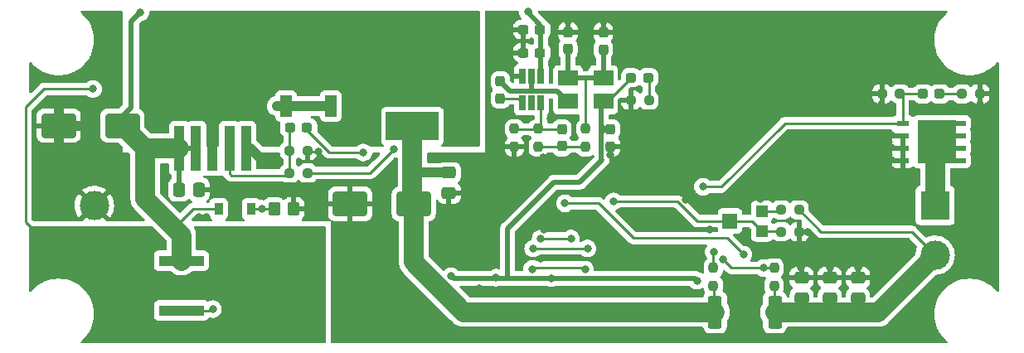
<source format=gbl>
G04 #@! TF.GenerationSoftware,KiCad,Pcbnew,(6.0.11)*
G04 #@! TF.CreationDate,2023-03-11T13:58:41+01:00*
G04 #@! TF.ProjectId,HeaterPSU_Digital,48656174-6572-4505-9355-5f4469676974,rev?*
G04 #@! TF.SameCoordinates,Original*
G04 #@! TF.FileFunction,Copper,L2,Bot*
G04 #@! TF.FilePolarity,Positive*
%FSLAX46Y46*%
G04 Gerber Fmt 4.6, Leading zero omitted, Abs format (unit mm)*
G04 Created by KiCad (PCBNEW (6.0.11)) date 2023-03-11 13:58:41*
%MOMM*%
%LPD*%
G01*
G04 APERTURE LIST*
G04 Aperture macros list*
%AMRoundRect*
0 Rectangle with rounded corners*
0 $1 Rounding radius*
0 $2 $3 $4 $5 $6 $7 $8 $9 X,Y pos of 4 corners*
0 Add a 4 corners polygon primitive as box body*
4,1,4,$2,$3,$4,$5,$6,$7,$8,$9,$2,$3,0*
0 Add four circle primitives for the rounded corners*
1,1,$1+$1,$2,$3*
1,1,$1+$1,$4,$5*
1,1,$1+$1,$6,$7*
1,1,$1+$1,$8,$9*
0 Add four rect primitives between the rounded corners*
20,1,$1+$1,$2,$3,$4,$5,0*
20,1,$1+$1,$4,$5,$6,$7,0*
20,1,$1+$1,$6,$7,$8,$9,0*
20,1,$1+$1,$8,$9,$2,$3,0*%
G04 Aperture macros list end*
G04 #@! TA.AperFunction,SMDPad,CuDef*
%ADD10R,2.000000X1.650000*%
G04 #@! TD*
G04 #@! TA.AperFunction,SMDPad,CuDef*
%ADD11RoundRect,0.237500X-0.237500X0.250000X-0.237500X-0.250000X0.237500X-0.250000X0.237500X0.250000X0*%
G04 #@! TD*
G04 #@! TA.AperFunction,SMDPad,CuDef*
%ADD12RoundRect,0.237500X-0.237500X0.300000X-0.237500X-0.300000X0.237500X-0.300000X0.237500X0.300000X0*%
G04 #@! TD*
G04 #@! TA.AperFunction,SMDPad,CuDef*
%ADD13R,1.200000X0.600000*%
G04 #@! TD*
G04 #@! TA.AperFunction,SMDPad,CuDef*
%ADD14R,4.000000X4.400000*%
G04 #@! TD*
G04 #@! TA.AperFunction,SMDPad,CuDef*
%ADD15RoundRect,0.250000X1.500000X1.000000X-1.500000X1.000000X-1.500000X-1.000000X1.500000X-1.000000X0*%
G04 #@! TD*
G04 #@! TA.AperFunction,SMDPad,CuDef*
%ADD16RoundRect,0.237500X0.250000X0.237500X-0.250000X0.237500X-0.250000X-0.237500X0.250000X-0.237500X0*%
G04 #@! TD*
G04 #@! TA.AperFunction,SMDPad,CuDef*
%ADD17RoundRect,0.250000X0.350000X0.450000X-0.350000X0.450000X-0.350000X-0.450000X0.350000X-0.450000X0*%
G04 #@! TD*
G04 #@! TA.AperFunction,SMDPad,CuDef*
%ADD18R,1.100000X4.600000*%
G04 #@! TD*
G04 #@! TA.AperFunction,SMDPad,CuDef*
%ADD19R,10.800000X9.400000*%
G04 #@! TD*
G04 #@! TA.AperFunction,SMDPad,CuDef*
%ADD20RoundRect,0.237500X-0.250000X-0.237500X0.250000X-0.237500X0.250000X0.237500X-0.250000X0.237500X0*%
G04 #@! TD*
G04 #@! TA.AperFunction,SMDPad,CuDef*
%ADD21RoundRect,0.250000X0.475000X-0.337500X0.475000X0.337500X-0.475000X0.337500X-0.475000X-0.337500X0*%
G04 #@! TD*
G04 #@! TA.AperFunction,SMDPad,CuDef*
%ADD22RoundRect,0.250000X-0.475000X0.337500X-0.475000X-0.337500X0.475000X-0.337500X0.475000X0.337500X0*%
G04 #@! TD*
G04 #@! TA.AperFunction,SMDPad,CuDef*
%ADD23R,0.650000X1.560000*%
G04 #@! TD*
G04 #@! TA.AperFunction,SMDPad,CuDef*
%ADD24RoundRect,0.237500X0.237500X-0.300000X0.237500X0.300000X-0.237500X0.300000X-0.237500X-0.300000X0*%
G04 #@! TD*
G04 #@! TA.AperFunction,SMDPad,CuDef*
%ADD25R,4.600000X1.100000*%
G04 #@! TD*
G04 #@! TA.AperFunction,SMDPad,CuDef*
%ADD26R,9.400000X10.800000*%
G04 #@! TD*
G04 #@! TA.AperFunction,SMDPad,CuDef*
%ADD27R,0.900000X1.200000*%
G04 #@! TD*
G04 #@! TA.AperFunction,ComponentPad*
%ADD28R,3.000000X3.000000*%
G04 #@! TD*
G04 #@! TA.AperFunction,ComponentPad*
%ADD29C,3.000000*%
G04 #@! TD*
G04 #@! TA.AperFunction,SMDPad,CuDef*
%ADD30RoundRect,0.237500X0.237500X-0.250000X0.237500X0.250000X-0.237500X0.250000X-0.237500X-0.250000X0*%
G04 #@! TD*
G04 #@! TA.AperFunction,SMDPad,CuDef*
%ADD31R,5.400000X2.900000*%
G04 #@! TD*
G04 #@! TA.AperFunction,SMDPad,CuDef*
%ADD32RoundRect,0.250000X-0.337500X-0.475000X0.337500X-0.475000X0.337500X0.475000X-0.337500X0.475000X0*%
G04 #@! TD*
G04 #@! TA.AperFunction,SMDPad,CuDef*
%ADD33R,1.200000X1.200000*%
G04 #@! TD*
G04 #@! TA.AperFunction,SMDPad,CuDef*
%ADD34R,1.500000X1.600000*%
G04 #@! TD*
G04 #@! TA.AperFunction,SMDPad,CuDef*
%ADD35R,1.200000X2.200000*%
G04 #@! TD*
G04 #@! TA.AperFunction,SMDPad,CuDef*
%ADD36R,5.800000X6.400000*%
G04 #@! TD*
G04 #@! TA.AperFunction,SMDPad,CuDef*
%ADD37RoundRect,0.237500X-0.300000X-0.237500X0.300000X-0.237500X0.300000X0.237500X-0.300000X0.237500X0*%
G04 #@! TD*
G04 #@! TA.AperFunction,SMDPad,CuDef*
%ADD38RoundRect,0.249999X-0.450001X-1.425001X0.450001X-1.425001X0.450001X1.425001X-0.450001X1.425001X0*%
G04 #@! TD*
G04 #@! TA.AperFunction,SMDPad,CuDef*
%ADD39RoundRect,0.237500X0.287500X0.237500X-0.287500X0.237500X-0.287500X-0.237500X0.287500X-0.237500X0*%
G04 #@! TD*
G04 #@! TA.AperFunction,SMDPad,CuDef*
%ADD40RoundRect,0.237500X-0.287500X-0.237500X0.287500X-0.237500X0.287500X0.237500X-0.287500X0.237500X0*%
G04 #@! TD*
G04 #@! TA.AperFunction,ViaPad*
%ADD41C,0.800000*%
G04 #@! TD*
G04 #@! TA.AperFunction,Conductor*
%ADD42C,0.250000*%
G04 #@! TD*
G04 #@! TA.AperFunction,Conductor*
%ADD43C,0.500000*%
G04 #@! TD*
G04 #@! TA.AperFunction,Conductor*
%ADD44C,1.000000*%
G04 #@! TD*
G04 #@! TA.AperFunction,Conductor*
%ADD45C,2.000000*%
G04 #@! TD*
G04 APERTURE END LIST*
D10*
X114120000Y-52415000D03*
X114120000Y-54765000D03*
D11*
X131550000Y-71787500D03*
X131550000Y-73612500D03*
X125350000Y-71787500D03*
X125350000Y-73612500D03*
D12*
X103600000Y-52727500D03*
X103600000Y-54452500D03*
D13*
X144679000Y-58265000D03*
X144679000Y-60805000D03*
X144679000Y-59535000D03*
X144679000Y-56995000D03*
D14*
X148200000Y-58900000D03*
D13*
X150521000Y-58265000D03*
X150521000Y-59535000D03*
X150521000Y-56995000D03*
X150521000Y-60805000D03*
D10*
X110500000Y-54765000D03*
X110500000Y-52415000D03*
D15*
X94757500Y-65250000D03*
X88257500Y-65250000D03*
D16*
X144412500Y-54000000D03*
X142587500Y-54000000D03*
D17*
X82500000Y-65750000D03*
X80500000Y-65750000D03*
D18*
X77625000Y-59586472D03*
X75925000Y-59586472D03*
X74225000Y-59586472D03*
D19*
X74225000Y-50436472D03*
D18*
X72525000Y-59586472D03*
X70825000Y-59586472D03*
D12*
X110510000Y-47717500D03*
X110510000Y-49442500D03*
D20*
X82087500Y-62100000D03*
X83912500Y-62100000D03*
D21*
X140120000Y-74857500D03*
X140120000Y-72782500D03*
D12*
X114120000Y-47737500D03*
X114120000Y-49462500D03*
D22*
X98350000Y-62062500D03*
X98350000Y-64137500D03*
D23*
X105850000Y-52240000D03*
X106800000Y-52240000D03*
X107750000Y-52240000D03*
X107750000Y-54940000D03*
X106800000Y-54940000D03*
X105850000Y-54940000D03*
D24*
X114850000Y-59362500D03*
X114850000Y-57637500D03*
D25*
X71025000Y-76140000D03*
D26*
X80175000Y-73600000D03*
D25*
X71025000Y-71060000D03*
D27*
X74850000Y-65750000D03*
X78150000Y-65750000D03*
D28*
X148000000Y-65410000D03*
D29*
X148000000Y-70490000D03*
D30*
X107466666Y-59402500D03*
X107466666Y-57577500D03*
D20*
X82087500Y-59800000D03*
X83912500Y-59800000D03*
D21*
X137245000Y-74857500D03*
X137245000Y-72782500D03*
D16*
X134112500Y-65850000D03*
X132287500Y-65850000D03*
D31*
X94624264Y-47401472D03*
X94624264Y-57301472D03*
D32*
X70762500Y-63800000D03*
X72837500Y-63800000D03*
D33*
X130300000Y-66000000D03*
D34*
X127050000Y-67000000D03*
D33*
X130300000Y-68000000D03*
D35*
X86280000Y-55241472D03*
D36*
X84000000Y-48941472D03*
D35*
X81720000Y-55241472D03*
D37*
X105937500Y-49800000D03*
X107662500Y-49800000D03*
D16*
X118762500Y-54650000D03*
X116937500Y-54650000D03*
D38*
X125530000Y-76310000D03*
X131630000Y-76310000D03*
D11*
X112320000Y-57577500D03*
X112320000Y-59402500D03*
X105040000Y-57577500D03*
X105040000Y-59402500D03*
D16*
X134112500Y-68100000D03*
X132287500Y-68100000D03*
D39*
X148475000Y-54000000D03*
X146725000Y-54000000D03*
D12*
X109893332Y-57627500D03*
X109893332Y-59352500D03*
D37*
X105937500Y-47450000D03*
X107662500Y-47450000D03*
D40*
X82125000Y-57450000D03*
X83875000Y-57450000D03*
D28*
X62150000Y-70490000D03*
D29*
X62150000Y-65410000D03*
D20*
X150737500Y-54000000D03*
X152562500Y-54000000D03*
D39*
X118702500Y-52350000D03*
X116952500Y-52350000D03*
D15*
X65000000Y-57250000D03*
X58500000Y-57250000D03*
D21*
X134370000Y-74857500D03*
X134370000Y-72782500D03*
D41*
X108750000Y-56500000D03*
X152550000Y-55100000D03*
X96750000Y-68250000D03*
X120500000Y-59850000D03*
X140120000Y-71770000D03*
X143500000Y-59500000D03*
X91500000Y-67000000D03*
X135000000Y-68100000D03*
X145900000Y-55500000D03*
X126360000Y-64710000D03*
X103500000Y-47500000D03*
X128450000Y-76450000D03*
X116250000Y-66200000D03*
X113780000Y-74160000D03*
X120537299Y-67287299D03*
X114150000Y-46590000D03*
X69250000Y-64000000D03*
X147000000Y-51750000D03*
X73600000Y-66600000D03*
X103250000Y-56250000D03*
X133800000Y-78650000D03*
X107110000Y-62610000D03*
X144650000Y-62200000D03*
X102300000Y-66650000D03*
X84999500Y-59900000D03*
X143500000Y-60750000D03*
X118550000Y-67050000D03*
X100650000Y-71320000D03*
X85000000Y-65000000D03*
X110490000Y-46620000D03*
X80750000Y-55250000D03*
X121520000Y-78780000D03*
X58500000Y-55000000D03*
X88000000Y-73750000D03*
X110970000Y-56500000D03*
X93750000Y-77250000D03*
X134320000Y-71770000D03*
X69250000Y-61600000D03*
X143500000Y-58250000D03*
X88250000Y-67400000D03*
X56250000Y-52250000D03*
X104050000Y-65550000D03*
X137220000Y-71770000D03*
X151130000Y-71570000D03*
X80500000Y-61000000D03*
X124360000Y-59790000D03*
X142550000Y-55100000D03*
X91500000Y-65000000D03*
X72800000Y-66600000D03*
X143820000Y-69890000D03*
X120100000Y-74200000D03*
X112250000Y-51000000D03*
X85000000Y-66000000D03*
X107700000Y-70800000D03*
X86500000Y-61000000D03*
X125000000Y-67850000D03*
X116250000Y-60750000D03*
X99150000Y-66000000D03*
X109000000Y-50750000D03*
X132600000Y-55250000D03*
X114890000Y-63080000D03*
X128480000Y-78780000D03*
X111000000Y-78750000D03*
X141750000Y-63000000D03*
X118280000Y-70670000D03*
X103250000Y-78750000D03*
X114847299Y-60272701D03*
X107040000Y-74340000D03*
X79000000Y-60500000D03*
X112850000Y-68100000D03*
X101480000Y-73910000D03*
X130190000Y-64740000D03*
X113600000Y-70750000D03*
X74500000Y-64000000D03*
X58500000Y-59500000D03*
X91500000Y-66000000D03*
X122540000Y-64830000D03*
X88250000Y-63150000D03*
X91500000Y-64000000D03*
X116050000Y-56350000D03*
X85000000Y-64000000D03*
X147760000Y-74260000D03*
X61000000Y-57250000D03*
X108000000Y-60500000D03*
X108075000Y-67850000D03*
X76500000Y-66000000D03*
X106400000Y-45625000D03*
X66850000Y-45650000D03*
X103162500Y-72787500D03*
X123680261Y-73093339D03*
X98576728Y-72623272D03*
X114137500Y-57637500D03*
X108800000Y-72850000D03*
X115150000Y-64990000D03*
X92738000Y-59637500D03*
X107712500Y-68787500D03*
X110812500Y-68787500D03*
X89600000Y-60000000D03*
X130500000Y-71800000D03*
X126300000Y-70900000D03*
X125400000Y-70150000D03*
X74250000Y-76000000D03*
X79250000Y-65750000D03*
X124300000Y-63500000D03*
X112250000Y-71950000D03*
X106850000Y-71900000D03*
X106950000Y-69800000D03*
X112500000Y-69800000D03*
X110200000Y-65190000D03*
X128430000Y-70429502D03*
X62000000Y-53500000D03*
D42*
X83875000Y-57725000D02*
X83875000Y-57450000D01*
X86150000Y-60000000D02*
X83875000Y-57725000D01*
X89600000Y-60000000D02*
X86150000Y-60000000D01*
X112049503Y-71749503D02*
X112250000Y-71950000D01*
X107000497Y-71749503D02*
X112049503Y-71749503D01*
X106850000Y-71900000D02*
X107000497Y-71749503D01*
D43*
X114120000Y-47737500D02*
X114120000Y-46620000D01*
D42*
X83912500Y-59900000D02*
X84999500Y-59900000D01*
D44*
X78086472Y-59586472D02*
X77625000Y-59586472D01*
D43*
X144679000Y-58265000D02*
X143515000Y-58265000D01*
X137245000Y-72782500D02*
X137245000Y-71795000D01*
X110510000Y-46640000D02*
X110490000Y-46620000D01*
D44*
X81720000Y-55241472D02*
X80758528Y-55241472D01*
X80758528Y-55241472D02*
X80750000Y-55250000D01*
D42*
X152550000Y-55100000D02*
X152550000Y-54012500D01*
D44*
X86280000Y-55241472D02*
X81720000Y-55241472D01*
X79000000Y-60500000D02*
X78086472Y-59586472D01*
D43*
X143515000Y-58265000D02*
X143500000Y-58250000D01*
X114120000Y-46620000D02*
X114150000Y-46590000D01*
D42*
X142587500Y-55062500D02*
X142550000Y-55100000D01*
D43*
X134370000Y-72782500D02*
X134370000Y-71820000D01*
D42*
X142587500Y-54000000D02*
X142587500Y-55062500D01*
X152550000Y-54012500D02*
X152562500Y-54000000D01*
D43*
X140120000Y-72782500D02*
X140120000Y-71770000D01*
X143535000Y-59535000D02*
X143500000Y-59500000D01*
D44*
X58500000Y-57250000D02*
X58500000Y-59500000D01*
X58500000Y-57250000D02*
X61000000Y-57250000D01*
D42*
X134112500Y-68100000D02*
X135000000Y-68100000D01*
D43*
X137245000Y-71795000D02*
X137220000Y-71770000D01*
X134370000Y-71820000D02*
X134320000Y-71770000D01*
X110510000Y-47717500D02*
X110510000Y-46640000D01*
X144679000Y-60805000D02*
X143555000Y-60805000D01*
X144679000Y-59535000D02*
X143535000Y-59535000D01*
X143555000Y-60805000D02*
X143500000Y-60750000D01*
D44*
X58500000Y-57250000D02*
X58500000Y-55000000D01*
D42*
X114847299Y-60272701D02*
X114847299Y-59365201D01*
X114847299Y-59365201D02*
X114850000Y-59362500D01*
D43*
X107750000Y-52250000D02*
X107750000Y-47537500D01*
D45*
X71025000Y-68425000D02*
X71025000Y-71060000D01*
X70300000Y-67700000D02*
X71025000Y-68425000D01*
D43*
X65850000Y-55400000D02*
X65000000Y-56250000D01*
D45*
X70825000Y-59586472D02*
X67336472Y-59586472D01*
D43*
X107662500Y-46962500D02*
X107662500Y-47450000D01*
X70825000Y-59586472D02*
X70825000Y-63112500D01*
X106400000Y-45700000D02*
X107662500Y-46962500D01*
D42*
X74850000Y-65750000D02*
X72250000Y-65750000D01*
D43*
X70825000Y-63112500D02*
X70800000Y-63137500D01*
X66850000Y-45650000D02*
X65850000Y-46650000D01*
X107750000Y-47537500D02*
X107662500Y-47450000D01*
D42*
X72250000Y-65750000D02*
X70300000Y-67700000D01*
D45*
X67336472Y-64736472D02*
X70300000Y-67700000D01*
X67336472Y-59586472D02*
X65000000Y-57250000D01*
D43*
X65000000Y-56250000D02*
X65000000Y-57250000D01*
X72525000Y-59586472D02*
X70825000Y-59586472D01*
D45*
X67336472Y-59586472D02*
X67336472Y-64736472D01*
D43*
X65850000Y-46650000D02*
X65850000Y-55400000D01*
D45*
X94750000Y-71200000D02*
X99605000Y-76055000D01*
X99860000Y-76310000D02*
X99605000Y-76055000D01*
X94624264Y-62575736D02*
X94624264Y-65116764D01*
D44*
X98350000Y-62062500D02*
X95137500Y-62062500D01*
D45*
X94624264Y-65116764D02*
X94757500Y-65250000D01*
X94757500Y-65250000D02*
X94750000Y-65257500D01*
X94750000Y-65257500D02*
X94750000Y-71200000D01*
X125530000Y-76310000D02*
X99860000Y-76310000D01*
D42*
X125400000Y-77400000D02*
X125400000Y-73662500D01*
X125400000Y-73662500D02*
X125350000Y-73612500D01*
D45*
X94624264Y-57301472D02*
X94624264Y-62575736D01*
D44*
X95137500Y-62062500D02*
X94624264Y-62575736D01*
D43*
X111730000Y-63020000D02*
X109080000Y-63020000D01*
X104350000Y-67750000D02*
X104350000Y-72850000D01*
X114120000Y-54765000D02*
X113925000Y-54960000D01*
X106725000Y-72850000D02*
X104350000Y-72850000D01*
D42*
X114537500Y-54765000D02*
X116952500Y-52350000D01*
D43*
X108800000Y-72850000D02*
X106725000Y-72850000D01*
X113925000Y-57425000D02*
X113925000Y-60695000D01*
X113990000Y-60760000D02*
X111730000Y-63020000D01*
X98803456Y-72850000D02*
X98576728Y-72623272D01*
D42*
X114120000Y-54765000D02*
X114537500Y-54765000D01*
D43*
X114850000Y-57637500D02*
X114137500Y-57637500D01*
X113925000Y-54960000D02*
X113925000Y-57425000D01*
X113925000Y-60695000D02*
X113990000Y-60760000D01*
X108800000Y-72850000D02*
X123436922Y-72850000D01*
X109080000Y-63020000D02*
X104350000Y-67750000D01*
X123436922Y-72850000D02*
X123680261Y-73093339D01*
X114137500Y-57637500D02*
X113925000Y-57425000D01*
X104350000Y-72850000D02*
X98803456Y-72850000D01*
D42*
X123684695Y-67000000D02*
X127050000Y-67000000D01*
X132187500Y-68000000D02*
X132287500Y-68100000D01*
X121674695Y-64990000D02*
X123684695Y-67000000D01*
X115150000Y-64990000D02*
X121674695Y-64990000D01*
X127050000Y-67000000D02*
X129300000Y-67000000D01*
X129300000Y-67000000D02*
X130300000Y-68000000D01*
X130300000Y-68000000D02*
X132187500Y-68000000D01*
X90275500Y-62100000D02*
X83912500Y-62100000D01*
X92738000Y-59637500D02*
X90275500Y-62100000D01*
X110812500Y-68787500D02*
X107712500Y-68787500D01*
D43*
X106800000Y-52250000D02*
X106800000Y-53550000D01*
X104562500Y-53700000D02*
X106950000Y-53700000D01*
X106800000Y-53550000D02*
X106950000Y-53700000D01*
X103600000Y-52737500D02*
X104562500Y-53700000D01*
X109390000Y-53700000D02*
X110465000Y-54775000D01*
X106950000Y-53700000D02*
X109390000Y-53700000D01*
X110465000Y-54775000D02*
X110500000Y-54775000D01*
D42*
X105362500Y-54462500D02*
X105850000Y-54950000D01*
X103600000Y-54462500D02*
X105362500Y-54462500D01*
X112320000Y-57577500D02*
X112320000Y-52530000D01*
D43*
X110500000Y-52415000D02*
X112435000Y-52415000D01*
D42*
X112320000Y-52530000D02*
X112435000Y-52415000D01*
D43*
X112435000Y-52415000D02*
X114120000Y-52415000D01*
X110500000Y-49452500D02*
X110510000Y-49442500D01*
X110500000Y-52415000D02*
X110500000Y-49452500D01*
X114120000Y-52415000D02*
X114120000Y-49462500D01*
D42*
X107750000Y-57294166D02*
X107466666Y-57577500D01*
X105090000Y-57627500D02*
X105040000Y-57577500D01*
X109893332Y-57627500D02*
X105090000Y-57627500D01*
X107750000Y-54940000D02*
X107750000Y-57294166D01*
X112320000Y-59402500D02*
X107466666Y-59402500D01*
X127200000Y-71800000D02*
X130500000Y-71800000D01*
X130512500Y-71787500D02*
X130500000Y-71800000D01*
X131550000Y-71787500D02*
X130512500Y-71787500D01*
X126300000Y-70900000D02*
X127200000Y-71800000D01*
X125350000Y-70200000D02*
X125350000Y-71787500D01*
X125400000Y-70150000D02*
X125350000Y-70200000D01*
X71025000Y-76140000D02*
X74110000Y-76140000D01*
X79250000Y-65750000D02*
X78150000Y-65750000D01*
X74110000Y-76140000D02*
X74250000Y-76000000D01*
X80500000Y-65750000D02*
X79250000Y-65750000D01*
X150737500Y-54000000D02*
X148475000Y-54000000D01*
X132655000Y-56995000D02*
X144679000Y-56995000D01*
X144679000Y-54266500D02*
X144412500Y-54000000D01*
X124300000Y-63500000D02*
X126150000Y-63500000D01*
X146725000Y-54000000D02*
X144412500Y-54000000D01*
X126150000Y-63500000D02*
X132655000Y-56995000D01*
X144679000Y-56995000D02*
X144679000Y-54266500D01*
X118762500Y-54650000D02*
X118762500Y-52410000D01*
X118762500Y-52410000D02*
X118702500Y-52350000D01*
D45*
X148000000Y-59100000D02*
X148200000Y-58900000D01*
X148000000Y-65410000D02*
X148000000Y-59100000D01*
D42*
X112500000Y-69800000D02*
X106950000Y-69800000D01*
X130300000Y-66000000D02*
X132137500Y-66000000D01*
X132137500Y-66000000D02*
X132287500Y-65850000D01*
X126750498Y-68750000D02*
X128430000Y-70429502D01*
X110200000Y-65190000D02*
X113630000Y-65190000D01*
X113630000Y-65190000D02*
X117190000Y-68750000D01*
X117190000Y-68750000D02*
X126750498Y-68750000D01*
X57000000Y-53500000D02*
X55125000Y-55375000D01*
X55125000Y-67125000D02*
X58500000Y-70500000D01*
X62000000Y-53500000D02*
X57000000Y-53500000D01*
X58500000Y-70500000D02*
X62150000Y-70500000D01*
X55125000Y-55375000D02*
X55125000Y-67125000D01*
X136362500Y-68100000D02*
X134112500Y-65850000D01*
X131550000Y-73612500D02*
X131550000Y-76230000D01*
D45*
X131630000Y-76310000D02*
X142180000Y-76310000D01*
X142180000Y-76310000D02*
X148000000Y-70490000D01*
D42*
X131550000Y-76230000D02*
X131630000Y-76310000D01*
X145610000Y-68100000D02*
X136362500Y-68100000D01*
X148000000Y-70490000D02*
X145610000Y-68100000D01*
X82087500Y-59800000D02*
X82087500Y-57487500D01*
X76138528Y-62350000D02*
X81837500Y-62350000D01*
X75925000Y-59586472D02*
X75925000Y-62136472D01*
X82087500Y-57487500D02*
X82125000Y-57450000D01*
X81837500Y-62350000D02*
X82087500Y-62100000D01*
X82087500Y-59900000D02*
X82087500Y-62100000D01*
X75925000Y-62136472D02*
X76138528Y-62350000D01*
G04 #@! TA.AperFunction,Conductor*
G36*
X149195132Y-45520502D02*
G01*
X149241625Y-45574158D01*
X149251729Y-45644432D01*
X149222235Y-45709012D01*
X149206312Y-45724414D01*
X149087489Y-45820635D01*
X148820635Y-46087489D01*
X148583137Y-46380775D01*
X148581335Y-46383550D01*
X148379395Y-46694510D01*
X148379393Y-46694513D01*
X148377597Y-46697279D01*
X148376102Y-46700213D01*
X148376098Y-46700220D01*
X148234813Y-46977508D01*
X148206266Y-47033535D01*
X148156390Y-47163466D01*
X148079117Y-47364770D01*
X148071022Y-47385857D01*
X147973347Y-47750387D01*
X147941992Y-47948353D01*
X147919521Y-48090230D01*
X147914310Y-48123129D01*
X147894559Y-48500000D01*
X147914310Y-48876871D01*
X147914823Y-48880111D01*
X147914824Y-48880119D01*
X147938783Y-49031384D01*
X147973347Y-49249613D01*
X148071022Y-49614143D01*
X148206266Y-49966465D01*
X148207764Y-49969405D01*
X148364618Y-50277247D01*
X148377597Y-50302720D01*
X148379393Y-50305486D01*
X148379395Y-50305489D01*
X148405293Y-50345368D01*
X148583137Y-50619225D01*
X148820635Y-50912511D01*
X149087489Y-51179365D01*
X149380775Y-51416863D01*
X149697280Y-51622403D01*
X149700214Y-51623898D01*
X149700221Y-51623902D01*
X149952267Y-51752326D01*
X150033535Y-51793734D01*
X150385857Y-51928978D01*
X150750387Y-52026653D01*
X150948353Y-52058008D01*
X151119881Y-52085176D01*
X151119889Y-52085177D01*
X151123129Y-52085690D01*
X151405720Y-52100500D01*
X151594280Y-52100500D01*
X151876871Y-52085690D01*
X151880111Y-52085177D01*
X151880119Y-52085176D01*
X152051647Y-52058008D01*
X152249613Y-52026653D01*
X152614143Y-51928978D01*
X152966465Y-51793734D01*
X153047733Y-51752326D01*
X153299779Y-51623902D01*
X153299786Y-51623898D01*
X153302720Y-51622403D01*
X153619225Y-51416863D01*
X153912511Y-51179365D01*
X154179365Y-50912511D01*
X154275582Y-50793693D01*
X154333994Y-50753343D01*
X154404951Y-50750977D01*
X154465923Y-50787350D01*
X154497551Y-50850912D01*
X154499500Y-50872989D01*
X154499500Y-74127011D01*
X154479498Y-74195132D01*
X154425842Y-74241625D01*
X154355568Y-74251729D01*
X154290988Y-74222235D01*
X154275586Y-74206312D01*
X154179365Y-74087489D01*
X153912511Y-73820635D01*
X153619225Y-73583137D01*
X153412297Y-73448757D01*
X153305489Y-73379395D01*
X153305486Y-73379393D01*
X153302720Y-73377597D01*
X153299786Y-73376102D01*
X153299779Y-73376098D01*
X152969405Y-73207764D01*
X152966465Y-73206266D01*
X152614143Y-73071022D01*
X152249613Y-72973347D01*
X152051647Y-72941992D01*
X151880119Y-72914824D01*
X151880111Y-72914823D01*
X151876871Y-72914310D01*
X151594280Y-72899500D01*
X151405720Y-72899500D01*
X151123129Y-72914310D01*
X151119889Y-72914823D01*
X151119881Y-72914824D01*
X150948353Y-72941992D01*
X150750387Y-72973347D01*
X150385857Y-73071022D01*
X150033535Y-73206266D01*
X150030595Y-73207764D01*
X149700221Y-73376098D01*
X149700214Y-73376102D01*
X149697280Y-73377597D01*
X149694514Y-73379393D01*
X149694511Y-73379395D01*
X149587703Y-73448757D01*
X149380775Y-73583137D01*
X149087489Y-73820635D01*
X148820635Y-74087489D01*
X148583137Y-74380775D01*
X148377597Y-74697279D01*
X148376102Y-74700213D01*
X148376098Y-74700220D01*
X148207764Y-75030595D01*
X148206266Y-75033535D01*
X148071022Y-75385857D01*
X147973347Y-75750387D01*
X147914310Y-76123129D01*
X147894559Y-76500000D01*
X147914310Y-76876871D01*
X147914823Y-76880111D01*
X147914824Y-76880119D01*
X147923172Y-76932824D01*
X147973347Y-77249613D01*
X148071022Y-77614143D01*
X148072207Y-77617231D01*
X148072208Y-77617233D01*
X148073780Y-77621328D01*
X148206266Y-77966465D01*
X148207764Y-77969405D01*
X148329585Y-78208491D01*
X148377597Y-78302720D01*
X148379393Y-78305486D01*
X148379395Y-78305489D01*
X148395975Y-78331020D01*
X148583137Y-78619225D01*
X148820635Y-78912511D01*
X149087489Y-79179365D01*
X149206307Y-79275582D01*
X149246657Y-79333994D01*
X149249023Y-79404951D01*
X149212650Y-79465923D01*
X149149088Y-79497551D01*
X149127011Y-79499500D01*
X86376000Y-79499500D01*
X86307879Y-79479498D01*
X86261386Y-79425842D01*
X86250000Y-79373500D01*
X86250000Y-67052248D01*
X86270002Y-66984127D01*
X86323658Y-66937634D01*
X86393932Y-66927530D01*
X86429250Y-66938053D01*
X86441923Y-66943963D01*
X86596210Y-66995138D01*
X86609586Y-66998005D01*
X86703938Y-67007672D01*
X86710354Y-67008000D01*
X87985385Y-67008000D01*
X88000624Y-67003525D01*
X88001829Y-67002135D01*
X88003500Y-66994452D01*
X88003500Y-66989884D01*
X88511500Y-66989884D01*
X88515975Y-67005123D01*
X88517365Y-67006328D01*
X88525048Y-67007999D01*
X89804595Y-67007999D01*
X89811114Y-67007662D01*
X89906706Y-66997743D01*
X89920100Y-66994851D01*
X90074284Y-66943412D01*
X90087462Y-66937239D01*
X90225307Y-66851937D01*
X90236708Y-66842901D01*
X90351239Y-66728171D01*
X90360251Y-66716760D01*
X90445316Y-66578757D01*
X90451463Y-66565576D01*
X90502638Y-66411290D01*
X90505505Y-66397914D01*
X90515172Y-66303562D01*
X90515500Y-66297146D01*
X90515500Y-65522115D01*
X90511025Y-65506876D01*
X90509635Y-65505671D01*
X90501952Y-65504000D01*
X88529615Y-65504000D01*
X88514376Y-65508475D01*
X88513171Y-65509865D01*
X88511500Y-65517548D01*
X88511500Y-66989884D01*
X88003500Y-66989884D01*
X88003500Y-65522115D01*
X87999025Y-65506876D01*
X87997635Y-65505671D01*
X87989952Y-65504000D01*
X86017616Y-65504000D01*
X86002377Y-65508475D01*
X86001172Y-65509865D01*
X85999501Y-65517548D01*
X85999501Y-66297095D01*
X85999838Y-66303614D01*
X86009757Y-66399206D01*
X86012649Y-66412600D01*
X86064088Y-66566784D01*
X86070261Y-66579962D01*
X86155563Y-66717807D01*
X86164599Y-66729208D01*
X86220315Y-66784827D01*
X86254394Y-66847110D01*
X86249391Y-66917930D01*
X86206894Y-66974802D01*
X86140395Y-66999671D01*
X86131297Y-67000000D01*
X83426286Y-67000000D01*
X83358165Y-66979998D01*
X83311672Y-66926342D01*
X83301568Y-66856068D01*
X83331062Y-66791488D01*
X83337113Y-66784982D01*
X83443739Y-66678171D01*
X83452751Y-66666760D01*
X83537816Y-66528757D01*
X83543963Y-66515576D01*
X83595138Y-66361290D01*
X83598005Y-66347914D01*
X83607672Y-66253562D01*
X83608000Y-66247146D01*
X83608000Y-66022115D01*
X83603525Y-66006876D01*
X83602135Y-66005671D01*
X83594452Y-66004000D01*
X82372000Y-66004000D01*
X82303879Y-65983998D01*
X82257386Y-65930342D01*
X82246000Y-65878000D01*
X82246000Y-65477885D01*
X82754000Y-65477885D01*
X82758475Y-65493124D01*
X82759865Y-65494329D01*
X82767548Y-65496000D01*
X83589884Y-65496000D01*
X83605123Y-65491525D01*
X83606328Y-65490135D01*
X83607999Y-65482452D01*
X83607999Y-65252905D01*
X83607662Y-65246386D01*
X83597743Y-65150794D01*
X83594851Y-65137400D01*
X83543412Y-64983216D01*
X83540915Y-64977885D01*
X85999500Y-64977885D01*
X86003975Y-64993124D01*
X86005365Y-64994329D01*
X86013048Y-64996000D01*
X87985385Y-64996000D01*
X88000624Y-64991525D01*
X88001829Y-64990135D01*
X88003500Y-64982452D01*
X88003500Y-64977885D01*
X88511500Y-64977885D01*
X88515975Y-64993124D01*
X88517365Y-64994329D01*
X88525048Y-64996000D01*
X90497384Y-64996000D01*
X90512623Y-64991525D01*
X90513828Y-64990135D01*
X90515499Y-64982452D01*
X90515499Y-64202905D01*
X90515162Y-64196386D01*
X90505243Y-64100794D01*
X90502351Y-64087400D01*
X90450912Y-63933216D01*
X90444739Y-63920038D01*
X90359437Y-63782193D01*
X90350401Y-63770792D01*
X90235671Y-63656261D01*
X90224260Y-63647249D01*
X90086257Y-63562184D01*
X90073076Y-63556037D01*
X89918790Y-63504862D01*
X89905414Y-63501995D01*
X89811062Y-63492328D01*
X89804645Y-63492000D01*
X88529615Y-63492000D01*
X88514376Y-63496475D01*
X88513171Y-63497865D01*
X88511500Y-63505548D01*
X88511500Y-64977885D01*
X88003500Y-64977885D01*
X88003500Y-63510116D01*
X87999025Y-63494877D01*
X87997635Y-63493672D01*
X87989952Y-63492001D01*
X86710405Y-63492001D01*
X86703886Y-63492338D01*
X86608294Y-63502257D01*
X86594900Y-63505149D01*
X86440716Y-63556588D01*
X86427538Y-63562761D01*
X86289693Y-63648063D01*
X86278292Y-63657099D01*
X86163761Y-63771829D01*
X86154749Y-63783240D01*
X86069684Y-63921243D01*
X86063537Y-63934424D01*
X86012362Y-64088710D01*
X86009495Y-64102086D01*
X85999828Y-64196438D01*
X85999500Y-64202855D01*
X85999500Y-64977885D01*
X83540915Y-64977885D01*
X83537239Y-64970038D01*
X83451937Y-64832193D01*
X83442901Y-64820792D01*
X83328171Y-64706261D01*
X83316760Y-64697249D01*
X83178757Y-64612184D01*
X83165576Y-64606037D01*
X83011290Y-64554862D01*
X82997914Y-64551995D01*
X82903562Y-64542328D01*
X82897145Y-64542000D01*
X82772115Y-64542000D01*
X82756876Y-64546475D01*
X82755671Y-64547865D01*
X82754000Y-64555548D01*
X82754000Y-65477885D01*
X82246000Y-65477885D01*
X82246000Y-64560116D01*
X82241525Y-64544877D01*
X82240135Y-64543672D01*
X82232452Y-64542001D01*
X82102905Y-64542001D01*
X82096386Y-64542338D01*
X82000794Y-64552257D01*
X81987400Y-64555149D01*
X81833216Y-64606588D01*
X81820038Y-64612761D01*
X81682193Y-64698063D01*
X81670792Y-64707099D01*
X81583918Y-64794124D01*
X81521635Y-64828203D01*
X81450815Y-64823200D01*
X81405728Y-64794279D01*
X81323496Y-64712191D01*
X81323491Y-64712187D01*
X81318311Y-64707016D01*
X81303787Y-64698063D01*
X81268186Y-64676119D01*
X81169334Y-64615186D01*
X81162023Y-64612761D01*
X81009759Y-64562256D01*
X81009757Y-64562255D01*
X81003228Y-64560090D01*
X80899866Y-64549500D01*
X80100134Y-64549500D01*
X80096888Y-64549837D01*
X80096884Y-64549837D01*
X80002339Y-64559647D01*
X80002335Y-64559648D01*
X79995481Y-64560359D01*
X79988945Y-64562540D01*
X79988943Y-64562540D01*
X79868716Y-64602651D01*
X79829471Y-64615744D01*
X79680655Y-64707834D01*
X79557016Y-64831689D01*
X79555575Y-64830251D01*
X79505967Y-64865422D01*
X79438807Y-64869514D01*
X79359560Y-64852670D01*
X79344646Y-64849500D01*
X79155354Y-64849500D01*
X79148899Y-64850872D01*
X79148890Y-64850873D01*
X79100350Y-64861191D01*
X79029559Y-64855790D01*
X78973327Y-64813510D01*
X78957546Y-64792454D01*
X78928975Y-64771041D01*
X78850006Y-64711856D01*
X78850003Y-64711854D01*
X78842824Y-64706474D01*
X78733754Y-64665586D01*
X78715975Y-64658921D01*
X78715973Y-64658921D01*
X78708580Y-64656149D01*
X78700730Y-64655296D01*
X78700729Y-64655296D01*
X78650774Y-64649869D01*
X78650773Y-64649869D01*
X78647377Y-64649500D01*
X78150073Y-64649500D01*
X77652624Y-64649501D01*
X77649230Y-64649870D01*
X77649224Y-64649870D01*
X77599278Y-64655295D01*
X77599274Y-64655296D01*
X77591420Y-64656149D01*
X77457176Y-64706474D01*
X77449997Y-64711854D01*
X77449994Y-64711856D01*
X77371025Y-64771041D01*
X77342454Y-64792454D01*
X77337072Y-64799635D01*
X77261856Y-64899994D01*
X77261854Y-64899997D01*
X77256474Y-64907176D01*
X77206149Y-65041420D01*
X77205296Y-65049270D01*
X77205296Y-65049271D01*
X77205256Y-65049636D01*
X77199500Y-65102623D01*
X77199501Y-66397376D01*
X77199870Y-66400770D01*
X77199870Y-66400776D01*
X77205126Y-66449158D01*
X77206149Y-66458580D01*
X77256474Y-66592824D01*
X77261854Y-66600003D01*
X77261856Y-66600006D01*
X77320438Y-66678171D01*
X77342454Y-66707546D01*
X77349635Y-66712928D01*
X77369313Y-66727676D01*
X77413655Y-66760908D01*
X77430021Y-66773174D01*
X77472536Y-66830033D01*
X77477562Y-66900852D01*
X77443502Y-66963145D01*
X77381171Y-66997135D01*
X77354456Y-67000000D01*
X75645544Y-67000000D01*
X75577423Y-66979998D01*
X75530930Y-66926342D01*
X75520826Y-66856068D01*
X75550320Y-66791488D01*
X75569979Y-66773174D01*
X75586346Y-66760908D01*
X75630687Y-66727676D01*
X75650365Y-66712928D01*
X75657546Y-66707546D01*
X75679562Y-66678171D01*
X75738144Y-66600006D01*
X75738146Y-66600003D01*
X75743526Y-66592824D01*
X75793851Y-66458580D01*
X75800500Y-66397377D01*
X75800499Y-65102624D01*
X75800130Y-65099224D01*
X75794705Y-65049278D01*
X75794704Y-65049274D01*
X75793851Y-65041420D01*
X75743526Y-64907176D01*
X75738146Y-64899997D01*
X75738144Y-64899994D01*
X75662928Y-64799635D01*
X75657546Y-64792454D01*
X75628975Y-64771041D01*
X75550006Y-64711856D01*
X75550003Y-64711854D01*
X75542824Y-64706474D01*
X75433754Y-64665586D01*
X75415975Y-64658921D01*
X75415973Y-64658921D01*
X75408580Y-64656149D01*
X75400730Y-64655296D01*
X75400729Y-64655296D01*
X75350774Y-64649869D01*
X75350773Y-64649869D01*
X75347377Y-64649500D01*
X74850073Y-64649500D01*
X74352624Y-64649501D01*
X74349230Y-64649870D01*
X74349224Y-64649870D01*
X74299278Y-64655295D01*
X74299274Y-64655296D01*
X74291420Y-64656149D01*
X74157176Y-64706474D01*
X74149997Y-64711854D01*
X74149994Y-64711856D01*
X74071025Y-64771041D01*
X74042454Y-64792454D01*
X74037072Y-64799635D01*
X74030723Y-64805984D01*
X74029006Y-64804267D01*
X73982608Y-64838966D01*
X73961811Y-64840444D01*
X73965744Y-64850961D01*
X73953733Y-64906149D01*
X73956474Y-64907176D01*
X73906149Y-65041420D01*
X73903198Y-65040314D01*
X73875237Y-65089277D01*
X73812288Y-65122109D01*
X73787856Y-65124500D01*
X73685809Y-65124500D01*
X73617688Y-65104498D01*
X73571195Y-65050842D01*
X73561091Y-64980568D01*
X73590585Y-64915988D01*
X73619506Y-64891355D01*
X73642813Y-64876932D01*
X73654208Y-64867901D01*
X73750900Y-64771041D01*
X73813183Y-64736962D01*
X73816248Y-64737179D01*
X73820595Y-64676803D01*
X73831369Y-64654775D01*
X73862817Y-64603755D01*
X73868963Y-64590576D01*
X73920138Y-64436290D01*
X73923005Y-64422914D01*
X73932672Y-64328562D01*
X73933000Y-64322146D01*
X73933000Y-64072115D01*
X73928525Y-64056876D01*
X73927135Y-64055671D01*
X73919452Y-64054000D01*
X72709500Y-64054000D01*
X72641379Y-64033998D01*
X72594886Y-63980342D01*
X72583500Y-63928000D01*
X72583500Y-63672000D01*
X72603502Y-63603879D01*
X72657158Y-63557386D01*
X72709500Y-63546000D01*
X73914884Y-63546000D01*
X73930123Y-63541525D01*
X73931328Y-63540135D01*
X73932999Y-63532452D01*
X73932999Y-63277905D01*
X73932662Y-63271386D01*
X73922743Y-63175794D01*
X73919851Y-63162400D01*
X73868412Y-63008216D01*
X73862239Y-62995038D01*
X73776937Y-62857193D01*
X73767901Y-62845792D01*
X73653171Y-62731261D01*
X73641760Y-62722249D01*
X73503757Y-62637184D01*
X73490576Y-62631037D01*
X73336286Y-62579861D01*
X73321142Y-62576614D01*
X73258729Y-62542776D01*
X73224517Y-62480566D01*
X73229370Y-62409735D01*
X73271746Y-62352772D01*
X73303327Y-62335432D01*
X73317824Y-62329998D01*
X73318493Y-62329496D01*
X73383851Y-62315203D01*
X73430849Y-62329004D01*
X73432176Y-62329998D01*
X73440576Y-62333147D01*
X73440578Y-62333148D01*
X73559025Y-62377551D01*
X73559027Y-62377551D01*
X73566420Y-62380323D01*
X73574270Y-62381176D01*
X73574271Y-62381176D01*
X73621391Y-62386295D01*
X73627623Y-62386972D01*
X74224912Y-62386972D01*
X74822376Y-62386971D01*
X74825770Y-62386602D01*
X74825776Y-62386602D01*
X74875722Y-62381177D01*
X74875726Y-62381176D01*
X74883580Y-62380323D01*
X74995286Y-62338447D01*
X75009422Y-62333148D01*
X75009424Y-62333147D01*
X75017824Y-62329998D01*
X75018493Y-62329496D01*
X75083851Y-62315203D01*
X75130849Y-62329004D01*
X75132176Y-62329998D01*
X75140576Y-62333147D01*
X75140578Y-62333148D01*
X75259025Y-62377551D01*
X75259027Y-62377551D01*
X75266420Y-62380323D01*
X75280237Y-62381824D01*
X75345800Y-62409064D01*
X75372114Y-62440495D01*
X75372514Y-62440204D01*
X75376461Y-62445636D01*
X75398129Y-62475460D01*
X75404646Y-62485382D01*
X75422790Y-62516062D01*
X75422793Y-62516066D01*
X75426830Y-62522892D01*
X75440880Y-62536942D01*
X75453721Y-62551976D01*
X75465406Y-62568059D01*
X75471514Y-62573112D01*
X75471515Y-62573113D01*
X75498987Y-62595840D01*
X75507766Y-62603829D01*
X75641284Y-62737347D01*
X75648675Y-62745469D01*
X75652742Y-62751877D01*
X75658517Y-62757300D01*
X75658521Y-62757305D01*
X75701751Y-62797901D01*
X75704593Y-62800656D01*
X75724057Y-62820120D01*
X75727187Y-62822548D01*
X75727269Y-62822620D01*
X75736177Y-62830229D01*
X75767946Y-62860062D01*
X75782952Y-62868311D01*
X75785360Y-62869635D01*
X75801889Y-62880492D01*
X75817592Y-62892673D01*
X75857585Y-62909979D01*
X75868241Y-62915200D01*
X75899483Y-62932376D01*
X75899492Y-62932380D01*
X75906436Y-62936197D01*
X75914112Y-62938168D01*
X75914115Y-62938169D01*
X75925688Y-62941140D01*
X75944393Y-62947544D01*
X75962632Y-62955437D01*
X76005676Y-62962254D01*
X76017299Y-62964662D01*
X76051832Y-62973529D01*
X76051833Y-62973529D01*
X76059509Y-62975500D01*
X76079384Y-62975500D01*
X76099094Y-62977051D01*
X76118724Y-62980160D01*
X76162108Y-62976059D01*
X76173965Y-62975500D01*
X81430328Y-62975500D01*
X81496443Y-62994240D01*
X81514980Y-63005666D01*
X81523484Y-63010908D01*
X81686824Y-63065086D01*
X81693657Y-63065786D01*
X81693661Y-63065787D01*
X81747931Y-63071347D01*
X81788465Y-63075500D01*
X82085194Y-63075500D01*
X82386534Y-63075499D01*
X82389778Y-63075162D01*
X82389786Y-63075162D01*
X82435142Y-63070456D01*
X82489445Y-63064822D01*
X82652690Y-63010359D01*
X82799028Y-62919803D01*
X82910737Y-62807899D01*
X82973019Y-62773820D01*
X83043840Y-62778823D01*
X83088928Y-62807744D01*
X83144200Y-62862920D01*
X83201989Y-62920608D01*
X83348484Y-63010908D01*
X83511824Y-63065086D01*
X83518657Y-63065786D01*
X83518661Y-63065787D01*
X83572931Y-63071347D01*
X83613465Y-63075500D01*
X83910194Y-63075500D01*
X84211534Y-63075499D01*
X84214778Y-63075162D01*
X84214786Y-63075162D01*
X84260142Y-63070456D01*
X84314445Y-63064822D01*
X84477690Y-63010359D01*
X84624028Y-62919803D01*
X84745608Y-62798011D01*
X84753392Y-62785383D01*
X84806165Y-62737890D01*
X84860651Y-62725500D01*
X90197797Y-62725500D01*
X90208757Y-62726017D01*
X90216167Y-62727673D01*
X90224093Y-62727424D01*
X90224094Y-62727424D01*
X90283341Y-62725562D01*
X90287299Y-62725500D01*
X90314850Y-62725500D01*
X90318773Y-62725004D01*
X90318888Y-62724997D01*
X90330568Y-62724077D01*
X90374127Y-62722709D01*
X90393216Y-62717163D01*
X90412562Y-62713156D01*
X90432292Y-62710664D01*
X90472823Y-62694616D01*
X90484024Y-62690781D01*
X90525890Y-62678618D01*
X90542999Y-62668500D01*
X90560745Y-62659805D01*
X90579232Y-62652486D01*
X90614491Y-62626869D01*
X90624410Y-62620354D01*
X90655090Y-62602210D01*
X90655094Y-62602207D01*
X90661920Y-62598170D01*
X90675970Y-62584120D01*
X90691004Y-62571279D01*
X90700673Y-62564254D01*
X90707087Y-62559594D01*
X90734870Y-62526010D01*
X90742859Y-62517231D01*
X92685186Y-60574905D01*
X92747498Y-60540879D01*
X92774281Y-60538000D01*
X92832646Y-60538000D01*
X92869987Y-60530063D01*
X92971568Y-60508472D01*
X93042358Y-60513874D01*
X93098991Y-60556691D01*
X93123484Y-60623329D01*
X93123764Y-60631719D01*
X93123764Y-63412634D01*
X93103762Y-63480755D01*
X93050106Y-63527248D01*
X93037640Y-63532158D01*
X92964415Y-63556588D01*
X92936971Y-63565744D01*
X92788155Y-63657834D01*
X92664516Y-63781689D01*
X92660676Y-63787919D01*
X92660675Y-63787920D01*
X92647514Y-63809271D01*
X92572686Y-63930666D01*
X92570381Y-63937614D01*
X92570381Y-63937615D01*
X92520699Y-64087400D01*
X92517590Y-64096772D01*
X92507000Y-64200134D01*
X92507000Y-66299866D01*
X92507337Y-66303112D01*
X92507337Y-66303116D01*
X92517118Y-66397376D01*
X92517859Y-66404519D01*
X92520040Y-66411055D01*
X92520040Y-66411057D01*
X92533273Y-66450722D01*
X92573244Y-66570529D01*
X92665334Y-66719345D01*
X92789189Y-66842984D01*
X92795419Y-66846824D01*
X92795420Y-66846825D01*
X92829158Y-66867621D01*
X92938166Y-66934814D01*
X92945114Y-66937119D01*
X92945115Y-66937119D01*
X93097741Y-66987744D01*
X93097743Y-66987745D01*
X93104272Y-66989910D01*
X93128024Y-66992343D01*
X93136343Y-66993196D01*
X93202070Y-67020038D01*
X93242852Y-67078153D01*
X93249500Y-67118540D01*
X93249500Y-71084268D01*
X93248243Y-71102021D01*
X93247757Y-71105438D01*
X93247007Y-71110706D01*
X93247124Y-71115868D01*
X93247124Y-71115871D01*
X93249468Y-71219150D01*
X93249500Y-71222009D01*
X93249500Y-71262554D01*
X93249710Y-71265109D01*
X93249711Y-71265133D01*
X93250509Y-71274839D01*
X93250901Y-71282298D01*
X93252605Y-71357382D01*
X93253563Y-71362454D01*
X93253564Y-71362460D01*
X93259684Y-71394847D01*
X93261451Y-71407916D01*
X93264575Y-71445911D01*
X93265835Y-71450926D01*
X93282869Y-71518746D01*
X93284474Y-71526045D01*
X93298417Y-71599833D01*
X93300192Y-71604684D01*
X93300193Y-71604687D01*
X93311518Y-71635633D01*
X93315395Y-71648236D01*
X93324684Y-71685217D01*
X93336218Y-71711744D01*
X93354629Y-71754087D01*
X93357404Y-71761025D01*
X93383211Y-71831545D01*
X93389267Y-71842249D01*
X93401983Y-71864724D01*
X93407869Y-71876528D01*
X93423072Y-71911493D01*
X93425876Y-71915828D01*
X93425878Y-71915831D01*
X93431799Y-71924983D01*
X93463862Y-71974545D01*
X93467727Y-71980927D01*
X93502164Y-72041795D01*
X93502169Y-72041803D01*
X93504712Y-72046297D01*
X93507957Y-72050319D01*
X93507962Y-72050326D01*
X93528659Y-72075977D01*
X93536386Y-72086651D01*
X93557095Y-72118661D01*
X93560577Y-72122487D01*
X93560578Y-72122489D01*
X93568806Y-72131531D01*
X93607635Y-72174203D01*
X93612492Y-72179871D01*
X93629803Y-72201326D01*
X93629810Y-72201334D01*
X93631917Y-72203945D01*
X93660675Y-72232703D01*
X93664774Y-72236999D01*
X93723154Y-72301158D01*
X93727205Y-72304357D01*
X93727209Y-72304361D01*
X93745793Y-72319037D01*
X93756796Y-72328824D01*
X98486913Y-77058940D01*
X98486917Y-77058945D01*
X98717150Y-77289178D01*
X98728815Y-77302620D01*
X98729254Y-77303204D01*
X98734083Y-77309636D01*
X98737825Y-77313212D01*
X98737826Y-77313213D01*
X98812494Y-77384567D01*
X98814538Y-77386566D01*
X98843218Y-77415246D01*
X98852624Y-77423223D01*
X98858177Y-77428223D01*
X98912468Y-77480104D01*
X98943965Y-77501590D01*
X98954450Y-77509577D01*
X98979590Y-77530897D01*
X98983531Y-77534239D01*
X98987964Y-77536892D01*
X99047976Y-77572809D01*
X99054273Y-77576837D01*
X99116300Y-77619149D01*
X99148557Y-77634122D01*
X99150875Y-77635198D01*
X99162531Y-77641369D01*
X99195249Y-77660951D01*
X99262145Y-77687302D01*
X99265128Y-77688477D01*
X99272000Y-77691422D01*
X99340104Y-77723035D01*
X99345089Y-77724417D01*
X99345093Y-77724419D01*
X99376840Y-77733223D01*
X99389335Y-77737403D01*
X99424821Y-77751381D01*
X99498249Y-77767123D01*
X99505498Y-77768904D01*
X99572886Y-77787592D01*
X99572891Y-77787593D01*
X99577871Y-77788974D01*
X99583000Y-77789522D01*
X99583015Y-77789525D01*
X99615792Y-77793028D01*
X99628811Y-77795113D01*
X99661020Y-77802018D01*
X99661029Y-77802019D01*
X99666080Y-77803102D01*
X99671245Y-77803346D01*
X99671248Y-77803346D01*
X99741082Y-77806639D01*
X99748537Y-77807213D01*
X99779292Y-77810500D01*
X99819973Y-77810500D01*
X99825910Y-77810640D01*
X99912546Y-77814726D01*
X99941190Y-77811361D01*
X99955891Y-77810500D01*
X124223205Y-77810500D01*
X124291326Y-77830502D01*
X124337819Y-77884158D01*
X124342729Y-77896624D01*
X124395744Y-78055529D01*
X124487834Y-78204345D01*
X124611689Y-78327984D01*
X124760665Y-78419814D01*
X124767613Y-78422119D01*
X124767614Y-78422119D01*
X124920240Y-78472744D01*
X124920242Y-78472745D01*
X124926771Y-78474910D01*
X125030133Y-78485500D01*
X125526145Y-78485500D01*
X126029866Y-78485499D01*
X126033110Y-78485162D01*
X126033118Y-78485162D01*
X126079022Y-78480399D01*
X126134520Y-78474641D01*
X126300529Y-78419256D01*
X126449345Y-78327166D01*
X126572984Y-78203311D01*
X126664814Y-78054335D01*
X126694983Y-77963380D01*
X126717744Y-77894760D01*
X126717745Y-77894758D01*
X126719910Y-77888229D01*
X126730500Y-77784867D01*
X126730500Y-77254811D01*
X126750502Y-77186690D01*
X126757618Y-77176719D01*
X126780881Y-77147263D01*
X126784082Y-77143210D01*
X126789428Y-77133526D01*
X126900830Y-76931722D01*
X126900832Y-76931718D01*
X126903327Y-76927198D01*
X126912782Y-76900500D01*
X126983965Y-76699485D01*
X126983966Y-76699481D01*
X126985691Y-76694610D01*
X126986599Y-76689514D01*
X127028055Y-76456783D01*
X127028056Y-76456777D01*
X127028961Y-76451694D01*
X127031975Y-76204972D01*
X126994653Y-75961070D01*
X126917997Y-75726540D01*
X126804065Y-75507679D01*
X126755739Y-75443314D01*
X126730833Y-75376830D01*
X126730499Y-75367662D01*
X126730499Y-74835134D01*
X126727840Y-74809500D01*
X126720352Y-74737337D01*
X126719641Y-74730480D01*
X126664256Y-74564471D01*
X126572166Y-74415655D01*
X126448311Y-74292016D01*
X126442080Y-74288175D01*
X126345774Y-74228811D01*
X126298281Y-74176039D01*
X126286857Y-74105967D01*
X126292297Y-74081884D01*
X126312921Y-74019703D01*
X126315086Y-74013176D01*
X126317068Y-73993839D01*
X126324269Y-73923548D01*
X126325500Y-73911535D01*
X126325499Y-73313466D01*
X126314822Y-73210555D01*
X126260359Y-73047310D01*
X126169803Y-72900972D01*
X126057899Y-72789263D01*
X126023820Y-72726981D01*
X126028823Y-72656160D01*
X126057744Y-72611072D01*
X126165437Y-72503191D01*
X126170608Y-72498011D01*
X126175239Y-72490499D01*
X126210479Y-72433327D01*
X126260908Y-72351516D01*
X126283399Y-72283710D01*
X126308741Y-72207305D01*
X126315086Y-72188176D01*
X126316236Y-72176961D01*
X126324176Y-72099458D01*
X126351017Y-72033731D01*
X126409132Y-71992949D01*
X126480070Y-71990061D01*
X126538615Y-72023205D01*
X126625908Y-72110499D01*
X126702762Y-72187353D01*
X126710148Y-72195470D01*
X126714214Y-72201877D01*
X126719989Y-72207300D01*
X126719993Y-72207305D01*
X126763223Y-72247901D01*
X126766065Y-72250656D01*
X126785529Y-72270120D01*
X126788659Y-72272548D01*
X126788741Y-72272620D01*
X126797649Y-72280229D01*
X126829418Y-72310062D01*
X126836365Y-72313881D01*
X126846832Y-72319635D01*
X126863361Y-72330492D01*
X126879064Y-72342673D01*
X126919057Y-72359979D01*
X126929713Y-72365200D01*
X126960955Y-72382376D01*
X126960964Y-72382380D01*
X126967908Y-72386197D01*
X126975584Y-72388168D01*
X126975587Y-72388169D01*
X126987160Y-72391140D01*
X127005865Y-72397544D01*
X127024104Y-72405437D01*
X127067148Y-72412254D01*
X127078771Y-72414662D01*
X127113304Y-72423529D01*
X127113305Y-72423529D01*
X127120981Y-72425500D01*
X127140856Y-72425500D01*
X127160566Y-72427051D01*
X127180196Y-72430160D01*
X127223580Y-72426059D01*
X127235437Y-72425500D01*
X129795362Y-72425500D01*
X129863483Y-72445502D01*
X129884770Y-72463597D01*
X129884802Y-72463561D01*
X129886050Y-72464685D01*
X129889002Y-72467194D01*
X129894129Y-72472888D01*
X129899471Y-72476769D01*
X129899473Y-72476771D01*
X130016747Y-72561975D01*
X130047270Y-72584151D01*
X130220197Y-72661144D01*
X130318212Y-72681978D01*
X130398897Y-72699128D01*
X130398901Y-72699128D01*
X130405354Y-72700500D01*
X130594646Y-72700500D01*
X130601106Y-72699127D01*
X130607709Y-72697724D01*
X130678500Y-72703129D01*
X130735131Y-72745948D01*
X130759622Y-72812587D01*
X130744197Y-72881888D01*
X130733720Y-72897653D01*
X130729392Y-72901989D01*
X130639092Y-73048484D01*
X130584914Y-73211824D01*
X130574500Y-73313465D01*
X130574501Y-73911534D01*
X130585178Y-74014445D01*
X130639641Y-74177690D01*
X130643496Y-74183919D01*
X130643497Y-74183922D01*
X130650002Y-74194434D01*
X130657349Y-74206305D01*
X130658345Y-74207915D01*
X130677184Y-74276366D01*
X130656024Y-74344136D01*
X130640376Y-74363236D01*
X130587016Y-74416689D01*
X130495186Y-74565665D01*
X130492881Y-74572613D01*
X130492881Y-74572614D01*
X130442875Y-74723376D01*
X130440090Y-74731771D01*
X130429500Y-74835133D01*
X130429500Y-75365189D01*
X130409498Y-75433310D01*
X130402385Y-75443276D01*
X130375918Y-75476790D01*
X130373425Y-75481306D01*
X130373423Y-75481309D01*
X130361150Y-75503543D01*
X130256673Y-75692802D01*
X130254949Y-75697671D01*
X130254947Y-75697675D01*
X130242984Y-75731458D01*
X130174309Y-75925390D01*
X130173402Y-75930483D01*
X130173401Y-75930486D01*
X130139665Y-76119881D01*
X130131039Y-76168306D01*
X130128025Y-76415028D01*
X130165347Y-76658930D01*
X130242003Y-76893460D01*
X130244393Y-76898051D01*
X130328147Y-77058940D01*
X130355935Y-77112321D01*
X130359038Y-77116454D01*
X130359040Y-77116457D01*
X130404261Y-77176685D01*
X130429167Y-77243170D01*
X130429501Y-77252338D01*
X130429501Y-77784866D01*
X130429838Y-77788110D01*
X130429838Y-77788118D01*
X130432407Y-77812876D01*
X130440359Y-77889520D01*
X130495744Y-78055529D01*
X130587834Y-78204345D01*
X130711689Y-78327984D01*
X130860665Y-78419814D01*
X130867613Y-78422119D01*
X130867614Y-78422119D01*
X131020240Y-78472744D01*
X131020242Y-78472745D01*
X131026771Y-78474910D01*
X131130133Y-78485500D01*
X131626145Y-78485500D01*
X132129866Y-78485499D01*
X132133110Y-78485162D01*
X132133118Y-78485162D01*
X132179022Y-78480399D01*
X132234520Y-78474641D01*
X132400529Y-78419256D01*
X132549345Y-78327166D01*
X132672984Y-78203311D01*
X132764814Y-78054335D01*
X132817057Y-77896831D01*
X132857487Y-77838473D01*
X132923051Y-77811236D01*
X132936649Y-77810500D01*
X142064268Y-77810500D01*
X142082021Y-77811757D01*
X142085588Y-77812265D01*
X142085593Y-77812265D01*
X142090706Y-77812993D01*
X142095868Y-77812876D01*
X142095871Y-77812876D01*
X142199150Y-77810532D01*
X142202009Y-77810500D01*
X142242554Y-77810500D01*
X142245109Y-77810290D01*
X142245133Y-77810289D01*
X142254839Y-77809491D01*
X142262298Y-77809099D01*
X142337382Y-77807395D01*
X142342454Y-77806437D01*
X142342460Y-77806436D01*
X142374847Y-77800316D01*
X142387916Y-77798549D01*
X142420759Y-77795849D01*
X142420764Y-77795848D01*
X142425911Y-77795425D01*
X142459273Y-77787045D01*
X142498746Y-77777131D01*
X142506045Y-77775526D01*
X142574753Y-77762543D01*
X142574754Y-77762543D01*
X142579833Y-77761583D01*
X142584684Y-77759808D01*
X142584687Y-77759807D01*
X142604749Y-77752465D01*
X142615637Y-77748481D01*
X142628236Y-77744605D01*
X142639657Y-77741736D01*
X142660206Y-77736575D01*
X142660210Y-77736574D01*
X142665217Y-77735316D01*
X142700267Y-77720076D01*
X142734087Y-77705371D01*
X142741027Y-77702595D01*
X142811545Y-77676789D01*
X142841409Y-77659892D01*
X142844724Y-77658017D01*
X142856528Y-77652131D01*
X142856998Y-77651927D01*
X142891493Y-77636928D01*
X142895828Y-77634124D01*
X142895831Y-77634122D01*
X142926713Y-77614143D01*
X142954545Y-77596138D01*
X142960927Y-77592273D01*
X143021795Y-77557836D01*
X143021803Y-77557831D01*
X143026297Y-77555288D01*
X143030319Y-77552043D01*
X143030326Y-77552038D01*
X143055977Y-77531341D01*
X143066651Y-77523614D01*
X143098661Y-77502905D01*
X143154203Y-77452365D01*
X143159871Y-77447508D01*
X143181326Y-77430197D01*
X143181334Y-77430190D01*
X143183945Y-77428083D01*
X143212703Y-77399325D01*
X143216999Y-77395226D01*
X143228713Y-77384567D01*
X143281158Y-77336846D01*
X143284357Y-77332795D01*
X143284361Y-77332791D01*
X143299037Y-77314207D01*
X143308824Y-77303204D01*
X148088106Y-72523921D01*
X148150418Y-72489895D01*
X148174233Y-72487051D01*
X148188745Y-72486709D01*
X148205916Y-72483851D01*
X148463810Y-72440926D01*
X148463814Y-72440925D01*
X148468200Y-72440195D01*
X148472441Y-72438854D01*
X148472444Y-72438853D01*
X148734068Y-72356112D01*
X148734070Y-72356111D01*
X148738314Y-72354769D01*
X148742325Y-72352843D01*
X148742330Y-72352841D01*
X148989678Y-72234066D01*
X148989679Y-72234065D01*
X148993697Y-72232136D01*
X149017077Y-72216514D01*
X149225545Y-72077221D01*
X149225549Y-72077218D01*
X149229253Y-72074743D01*
X149440281Y-71885730D01*
X149622573Y-71668868D01*
X149629740Y-71657377D01*
X149711645Y-71526045D01*
X149772489Y-71428485D01*
X149781583Y-71407916D01*
X149846983Y-71259982D01*
X149887040Y-71169376D01*
X149963939Y-70896712D01*
X149975657Y-70809467D01*
X150001225Y-70619115D01*
X150001226Y-70619107D01*
X150001652Y-70615933D01*
X150001801Y-70611195D01*
X150005509Y-70493222D01*
X150005509Y-70493217D01*
X150005610Y-70490000D01*
X149985601Y-70207407D01*
X149972204Y-70145177D01*
X149926911Y-69934800D01*
X149926911Y-69934798D01*
X149925975Y-69930453D01*
X149827920Y-69664663D01*
X149693393Y-69415340D01*
X149525078Y-69187460D01*
X149490050Y-69151877D01*
X149419415Y-69080124D01*
X149326334Y-68985570D01*
X149322794Y-68982869D01*
X149322788Y-68982863D01*
X149104667Y-68816398D01*
X149104663Y-68816395D01*
X149101126Y-68813696D01*
X149009539Y-68762405D01*
X148857837Y-68677448D01*
X148857832Y-68677445D01*
X148853947Y-68675270D01*
X148849789Y-68673662D01*
X148849784Y-68673659D01*
X148593885Y-68574659D01*
X148593879Y-68574657D01*
X148589730Y-68573052D01*
X148585398Y-68572048D01*
X148585395Y-68572047D01*
X148493108Y-68550656D01*
X148313747Y-68509082D01*
X148031503Y-68484637D01*
X148027068Y-68484881D01*
X148027064Y-68484881D01*
X147753073Y-68499960D01*
X147753066Y-68499961D01*
X147748630Y-68500205D01*
X147610743Y-68527632D01*
X147475146Y-68554604D01*
X147475141Y-68554605D01*
X147470774Y-68555474D01*
X147466571Y-68556950D01*
X147207684Y-68647864D01*
X147207681Y-68647865D01*
X147203476Y-68649342D01*
X147199521Y-68651396D01*
X147199522Y-68651396D01*
X147180385Y-68661337D01*
X147110713Y-68674988D01*
X147044721Y-68648804D01*
X147033208Y-68638617D01*
X146107242Y-67712651D01*
X146099853Y-67704531D01*
X146095786Y-67698123D01*
X146046793Y-67652115D01*
X146043951Y-67649360D01*
X146024471Y-67629880D01*
X146021341Y-67627452D01*
X146021259Y-67627380D01*
X146012351Y-67619771D01*
X145980582Y-67589938D01*
X145963167Y-67580364D01*
X145946638Y-67569507D01*
X145937200Y-67562186D01*
X145930936Y-67557327D01*
X145890942Y-67540020D01*
X145880282Y-67534798D01*
X145852700Y-67519635D01*
X145842092Y-67513803D01*
X145822836Y-67508859D01*
X145804147Y-67502460D01*
X145785896Y-67494562D01*
X145742841Y-67487743D01*
X145731237Y-67485340D01*
X145689019Y-67474500D01*
X145669144Y-67474500D01*
X145649434Y-67472949D01*
X145637633Y-67471080D01*
X145629804Y-67469840D01*
X145621912Y-67470586D01*
X145586421Y-67473941D01*
X145574563Y-67474500D01*
X136673781Y-67474500D01*
X136605660Y-67454498D01*
X136584686Y-67437595D01*
X135137405Y-65990314D01*
X135103379Y-65928002D01*
X135100500Y-65901219D01*
X135100499Y-65566733D01*
X135100499Y-65563466D01*
X135099962Y-65558284D01*
X135090533Y-65467412D01*
X135089822Y-65460555D01*
X135035359Y-65297310D01*
X134944803Y-65150972D01*
X134823011Y-65029392D01*
X134816151Y-65025163D01*
X134759324Y-64990135D01*
X134676516Y-64939092D01*
X134653082Y-64931319D01*
X134557151Y-64899500D01*
X134513176Y-64884914D01*
X134506343Y-64884214D01*
X134506339Y-64884213D01*
X134443284Y-64877753D01*
X134411535Y-64874500D01*
X134114806Y-64874500D01*
X133813466Y-64874501D01*
X133810222Y-64874838D01*
X133810214Y-64874838D01*
X133764858Y-64879544D01*
X133710555Y-64885178D01*
X133547310Y-64939641D01*
X133400972Y-65030197D01*
X133295751Y-65135602D01*
X133289263Y-65142101D01*
X133226981Y-65176180D01*
X133156160Y-65171177D01*
X133111072Y-65142256D01*
X133003191Y-65034563D01*
X132998011Y-65029392D01*
X132991151Y-65025163D01*
X132934324Y-64990135D01*
X132851516Y-64939092D01*
X132828082Y-64931319D01*
X132732151Y-64899500D01*
X132688176Y-64884914D01*
X132681343Y-64884214D01*
X132681339Y-64884213D01*
X132618284Y-64877753D01*
X132586535Y-64874500D01*
X132289806Y-64874500D01*
X131988466Y-64874501D01*
X131985222Y-64874838D01*
X131985214Y-64874838D01*
X131939858Y-64879544D01*
X131885555Y-64885178D01*
X131722310Y-64939641D01*
X131575972Y-65030197D01*
X131570803Y-65035375D01*
X131491612Y-65114704D01*
X131429329Y-65148783D01*
X131358509Y-65143780D01*
X131301614Y-65101252D01*
X131262929Y-65049636D01*
X131262928Y-65049635D01*
X131257546Y-65042454D01*
X131234993Y-65025551D01*
X131150006Y-64961856D01*
X131150003Y-64961854D01*
X131142824Y-64956474D01*
X131053439Y-64922966D01*
X131015975Y-64908921D01*
X131015973Y-64908921D01*
X131008580Y-64906149D01*
X131000730Y-64905296D01*
X131000729Y-64905296D01*
X130950774Y-64899869D01*
X130950773Y-64899869D01*
X130947377Y-64899500D01*
X130300095Y-64899500D01*
X129652624Y-64899501D01*
X129649230Y-64899870D01*
X129649224Y-64899870D01*
X129599278Y-64905295D01*
X129599274Y-64905296D01*
X129591420Y-64906149D01*
X129457176Y-64956474D01*
X129449997Y-64961854D01*
X129449994Y-64961856D01*
X129365007Y-65025551D01*
X129342454Y-65042454D01*
X129337072Y-65049635D01*
X129261856Y-65149994D01*
X129261854Y-65149997D01*
X129256474Y-65157176D01*
X129230514Y-65226426D01*
X129210176Y-65280679D01*
X129206149Y-65291420D01*
X129199500Y-65352623D01*
X129199501Y-65862888D01*
X129199501Y-66248500D01*
X129179499Y-66316621D01*
X129125843Y-66363114D01*
X129073501Y-66374500D01*
X128426499Y-66374500D01*
X128358378Y-66354498D01*
X128311885Y-66300842D01*
X128300499Y-66248500D01*
X128300499Y-66152624D01*
X128293851Y-66091420D01*
X128243526Y-65957176D01*
X128238146Y-65949997D01*
X128238144Y-65949994D01*
X128162928Y-65849635D01*
X128157546Y-65842454D01*
X128148270Y-65835502D01*
X128050006Y-65761856D01*
X128050003Y-65761854D01*
X128042824Y-65756474D01*
X127947067Y-65720577D01*
X127915975Y-65708921D01*
X127915973Y-65708921D01*
X127908580Y-65706149D01*
X127900730Y-65705296D01*
X127900729Y-65705296D01*
X127850774Y-65699869D01*
X127850773Y-65699869D01*
X127847377Y-65699500D01*
X127050117Y-65699500D01*
X126252624Y-65699501D01*
X126249230Y-65699870D01*
X126249224Y-65699870D01*
X126199278Y-65705295D01*
X126199274Y-65705296D01*
X126191420Y-65706149D01*
X126057176Y-65756474D01*
X126049997Y-65761854D01*
X126049994Y-65761856D01*
X125951730Y-65835502D01*
X125942454Y-65842454D01*
X125937072Y-65849635D01*
X125861856Y-65949994D01*
X125861854Y-65949997D01*
X125856474Y-65957176D01*
X125837843Y-66006876D01*
X125818568Y-66058293D01*
X125806149Y-66091420D01*
X125799500Y-66152623D01*
X125799500Y-66248500D01*
X125779498Y-66316621D01*
X125725842Y-66363114D01*
X125673500Y-66374500D01*
X123995976Y-66374500D01*
X123927855Y-66354498D01*
X123906881Y-66337595D01*
X122171937Y-64602651D01*
X122164548Y-64594531D01*
X122160481Y-64588123D01*
X122111488Y-64542115D01*
X122108646Y-64539360D01*
X122089166Y-64519880D01*
X122086036Y-64517452D01*
X122085954Y-64517380D01*
X122077046Y-64509771D01*
X122045277Y-64479938D01*
X122027862Y-64470364D01*
X122011333Y-64459507D01*
X122001895Y-64452186D01*
X121995631Y-64447327D01*
X121955637Y-64430020D01*
X121944977Y-64424798D01*
X121917568Y-64409730D01*
X121906787Y-64403803D01*
X121887531Y-64398859D01*
X121868842Y-64392460D01*
X121850591Y-64384562D01*
X121807536Y-64377743D01*
X121795932Y-64375340D01*
X121753714Y-64364500D01*
X121733839Y-64364500D01*
X121714129Y-64362949D01*
X121702328Y-64361080D01*
X121694499Y-64359840D01*
X121686607Y-64360586D01*
X121651116Y-64363941D01*
X121639258Y-64364500D01*
X115854638Y-64364500D01*
X115786517Y-64344498D01*
X115765230Y-64326403D01*
X115765198Y-64326439D01*
X115763950Y-64325315D01*
X115760998Y-64322806D01*
X115760291Y-64322021D01*
X115755871Y-64317112D01*
X115750529Y-64313231D01*
X115750527Y-64313229D01*
X115608072Y-64209730D01*
X115608071Y-64209729D01*
X115602730Y-64205849D01*
X115429803Y-64128856D01*
X115311062Y-64103617D01*
X115251103Y-64090872D01*
X115251099Y-64090872D01*
X115244646Y-64089500D01*
X115055354Y-64089500D01*
X115048901Y-64090872D01*
X115048897Y-64090872D01*
X114988938Y-64103617D01*
X114870197Y-64128856D01*
X114697270Y-64205849D01*
X114544129Y-64317112D01*
X114539716Y-64322014D01*
X114539714Y-64322015D01*
X114422507Y-64452186D01*
X114417467Y-64457784D01*
X114414164Y-64463505D01*
X114331402Y-64606854D01*
X114322821Y-64621716D01*
X114294344Y-64709359D01*
X114254270Y-64767964D01*
X114188873Y-64795601D01*
X114118917Y-64783494D01*
X114088258Y-64762272D01*
X114066793Y-64742115D01*
X114063951Y-64739360D01*
X114044471Y-64719880D01*
X114041341Y-64717452D01*
X114041259Y-64717380D01*
X114032351Y-64709771D01*
X114000582Y-64679938D01*
X113983167Y-64670364D01*
X113966638Y-64659507D01*
X113965887Y-64658924D01*
X113950936Y-64647327D01*
X113910942Y-64630020D01*
X113900282Y-64624798D01*
X113889786Y-64619028D01*
X113862092Y-64603803D01*
X113842836Y-64598859D01*
X113824147Y-64592460D01*
X113805896Y-64584562D01*
X113762841Y-64577743D01*
X113751237Y-64575340D01*
X113709019Y-64564500D01*
X113689144Y-64564500D01*
X113669434Y-64562949D01*
X113657633Y-64561080D01*
X113649804Y-64559840D01*
X113621242Y-64562540D01*
X113606421Y-64563941D01*
X113594563Y-64564500D01*
X110904638Y-64564500D01*
X110836517Y-64544498D01*
X110815230Y-64526403D01*
X110815198Y-64526439D01*
X110813950Y-64525315D01*
X110810998Y-64522806D01*
X110810291Y-64522021D01*
X110805871Y-64517112D01*
X110800529Y-64513231D01*
X110800527Y-64513229D01*
X110658072Y-64409730D01*
X110658071Y-64409729D01*
X110652730Y-64405849D01*
X110479803Y-64328856D01*
X110381788Y-64308022D01*
X110301103Y-64290872D01*
X110301099Y-64290872D01*
X110294646Y-64289500D01*
X110105354Y-64289500D01*
X110098901Y-64290872D01*
X110098897Y-64290872D01*
X110018212Y-64308022D01*
X109920197Y-64328856D01*
X109747270Y-64405849D01*
X109741929Y-64409729D01*
X109741928Y-64409730D01*
X109675787Y-64457784D01*
X109594129Y-64517112D01*
X109589716Y-64522014D01*
X109589714Y-64522015D01*
X109474926Y-64649500D01*
X109467467Y-64657784D01*
X109464164Y-64663505D01*
X109383190Y-64803757D01*
X109372821Y-64821716D01*
X109314326Y-65001744D01*
X109313636Y-65008305D01*
X109313636Y-65008307D01*
X109303723Y-65102623D01*
X109294540Y-65190000D01*
X109295230Y-65196565D01*
X109309103Y-65328557D01*
X109314326Y-65378256D01*
X109372821Y-65558284D01*
X109376124Y-65564006D01*
X109376125Y-65564007D01*
X109404093Y-65612449D01*
X109467467Y-65722216D01*
X109471885Y-65727123D01*
X109471886Y-65727124D01*
X109583555Y-65851144D01*
X109594129Y-65862888D01*
X109599468Y-65866767D01*
X109714021Y-65949994D01*
X109747270Y-65974151D01*
X109920197Y-66051144D01*
X110018212Y-66071978D01*
X110098897Y-66089128D01*
X110098901Y-66089128D01*
X110105354Y-66090500D01*
X110294646Y-66090500D01*
X110301099Y-66089128D01*
X110301103Y-66089128D01*
X110381788Y-66071978D01*
X110479803Y-66051144D01*
X110652730Y-65974151D01*
X110681279Y-65953409D01*
X110800527Y-65866771D01*
X110800529Y-65866769D01*
X110805871Y-65862888D01*
X110810998Y-65857194D01*
X110811521Y-65856872D01*
X110815198Y-65853561D01*
X110815803Y-65854233D01*
X110871442Y-65819952D01*
X110904638Y-65815500D01*
X113318720Y-65815500D01*
X113386841Y-65835502D01*
X113407815Y-65852405D01*
X115053118Y-67497709D01*
X116692758Y-69137349D01*
X116700147Y-69145469D01*
X116704214Y-69151877D01*
X116709992Y-69157303D01*
X116753207Y-69197885D01*
X116756049Y-69200640D01*
X116775529Y-69220120D01*
X116778659Y-69222548D01*
X116778741Y-69222620D01*
X116787649Y-69230229D01*
X116819418Y-69260062D01*
X116826365Y-69263881D01*
X116836832Y-69269635D01*
X116853361Y-69280492D01*
X116869064Y-69292673D01*
X116909057Y-69309979D01*
X116919713Y-69315200D01*
X116950955Y-69332376D01*
X116950964Y-69332380D01*
X116957908Y-69336197D01*
X116965584Y-69338168D01*
X116965587Y-69338169D01*
X116977160Y-69341140D01*
X116995865Y-69347544D01*
X117014104Y-69355437D01*
X117057148Y-69362254D01*
X117068771Y-69364662D01*
X117103304Y-69373529D01*
X117103305Y-69373529D01*
X117110981Y-69375500D01*
X117130856Y-69375500D01*
X117150566Y-69377051D01*
X117170196Y-69380160D01*
X117213580Y-69376059D01*
X117225437Y-69375500D01*
X124602620Y-69375500D01*
X124670741Y-69395502D01*
X124717234Y-69449158D01*
X124727338Y-69519432D01*
X124696256Y-69585810D01*
X124667467Y-69617784D01*
X124664164Y-69623505D01*
X124587314Y-69756614D01*
X124572821Y-69781716D01*
X124514326Y-69961744D01*
X124513636Y-69968305D01*
X124513636Y-69968307D01*
X124498412Y-70113163D01*
X124494540Y-70150000D01*
X124495230Y-70156565D01*
X124500116Y-70203049D01*
X124514326Y-70338256D01*
X124572821Y-70518284D01*
X124576124Y-70524006D01*
X124576125Y-70524007D01*
X124610849Y-70584151D01*
X124667467Y-70682216D01*
X124671885Y-70687123D01*
X124671886Y-70687124D01*
X124692135Y-70709612D01*
X124722853Y-70773620D01*
X124724500Y-70793924D01*
X124724500Y-70839494D01*
X124704498Y-70907615D01*
X124664801Y-70946639D01*
X124657201Y-70951342D01*
X124657199Y-70951344D01*
X124650972Y-70955197D01*
X124645800Y-70960378D01*
X124593107Y-71013163D01*
X124529392Y-71076989D01*
X124525552Y-71083219D01*
X124525551Y-71083220D01*
X124507127Y-71113110D01*
X124439092Y-71223484D01*
X124436787Y-71230432D01*
X124436787Y-71230433D01*
X124422591Y-71273233D01*
X124384914Y-71386824D01*
X124384214Y-71393657D01*
X124384213Y-71393661D01*
X124381064Y-71424398D01*
X124374500Y-71488465D01*
X124374501Y-72086534D01*
X124374838Y-72089778D01*
X124374838Y-72089786D01*
X124378951Y-72129424D01*
X124385178Y-72189445D01*
X124387360Y-72195985D01*
X124387361Y-72195990D01*
X124394208Y-72216514D01*
X124396793Y-72287463D01*
X124360610Y-72348547D01*
X124297146Y-72380372D01*
X124226550Y-72372833D01*
X124200624Y-72358326D01*
X124138333Y-72313069D01*
X124138332Y-72313068D01*
X124132991Y-72309188D01*
X123960064Y-72232195D01*
X123953606Y-72230822D01*
X123953605Y-72230822D01*
X123841298Y-72206951D01*
X123814146Y-72197853D01*
X123796156Y-72189445D01*
X123768533Y-72176534D01*
X123764617Y-72174620D01*
X123763779Y-72174192D01*
X123700306Y-72141781D01*
X123693197Y-72140042D01*
X123687662Y-72137983D01*
X123682054Y-72136117D01*
X123675429Y-72133021D01*
X123668269Y-72131532D01*
X123668267Y-72131531D01*
X123604729Y-72118315D01*
X123600440Y-72117344D01*
X123572466Y-72110499D01*
X123530316Y-72100185D01*
X123524716Y-72099838D01*
X123524712Y-72099837D01*
X123519274Y-72099500D01*
X123519276Y-72099468D01*
X123515146Y-72099221D01*
X123511266Y-72098875D01*
X123504091Y-72097382D01*
X123496770Y-72097580D01*
X123496769Y-72097580D01*
X123427522Y-72099454D01*
X123424114Y-72099500D01*
X113279684Y-72099500D01*
X113211563Y-72079498D01*
X113165070Y-72025842D01*
X113154840Y-71963171D01*
X113154770Y-71963171D01*
X113154770Y-71962745D01*
X113154375Y-71960325D01*
X113154770Y-71956568D01*
X113154770Y-71956565D01*
X113155460Y-71950000D01*
X113145247Y-71852824D01*
X113136364Y-71768307D01*
X113136364Y-71768305D01*
X113135674Y-71761744D01*
X113077179Y-71581716D01*
X113045038Y-71526045D01*
X112985836Y-71423505D01*
X112982533Y-71417784D01*
X112967722Y-71401335D01*
X112860286Y-71282015D01*
X112860284Y-71282014D01*
X112855871Y-71277112D01*
X112835834Y-71262554D01*
X112708072Y-71169730D01*
X112708071Y-71169729D01*
X112702730Y-71165849D01*
X112529803Y-71088856D01*
X112431788Y-71068022D01*
X112351103Y-71050872D01*
X112351099Y-71050872D01*
X112344646Y-71049500D01*
X112155354Y-71049500D01*
X112148901Y-71050872D01*
X112148897Y-71050872D01*
X111976655Y-71087483D01*
X111976652Y-71087484D01*
X111970197Y-71088856D01*
X111939800Y-71102390D01*
X111915725Y-71113109D01*
X111864475Y-71124003D01*
X107347825Y-71124003D01*
X107296580Y-71113111D01*
X107129803Y-71038856D01*
X107021563Y-71015849D01*
X106951103Y-71000872D01*
X106951099Y-71000872D01*
X106944646Y-70999500D01*
X106755354Y-70999500D01*
X106748901Y-71000872D01*
X106748897Y-71000872D01*
X106678437Y-71015849D01*
X106570197Y-71038856D01*
X106397270Y-71115849D01*
X106391929Y-71119729D01*
X106391928Y-71119730D01*
X106323596Y-71169376D01*
X106244129Y-71227112D01*
X106239716Y-71232014D01*
X106239714Y-71232015D01*
X106131481Y-71352220D01*
X106117467Y-71367784D01*
X106114164Y-71373505D01*
X106045935Y-71491682D01*
X106022821Y-71531716D01*
X105964326Y-71711744D01*
X105963636Y-71718305D01*
X105963636Y-71718307D01*
X105949574Y-71852099D01*
X105944540Y-71900000D01*
X105950881Y-71960325D01*
X105950881Y-71960329D01*
X105938109Y-72030168D01*
X105889607Y-72082014D01*
X105825571Y-72099500D01*
X105226500Y-72099500D01*
X105158379Y-72079498D01*
X105111886Y-72025842D01*
X105100500Y-71973500D01*
X105100500Y-69800000D01*
X106044540Y-69800000D01*
X106045230Y-69806565D01*
X106063406Y-69979498D01*
X106064326Y-69988256D01*
X106122821Y-70168284D01*
X106126124Y-70174006D01*
X106126125Y-70174007D01*
X106168735Y-70247809D01*
X106217467Y-70332216D01*
X106221885Y-70337123D01*
X106221886Y-70337124D01*
X106301461Y-70425500D01*
X106344129Y-70472888D01*
X106349468Y-70476767D01*
X106414489Y-70524007D01*
X106497270Y-70584151D01*
X106670197Y-70661144D01*
X106768212Y-70681978D01*
X106848897Y-70699128D01*
X106848901Y-70699128D01*
X106855354Y-70700500D01*
X107044646Y-70700500D01*
X107051099Y-70699128D01*
X107051103Y-70699128D01*
X107131788Y-70681978D01*
X107229803Y-70661144D01*
X107402730Y-70584151D01*
X107445515Y-70553066D01*
X107550527Y-70476771D01*
X107550529Y-70476769D01*
X107555871Y-70472888D01*
X107560998Y-70467194D01*
X107561521Y-70466872D01*
X107565198Y-70463561D01*
X107565803Y-70464233D01*
X107621442Y-70429952D01*
X107654638Y-70425500D01*
X111795362Y-70425500D01*
X111863483Y-70445502D01*
X111884770Y-70463597D01*
X111884802Y-70463561D01*
X111886050Y-70464685D01*
X111889002Y-70467194D01*
X111894129Y-70472888D01*
X111899471Y-70476769D01*
X111899473Y-70476771D01*
X112004485Y-70553066D01*
X112047270Y-70584151D01*
X112220197Y-70661144D01*
X112318212Y-70681978D01*
X112398897Y-70699128D01*
X112398901Y-70699128D01*
X112405354Y-70700500D01*
X112594646Y-70700500D01*
X112601099Y-70699128D01*
X112601103Y-70699128D01*
X112681788Y-70681978D01*
X112779803Y-70661144D01*
X112952730Y-70584151D01*
X113035512Y-70524007D01*
X113100532Y-70476767D01*
X113105871Y-70472888D01*
X113148540Y-70425500D01*
X113228114Y-70337124D01*
X113228115Y-70337123D01*
X113232533Y-70332216D01*
X113281265Y-70247809D01*
X113323875Y-70174007D01*
X113323876Y-70174006D01*
X113327179Y-70168284D01*
X113385674Y-69988256D01*
X113386595Y-69979498D01*
X113404770Y-69806565D01*
X113405460Y-69800000D01*
X113385674Y-69611744D01*
X113327179Y-69431716D01*
X113296983Y-69379414D01*
X113235836Y-69273505D01*
X113232533Y-69267784D01*
X113189616Y-69220120D01*
X113110286Y-69132015D01*
X113110284Y-69132014D01*
X113105871Y-69127112D01*
X113041197Y-69080124D01*
X112958072Y-69019730D01*
X112958071Y-69019729D01*
X112952730Y-69015849D01*
X112779803Y-68938856D01*
X112672066Y-68915956D01*
X112601103Y-68900872D01*
X112601099Y-68900872D01*
X112594646Y-68899500D01*
X112405354Y-68899500D01*
X112398901Y-68900872D01*
X112398897Y-68900872D01*
X112327934Y-68915956D01*
X112220197Y-68938856D01*
X112047270Y-69015849D01*
X112041929Y-69019729D01*
X112041928Y-69019730D01*
X111899473Y-69123229D01*
X111899471Y-69123231D01*
X111894129Y-69127112D01*
X111894058Y-69127014D01*
X111832649Y-69156488D01*
X111762195Y-69147727D01*
X111707662Y-69102267D01*
X111686363Y-69034540D01*
X111692506Y-68993202D01*
X111696134Y-68982035D01*
X111696134Y-68982033D01*
X111698174Y-68975756D01*
X111701657Y-68942623D01*
X111717270Y-68794065D01*
X111717960Y-68787500D01*
X111713546Y-68745502D01*
X111698864Y-68605807D01*
X111698864Y-68605805D01*
X111698174Y-68599244D01*
X111639679Y-68419216D01*
X111619977Y-68385090D01*
X111548336Y-68261005D01*
X111545033Y-68255284D01*
X111461875Y-68162928D01*
X111422786Y-68119515D01*
X111422784Y-68119514D01*
X111418371Y-68114612D01*
X111295136Y-68025077D01*
X111270572Y-68007230D01*
X111270571Y-68007229D01*
X111265230Y-68003349D01*
X111092303Y-67926356D01*
X110994288Y-67905522D01*
X110913603Y-67888372D01*
X110913599Y-67888372D01*
X110907146Y-67887000D01*
X110717854Y-67887000D01*
X110711401Y-67888372D01*
X110711397Y-67888372D01*
X110630712Y-67905522D01*
X110532697Y-67926356D01*
X110359770Y-68003349D01*
X110354429Y-68007229D01*
X110354428Y-68007230D01*
X110211973Y-68110729D01*
X110211971Y-68110731D01*
X110206629Y-68114612D01*
X110202209Y-68119521D01*
X110201502Y-68120306D01*
X110200979Y-68120628D01*
X110197302Y-68123939D01*
X110196697Y-68123267D01*
X110141058Y-68157548D01*
X110107862Y-68162000D01*
X108417138Y-68162000D01*
X108349017Y-68141998D01*
X108327730Y-68123903D01*
X108327698Y-68123939D01*
X108326450Y-68122815D01*
X108323498Y-68120306D01*
X108322791Y-68119521D01*
X108318371Y-68114612D01*
X108313029Y-68110731D01*
X108313027Y-68110729D01*
X108170572Y-68007230D01*
X108170571Y-68007229D01*
X108165230Y-68003349D01*
X107992303Y-67926356D01*
X107894288Y-67905522D01*
X107813603Y-67888372D01*
X107813599Y-67888372D01*
X107807146Y-67887000D01*
X107617854Y-67887000D01*
X107611401Y-67888372D01*
X107611397Y-67888372D01*
X107530712Y-67905522D01*
X107432697Y-67926356D01*
X107259770Y-68003349D01*
X107254429Y-68007229D01*
X107254428Y-68007230D01*
X107229864Y-68025077D01*
X107106629Y-68114612D01*
X107102216Y-68119514D01*
X107102214Y-68119515D01*
X107063125Y-68162928D01*
X106979967Y-68255284D01*
X106976664Y-68261005D01*
X106905024Y-68385090D01*
X106885321Y-68419216D01*
X106826826Y-68599244D01*
X106826136Y-68605805D01*
X106826136Y-68605807D01*
X106811454Y-68745502D01*
X106807040Y-68787500D01*
X106807730Y-68794065D01*
X106807730Y-68794074D01*
X106807751Y-68794274D01*
X106807730Y-68794389D01*
X106807730Y-68800670D01*
X106806581Y-68800670D01*
X106794976Y-68864111D01*
X106746471Y-68915956D01*
X106708639Y-68930684D01*
X106676664Y-68937481D01*
X106676660Y-68937482D01*
X106670197Y-68938856D01*
X106497270Y-69015849D01*
X106491929Y-69019729D01*
X106491928Y-69019730D01*
X106408803Y-69080124D01*
X106344129Y-69127112D01*
X106339716Y-69132014D01*
X106339714Y-69132015D01*
X106260384Y-69220120D01*
X106217467Y-69267784D01*
X106214164Y-69273505D01*
X106153018Y-69379414D01*
X106122821Y-69431716D01*
X106064326Y-69611744D01*
X106044540Y-69800000D01*
X105100500Y-69800000D01*
X105100500Y-68113057D01*
X105120502Y-68044936D01*
X105137405Y-68023962D01*
X109353962Y-63807405D01*
X109416274Y-63773379D01*
X109443057Y-63770500D01*
X111663546Y-63770500D01*
X111682496Y-63771933D01*
X111696396Y-63774048D01*
X111696400Y-63774048D01*
X111703630Y-63775148D01*
X111710922Y-63774555D01*
X111710925Y-63774555D01*
X111755675Y-63770915D01*
X111765889Y-63770500D01*
X111773822Y-63770500D01*
X111783118Y-63769416D01*
X111801736Y-63767246D01*
X111806111Y-63766813D01*
X111836274Y-63764360D01*
X111878059Y-63760961D01*
X111885021Y-63758706D01*
X111890816Y-63757548D01*
X111896558Y-63756191D01*
X111903828Y-63755343D01*
X111971736Y-63730694D01*
X111975864Y-63729277D01*
X112037583Y-63709283D01*
X112037585Y-63709282D01*
X112044546Y-63707027D01*
X112050800Y-63703232D01*
X112056179Y-63700769D01*
X112061455Y-63698127D01*
X112068331Y-63695631D01*
X112128709Y-63656046D01*
X112132419Y-63653705D01*
X112189361Y-63619152D01*
X112189368Y-63619147D01*
X112194160Y-63616239D01*
X112202452Y-63608915D01*
X112202474Y-63608940D01*
X112205569Y-63606194D01*
X112208563Y-63603691D01*
X112214685Y-63599677D01*
X112267383Y-63544048D01*
X112269760Y-63541607D01*
X112311367Y-63500000D01*
X123394540Y-63500000D01*
X123395230Y-63506565D01*
X123411356Y-63659994D01*
X123414326Y-63688256D01*
X123472821Y-63868284D01*
X123476124Y-63874006D01*
X123476125Y-63874007D01*
X123502701Y-63920038D01*
X123567467Y-64032216D01*
X123571885Y-64037123D01*
X123571886Y-64037124D01*
X123651461Y-64125500D01*
X123694129Y-64172888D01*
X123847270Y-64284151D01*
X124020197Y-64361144D01*
X124098295Y-64377744D01*
X124198897Y-64399128D01*
X124198901Y-64399128D01*
X124205354Y-64400500D01*
X124394646Y-64400500D01*
X124401099Y-64399128D01*
X124401103Y-64399128D01*
X124501705Y-64377744D01*
X124579803Y-64361144D01*
X124752730Y-64284151D01*
X124758072Y-64280270D01*
X124900527Y-64176771D01*
X124900529Y-64176769D01*
X124905871Y-64172888D01*
X124910998Y-64167194D01*
X124911521Y-64166872D01*
X124915198Y-64163561D01*
X124915803Y-64164233D01*
X124971442Y-64129952D01*
X125004638Y-64125500D01*
X126072297Y-64125500D01*
X126083257Y-64126017D01*
X126090667Y-64127673D01*
X126098593Y-64127424D01*
X126098594Y-64127424D01*
X126157841Y-64125562D01*
X126161799Y-64125500D01*
X126189350Y-64125500D01*
X126193273Y-64125004D01*
X126193388Y-64124997D01*
X126205068Y-64124077D01*
X126248627Y-64122709D01*
X126267716Y-64117163D01*
X126287062Y-64113156D01*
X126306792Y-64110664D01*
X126347323Y-64094616D01*
X126358524Y-64090781D01*
X126400390Y-64078618D01*
X126417499Y-64068500D01*
X126435245Y-64059805D01*
X126453732Y-64052486D01*
X126488991Y-64026869D01*
X126498910Y-64020354D01*
X126529590Y-64002210D01*
X126529594Y-64002207D01*
X126536420Y-63998170D01*
X126550470Y-63984120D01*
X126565504Y-63971279D01*
X126575173Y-63964254D01*
X126581587Y-63959594D01*
X126609370Y-63926010D01*
X126617359Y-63917231D01*
X129384922Y-61149669D01*
X143571001Y-61149669D01*
X143571371Y-61156490D01*
X143576895Y-61207352D01*
X143580521Y-61222604D01*
X143625676Y-61343054D01*
X143634214Y-61358649D01*
X143710715Y-61460724D01*
X143723276Y-61473285D01*
X143825351Y-61549786D01*
X143840946Y-61558324D01*
X143961394Y-61603478D01*
X143976649Y-61607105D01*
X144027514Y-61612631D01*
X144034328Y-61613000D01*
X144406885Y-61613000D01*
X144422124Y-61608525D01*
X144423329Y-61607135D01*
X144425000Y-61599452D01*
X144425000Y-61077115D01*
X144420525Y-61061876D01*
X144419135Y-61060671D01*
X144411452Y-61059000D01*
X143589116Y-61059000D01*
X143573877Y-61063475D01*
X143572672Y-61064865D01*
X143571001Y-61072548D01*
X143571001Y-61149669D01*
X129384922Y-61149669D01*
X130001706Y-60532885D01*
X143571000Y-60532885D01*
X143575475Y-60548124D01*
X143576865Y-60549329D01*
X143584548Y-60551000D01*
X144406885Y-60551000D01*
X144422124Y-60546525D01*
X144423329Y-60545135D01*
X144425000Y-60537452D01*
X144425000Y-59807115D01*
X144420525Y-59791876D01*
X144419135Y-59790671D01*
X144411452Y-59789000D01*
X143589116Y-59789000D01*
X143573877Y-59793475D01*
X143572672Y-59794865D01*
X143571001Y-59802548D01*
X143571001Y-59879669D01*
X143571371Y-59886490D01*
X143576895Y-59937352D01*
X143580521Y-59952604D01*
X143625678Y-60073059D01*
X143634212Y-60088647D01*
X143638549Y-60094434D01*
X143663398Y-60160940D01*
X143648346Y-60230322D01*
X143638549Y-60245566D01*
X143634212Y-60251353D01*
X143625678Y-60266941D01*
X143580522Y-60387394D01*
X143576895Y-60402649D01*
X143571369Y-60453514D01*
X143571000Y-60460328D01*
X143571000Y-60532885D01*
X130001706Y-60532885D01*
X131271706Y-59262885D01*
X143571000Y-59262885D01*
X143575475Y-59278124D01*
X143576865Y-59279329D01*
X143584548Y-59281000D01*
X144406885Y-59281000D01*
X144422124Y-59276525D01*
X144423329Y-59275135D01*
X144425000Y-59267452D01*
X144425000Y-58537115D01*
X144420525Y-58521876D01*
X144419135Y-58520671D01*
X144411452Y-58519000D01*
X143589116Y-58519000D01*
X143573877Y-58523475D01*
X143572672Y-58524865D01*
X143571001Y-58532548D01*
X143571001Y-58609669D01*
X143571371Y-58616490D01*
X143576895Y-58667352D01*
X143580521Y-58682604D01*
X143625678Y-58803059D01*
X143634212Y-58818647D01*
X143638549Y-58824434D01*
X143663398Y-58890940D01*
X143648346Y-58960322D01*
X143638549Y-58975566D01*
X143634212Y-58981353D01*
X143625678Y-58996941D01*
X143580522Y-59117394D01*
X143576895Y-59132649D01*
X143571369Y-59183514D01*
X143571000Y-59190328D01*
X143571000Y-59262885D01*
X131271706Y-59262885D01*
X132877186Y-57657405D01*
X132939498Y-57623379D01*
X132966281Y-57620500D01*
X143483782Y-57620500D01*
X143551903Y-57640502D01*
X143598396Y-57694158D01*
X143608500Y-57764432D01*
X143601764Y-57790729D01*
X143580522Y-57847391D01*
X143576895Y-57862649D01*
X143571369Y-57913514D01*
X143571000Y-57920328D01*
X143571000Y-57992885D01*
X143575475Y-58008124D01*
X143576865Y-58009329D01*
X143584548Y-58011000D01*
X144807000Y-58011000D01*
X144875121Y-58031002D01*
X144921614Y-58084658D01*
X144933000Y-58137000D01*
X144933000Y-61594884D01*
X144937475Y-61610123D01*
X144938865Y-61611328D01*
X144946548Y-61612999D01*
X145323669Y-61612999D01*
X145330490Y-61612629D01*
X145381352Y-61607105D01*
X145396604Y-61603479D01*
X145517054Y-61558324D01*
X145532649Y-61549786D01*
X145634724Y-61473285D01*
X145653635Y-61454374D01*
X145655027Y-61455766D01*
X145702723Y-61420100D01*
X145773541Y-61415071D01*
X145835790Y-61449083D01*
X145837072Y-61450365D01*
X145842454Y-61457546D01*
X145849635Y-61462928D01*
X145949994Y-61538144D01*
X145949997Y-61538146D01*
X145957176Y-61543526D01*
X146029080Y-61570481D01*
X146084025Y-61591079D01*
X146084027Y-61591079D01*
X146091420Y-61593851D01*
X146099270Y-61594704D01*
X146099271Y-61594704D01*
X146134213Y-61598500D01*
X146152623Y-61600500D01*
X146373500Y-61600500D01*
X146441621Y-61620502D01*
X146488114Y-61674158D01*
X146499500Y-61726500D01*
X146499500Y-63291912D01*
X146479498Y-63360033D01*
X146425842Y-63406526D01*
X146402644Y-63414495D01*
X146399277Y-63415296D01*
X146391420Y-63416149D01*
X146257176Y-63466474D01*
X146249997Y-63471854D01*
X146249994Y-63471856D01*
X146169142Y-63532452D01*
X146142454Y-63552454D01*
X146137072Y-63559635D01*
X146061856Y-63659994D01*
X146061854Y-63659997D01*
X146056474Y-63667176D01*
X146024358Y-63752846D01*
X146015488Y-63776509D01*
X146006149Y-63801420D01*
X146005296Y-63809270D01*
X146005296Y-63809271D01*
X146002589Y-63834186D01*
X145999500Y-63862623D01*
X145999501Y-66957376D01*
X145999870Y-66960770D01*
X145999870Y-66960776D01*
X146005115Y-67009060D01*
X146006149Y-67018580D01*
X146056474Y-67152824D01*
X146061854Y-67160003D01*
X146061856Y-67160006D01*
X146122621Y-67241083D01*
X146142454Y-67267546D01*
X146149635Y-67272928D01*
X146249994Y-67348144D01*
X146249997Y-67348146D01*
X146257176Y-67353526D01*
X146345941Y-67386802D01*
X146384025Y-67401079D01*
X146384027Y-67401079D01*
X146391420Y-67403851D01*
X146399270Y-67404704D01*
X146399271Y-67404704D01*
X146423195Y-67407303D01*
X146452623Y-67410500D01*
X147999773Y-67410500D01*
X149547376Y-67410499D01*
X149550770Y-67410130D01*
X149550776Y-67410130D01*
X149600722Y-67404705D01*
X149600726Y-67404704D01*
X149608580Y-67403851D01*
X149742824Y-67353526D01*
X149750003Y-67348146D01*
X149750006Y-67348144D01*
X149850365Y-67272928D01*
X149857546Y-67267546D01*
X149877379Y-67241083D01*
X149938144Y-67160006D01*
X149938146Y-67160003D01*
X149943526Y-67152824D01*
X149993851Y-67018580D01*
X149996969Y-66989884D01*
X150000131Y-66960774D01*
X150000131Y-66960773D01*
X150000500Y-66957377D01*
X150000499Y-63862624D01*
X150000130Y-63859224D01*
X149994705Y-63809278D01*
X149994704Y-63809274D01*
X149993851Y-63801420D01*
X149943526Y-63667176D01*
X149938146Y-63659997D01*
X149938144Y-63659994D01*
X149862928Y-63559635D01*
X149857546Y-63552454D01*
X149830858Y-63532452D01*
X149750006Y-63471856D01*
X149750003Y-63471854D01*
X149742824Y-63466474D01*
X149662750Y-63436456D01*
X149615978Y-63418922D01*
X149615976Y-63418921D01*
X149608580Y-63416149D01*
X149600728Y-63415296D01*
X149597351Y-63414493D01*
X149535706Y-63379275D01*
X149502887Y-63316319D01*
X149500500Y-63291911D01*
X149500500Y-61726499D01*
X149520502Y-61658378D01*
X149574158Y-61611885D01*
X149626500Y-61600499D01*
X149820766Y-61600499D01*
X149834375Y-61601236D01*
X149873623Y-61605500D01*
X150520810Y-61605500D01*
X151168376Y-61605499D01*
X151171770Y-61605130D01*
X151171776Y-61605130D01*
X151221722Y-61599705D01*
X151221726Y-61599704D01*
X151229580Y-61598851D01*
X151363824Y-61548526D01*
X151371003Y-61543146D01*
X151371006Y-61543144D01*
X151471365Y-61467928D01*
X151478546Y-61462546D01*
X151516864Y-61411419D01*
X151559144Y-61355006D01*
X151559146Y-61355003D01*
X151564526Y-61347824D01*
X151609824Y-61226991D01*
X151612079Y-61220975D01*
X151612079Y-61220973D01*
X151614851Y-61213580D01*
X151621500Y-61152377D01*
X151621499Y-60457624D01*
X151621053Y-60453514D01*
X151615705Y-60404278D01*
X151615704Y-60404274D01*
X151614851Y-60396420D01*
X151564526Y-60262176D01*
X151552078Y-60245567D01*
X151527229Y-60179061D01*
X151542281Y-60109678D01*
X151552078Y-60094433D01*
X151564526Y-60077824D01*
X151575920Y-60047430D01*
X151612079Y-59950975D01*
X151612079Y-59950973D01*
X151614851Y-59943580D01*
X151621500Y-59882377D01*
X151621499Y-59187624D01*
X151621053Y-59183514D01*
X151615705Y-59134278D01*
X151615704Y-59134274D01*
X151614851Y-59126420D01*
X151569380Y-59005123D01*
X151567677Y-59000581D01*
X151567676Y-59000580D01*
X151564526Y-58992176D01*
X151552078Y-58975567D01*
X151527229Y-58909061D01*
X151542281Y-58839678D01*
X151552078Y-58824433D01*
X151564526Y-58807824D01*
X151583580Y-58756998D01*
X151612079Y-58680975D01*
X151612079Y-58680973D01*
X151614851Y-58673580D01*
X151615803Y-58664822D01*
X151621131Y-58615774D01*
X151621131Y-58615773D01*
X151621500Y-58612377D01*
X151621499Y-57917624D01*
X151614851Y-57856420D01*
X151569909Y-57736535D01*
X151567677Y-57730581D01*
X151567676Y-57730580D01*
X151564526Y-57722176D01*
X151552078Y-57705567D01*
X151527229Y-57639061D01*
X151542281Y-57569678D01*
X151552078Y-57554433D01*
X151559143Y-57545006D01*
X151564526Y-57537824D01*
X151576128Y-57506876D01*
X151612079Y-57410975D01*
X151612079Y-57410973D01*
X151614851Y-57403580D01*
X151621500Y-57342377D01*
X151621499Y-56647624D01*
X151619519Y-56629392D01*
X151615705Y-56594278D01*
X151615704Y-56594274D01*
X151614851Y-56586420D01*
X151564526Y-56452176D01*
X151559146Y-56444997D01*
X151559144Y-56444994D01*
X151483928Y-56344635D01*
X151478546Y-56337454D01*
X151471365Y-56332072D01*
X151371006Y-56256856D01*
X151371003Y-56256854D01*
X151363824Y-56251474D01*
X151270527Y-56216499D01*
X151236975Y-56203921D01*
X151236973Y-56203921D01*
X151229580Y-56201149D01*
X151221730Y-56200296D01*
X151221729Y-56200296D01*
X151171774Y-56194869D01*
X151171773Y-56194869D01*
X151168377Y-56194500D01*
X150521095Y-56194500D01*
X149873624Y-56194501D01*
X149870229Y-56194870D01*
X149870224Y-56194870D01*
X149834385Y-56198763D01*
X149820779Y-56199500D01*
X147379411Y-56199501D01*
X146152624Y-56199501D01*
X146149230Y-56199870D01*
X146149224Y-56199870D01*
X146099278Y-56205295D01*
X146099274Y-56205296D01*
X146091420Y-56206149D01*
X145957176Y-56256474D01*
X145949997Y-56261854D01*
X145949994Y-56261856D01*
X145849635Y-56337072D01*
X145842454Y-56342454D01*
X145837072Y-56349635D01*
X145830723Y-56355984D01*
X145828084Y-56353345D01*
X145785356Y-56385303D01*
X145714538Y-56390337D01*
X145652240Y-56356285D01*
X145643544Y-56346251D01*
X145641928Y-56344635D01*
X145636546Y-56337454D01*
X145629365Y-56332072D01*
X145529006Y-56256856D01*
X145529003Y-56256854D01*
X145521824Y-56251474D01*
X145387580Y-56201149D01*
X145388686Y-56198198D01*
X145339723Y-56170237D01*
X145306891Y-56107288D01*
X145304500Y-56082856D01*
X145304500Y-54751500D01*
X145324502Y-54683379D01*
X145378158Y-54636886D01*
X145430500Y-54625500D01*
X145739494Y-54625500D01*
X145807615Y-54645502D01*
X145846639Y-54685199D01*
X145850712Y-54691781D01*
X145855197Y-54699028D01*
X145976989Y-54820608D01*
X145983219Y-54824448D01*
X145983220Y-54824449D01*
X145992834Y-54830375D01*
X146123484Y-54910908D01*
X146130432Y-54913213D01*
X146130433Y-54913213D01*
X146143503Y-54917548D01*
X146286824Y-54965086D01*
X146293657Y-54965786D01*
X146293661Y-54965787D01*
X146347931Y-54971347D01*
X146388465Y-54975500D01*
X146722404Y-54975500D01*
X147061534Y-54975499D01*
X147064778Y-54975162D01*
X147064786Y-54975162D01*
X147119818Y-54969452D01*
X147164445Y-54964822D01*
X147327690Y-54910359D01*
X147474028Y-54819803D01*
X147510867Y-54782899D01*
X147573151Y-54748820D01*
X147643971Y-54753823D01*
X147689059Y-54782744D01*
X147726989Y-54820608D01*
X147733219Y-54824448D01*
X147733220Y-54824449D01*
X147742834Y-54830375D01*
X147873484Y-54910908D01*
X147880432Y-54913213D01*
X147880433Y-54913213D01*
X147893503Y-54917548D01*
X148036824Y-54965086D01*
X148043657Y-54965786D01*
X148043661Y-54965787D01*
X148097931Y-54971347D01*
X148138465Y-54975500D01*
X148472404Y-54975500D01*
X148811534Y-54975499D01*
X148814778Y-54975162D01*
X148814786Y-54975162D01*
X148869818Y-54969452D01*
X148914445Y-54964822D01*
X149077690Y-54910359D01*
X149224028Y-54819803D01*
X149345608Y-54698011D01*
X149353392Y-54685383D01*
X149406165Y-54637890D01*
X149460651Y-54625500D01*
X149789494Y-54625500D01*
X149857615Y-54645502D01*
X149896639Y-54685199D01*
X149900712Y-54691781D01*
X149905197Y-54699028D01*
X150026989Y-54820608D01*
X150033219Y-54824448D01*
X150033220Y-54824449D01*
X150042834Y-54830375D01*
X150173484Y-54910908D01*
X150180432Y-54913213D01*
X150180433Y-54913213D01*
X150193503Y-54917548D01*
X150336824Y-54965086D01*
X150343657Y-54965786D01*
X150343661Y-54965787D01*
X150397931Y-54971347D01*
X150438465Y-54975500D01*
X150735194Y-54975500D01*
X151036534Y-54975499D01*
X151039778Y-54975162D01*
X151039786Y-54975162D01*
X151094818Y-54969452D01*
X151139445Y-54964822D01*
X151302690Y-54910359D01*
X151449028Y-54819803D01*
X151555439Y-54713206D01*
X151617720Y-54679128D01*
X151688540Y-54684131D01*
X151733629Y-54713052D01*
X151842129Y-54821363D01*
X151853540Y-54830375D01*
X151989063Y-54913912D01*
X152002241Y-54920056D01*
X152153766Y-54970315D01*
X152167132Y-54973181D01*
X152259770Y-54982672D01*
X152266185Y-54983000D01*
X152290385Y-54983000D01*
X152305624Y-54978525D01*
X152306829Y-54977135D01*
X152308500Y-54969452D01*
X152308500Y-54964885D01*
X152816500Y-54964885D01*
X152820975Y-54980124D01*
X152822365Y-54981329D01*
X152830048Y-54983000D01*
X152858766Y-54983000D01*
X152865282Y-54982663D01*
X152959132Y-54972925D01*
X152972528Y-54970032D01*
X153123953Y-54919512D01*
X153137115Y-54913347D01*
X153272492Y-54829574D01*
X153283890Y-54820540D01*
X153396363Y-54707871D01*
X153405375Y-54696460D01*
X153488912Y-54560937D01*
X153495056Y-54547759D01*
X153545315Y-54396234D01*
X153548181Y-54382868D01*
X153557672Y-54290230D01*
X153558000Y-54283815D01*
X153558000Y-54272115D01*
X153553525Y-54256876D01*
X153552135Y-54255671D01*
X153544452Y-54254000D01*
X152834615Y-54254000D01*
X152819376Y-54258475D01*
X152818171Y-54259865D01*
X152816500Y-54267548D01*
X152816500Y-54964885D01*
X152308500Y-54964885D01*
X152308500Y-53727885D01*
X152816500Y-53727885D01*
X152820975Y-53743124D01*
X152822365Y-53744329D01*
X152830048Y-53746000D01*
X153539885Y-53746000D01*
X153555124Y-53741525D01*
X153556329Y-53740135D01*
X153558000Y-53732452D01*
X153558000Y-53716234D01*
X153557663Y-53709718D01*
X153547925Y-53615868D01*
X153545032Y-53602472D01*
X153494512Y-53451047D01*
X153488347Y-53437885D01*
X153404574Y-53302508D01*
X153395540Y-53291110D01*
X153282871Y-53178637D01*
X153271460Y-53169625D01*
X153135937Y-53086088D01*
X153122759Y-53079944D01*
X152971234Y-53029685D01*
X152957868Y-53026819D01*
X152865230Y-53017328D01*
X152858815Y-53017000D01*
X152834615Y-53017000D01*
X152819376Y-53021475D01*
X152818171Y-53022865D01*
X152816500Y-53030548D01*
X152816500Y-53727885D01*
X152308500Y-53727885D01*
X152308500Y-53035115D01*
X152304025Y-53019876D01*
X152302635Y-53018671D01*
X152294952Y-53017000D01*
X152266234Y-53017000D01*
X152259718Y-53017337D01*
X152165868Y-53027075D01*
X152152472Y-53029968D01*
X152001047Y-53080488D01*
X151987885Y-53086653D01*
X151852508Y-53170426D01*
X151841110Y-53179460D01*
X151733955Y-53286802D01*
X151671673Y-53320881D01*
X151600852Y-53315878D01*
X151555764Y-53286957D01*
X151453191Y-53184563D01*
X151448011Y-53179392D01*
X151433466Y-53170426D01*
X151380862Y-53138001D01*
X151301516Y-53089092D01*
X151292460Y-53086088D01*
X151177662Y-53048011D01*
X151138176Y-53034914D01*
X151131343Y-53034214D01*
X151131339Y-53034213D01*
X151077069Y-53028653D01*
X151036535Y-53024500D01*
X150739806Y-53024500D01*
X150438466Y-53024501D01*
X150435222Y-53024838D01*
X150435214Y-53024838D01*
X150397762Y-53028724D01*
X150335555Y-53035178D01*
X150172310Y-53089641D01*
X150025972Y-53180197D01*
X149904392Y-53301989D01*
X149900552Y-53308219D01*
X149896608Y-53314617D01*
X149843835Y-53362110D01*
X149789349Y-53374500D01*
X149460506Y-53374500D01*
X149392385Y-53354498D01*
X149353361Y-53314801D01*
X149348658Y-53307201D01*
X149348656Y-53307199D01*
X149344803Y-53300972D01*
X149223011Y-53179392D01*
X149208466Y-53170426D01*
X149155862Y-53138001D01*
X149076516Y-53089092D01*
X149067460Y-53086088D01*
X148952662Y-53048011D01*
X148913176Y-53034914D01*
X148906343Y-53034214D01*
X148906339Y-53034213D01*
X148852069Y-53028653D01*
X148811535Y-53024500D01*
X148477596Y-53024500D01*
X148138466Y-53024501D01*
X148135222Y-53024838D01*
X148135214Y-53024838D01*
X148097762Y-53028724D01*
X148035555Y-53035178D01*
X147872310Y-53089641D01*
X147725972Y-53180197D01*
X147720803Y-53185375D01*
X147689132Y-53217101D01*
X147626849Y-53251180D01*
X147556029Y-53246177D01*
X147510941Y-53217256D01*
X147478191Y-53184563D01*
X147473011Y-53179392D01*
X147458466Y-53170426D01*
X147405862Y-53138001D01*
X147326516Y-53089092D01*
X147317460Y-53086088D01*
X147202662Y-53048011D01*
X147163176Y-53034914D01*
X147156343Y-53034214D01*
X147156339Y-53034213D01*
X147102069Y-53028653D01*
X147061535Y-53024500D01*
X146727596Y-53024500D01*
X146388466Y-53024501D01*
X146385222Y-53024838D01*
X146385214Y-53024838D01*
X146347762Y-53028724D01*
X146285555Y-53035178D01*
X146122310Y-53089641D01*
X145975972Y-53180197D01*
X145854392Y-53301989D01*
X145850552Y-53308219D01*
X145846608Y-53314617D01*
X145793835Y-53362110D01*
X145739349Y-53374500D01*
X145360506Y-53374500D01*
X145292385Y-53354498D01*
X145253361Y-53314801D01*
X145248658Y-53307201D01*
X145248656Y-53307199D01*
X145244803Y-53300972D01*
X145123011Y-53179392D01*
X145108466Y-53170426D01*
X145055862Y-53138001D01*
X144976516Y-53089092D01*
X144967460Y-53086088D01*
X144852662Y-53048011D01*
X144813176Y-53034914D01*
X144806343Y-53034214D01*
X144806339Y-53034213D01*
X144752069Y-53028653D01*
X144711535Y-53024500D01*
X144414806Y-53024500D01*
X144113466Y-53024501D01*
X144110222Y-53024838D01*
X144110214Y-53024838D01*
X144072762Y-53028724D01*
X144010555Y-53035178D01*
X143847310Y-53089641D01*
X143700972Y-53180197D01*
X143608477Y-53272854D01*
X143594562Y-53286793D01*
X143532280Y-53320872D01*
X143461460Y-53315869D01*
X143416371Y-53286948D01*
X143307871Y-53178637D01*
X143296460Y-53169625D01*
X143160937Y-53086088D01*
X143147759Y-53079944D01*
X142996234Y-53029685D01*
X142982868Y-53026819D01*
X142890230Y-53017328D01*
X142883815Y-53017000D01*
X142859615Y-53017000D01*
X142844376Y-53021475D01*
X142843171Y-53022865D01*
X142841500Y-53030548D01*
X142841500Y-54964885D01*
X142845975Y-54980124D01*
X142847365Y-54981329D01*
X142855048Y-54983000D01*
X142883766Y-54983000D01*
X142890282Y-54982663D01*
X142984132Y-54972925D01*
X142997528Y-54970032D01*
X143148953Y-54919512D01*
X143162115Y-54913347D01*
X143297492Y-54829574D01*
X143308890Y-54820540D01*
X143416045Y-54713198D01*
X143478327Y-54679119D01*
X143549148Y-54684122D01*
X143594236Y-54713043D01*
X143664059Y-54782744D01*
X143701989Y-54820608D01*
X143708219Y-54824448D01*
X143708220Y-54824449D01*
X143717834Y-54830375D01*
X143848484Y-54910908D01*
X143855432Y-54913213D01*
X143855433Y-54913213D01*
X143967168Y-54950274D01*
X144025527Y-54990705D01*
X144052764Y-55056269D01*
X144053500Y-55069867D01*
X144053500Y-56082856D01*
X144033498Y-56150977D01*
X143979842Y-56197470D01*
X143970273Y-56200757D01*
X143970420Y-56201149D01*
X143836176Y-56251474D01*
X143828997Y-56256854D01*
X143828994Y-56256856D01*
X143728635Y-56332072D01*
X143727472Y-56332944D01*
X143727468Y-56332946D01*
X143721454Y-56337454D01*
X143720803Y-56336586D01*
X143665800Y-56366621D01*
X143639017Y-56369500D01*
X132732698Y-56369500D01*
X132721737Y-56368983D01*
X132714332Y-56367328D01*
X132652473Y-56369272D01*
X132647176Y-56369438D01*
X132643219Y-56369500D01*
X132615650Y-56369500D01*
X132611715Y-56369997D01*
X132611605Y-56370004D01*
X132599934Y-56370922D01*
X132568866Y-56371898D01*
X132556373Y-56372291D01*
X132537284Y-56377837D01*
X132517938Y-56381844D01*
X132498208Y-56384336D01*
X132457677Y-56400384D01*
X132446476Y-56404219D01*
X132404610Y-56416382D01*
X132387497Y-56426502D01*
X132369752Y-56435195D01*
X132351268Y-56442514D01*
X132316003Y-56468136D01*
X132306095Y-56474643D01*
X132275402Y-56492794D01*
X132275397Y-56492798D01*
X132268579Y-56496830D01*
X132254526Y-56510883D01*
X132239493Y-56523723D01*
X132223413Y-56535406D01*
X132218360Y-56541514D01*
X132195635Y-56568984D01*
X132187645Y-56577764D01*
X125927814Y-62837595D01*
X125865502Y-62871621D01*
X125838719Y-62874500D01*
X125004638Y-62874500D01*
X124936517Y-62854498D01*
X124915230Y-62836403D01*
X124915198Y-62836439D01*
X124913950Y-62835315D01*
X124910998Y-62832806D01*
X124910291Y-62832021D01*
X124905871Y-62827112D01*
X124900529Y-62823231D01*
X124900527Y-62823229D01*
X124758072Y-62719730D01*
X124758071Y-62719729D01*
X124752730Y-62715849D01*
X124579803Y-62638856D01*
X124481788Y-62618022D01*
X124401103Y-62600872D01*
X124401099Y-62600872D01*
X124394646Y-62599500D01*
X124205354Y-62599500D01*
X124198901Y-62600872D01*
X124198897Y-62600872D01*
X124118212Y-62618022D01*
X124020197Y-62638856D01*
X123847270Y-62715849D01*
X123841929Y-62719729D01*
X123841928Y-62719730D01*
X123707613Y-62817315D01*
X123694129Y-62827112D01*
X123689716Y-62832014D01*
X123689714Y-62832015D01*
X123578584Y-62955437D01*
X123567467Y-62967784D01*
X123472821Y-63131716D01*
X123414326Y-63311744D01*
X123413636Y-63318305D01*
X123413636Y-63318307D01*
X123403722Y-63412634D01*
X123394540Y-63500000D01*
X112311367Y-63500000D01*
X114501191Y-61310177D01*
X114506878Y-61304831D01*
X114546919Y-61269468D01*
X114546920Y-61269467D01*
X114552408Y-61264620D01*
X114589221Y-61212532D01*
X114593302Y-61207077D01*
X114632881Y-61157051D01*
X114636810Y-61148645D01*
X114648060Y-61129277D01*
X114649187Y-61127683D01*
X114649189Y-61127680D01*
X114653412Y-61121704D01*
X114656147Y-61114918D01*
X114656149Y-61114914D01*
X114677248Y-61062560D01*
X114679965Y-61056310D01*
X114703881Y-61005138D01*
X114703881Y-61005137D01*
X114706980Y-60998507D01*
X114708870Y-60989421D01*
X114715363Y-60967981D01*
X114718828Y-60959385D01*
X114728418Y-60896345D01*
X114729625Y-60889636D01*
X114741128Y-60834332D01*
X114742618Y-60827169D01*
X114742367Y-60817889D01*
X114743754Y-60795533D01*
X114745148Y-60786370D01*
X114744076Y-60773181D01*
X114739979Y-60722817D01*
X114739610Y-60716011D01*
X114739321Y-60705336D01*
X114737884Y-60652228D01*
X114735506Y-60643261D01*
X114731713Y-60621185D01*
X114730961Y-60611941D01*
X114711306Y-60551269D01*
X114709381Y-60544729D01*
X114694908Y-60490144D01*
X114693032Y-60483068D01*
X114689577Y-60476611D01*
X114686896Y-60469805D01*
X114688182Y-60469299D01*
X114675500Y-60418712D01*
X114675500Y-60389885D01*
X115104000Y-60389885D01*
X115108475Y-60405124D01*
X115109865Y-60406329D01*
X115117548Y-60408000D01*
X115133766Y-60408000D01*
X115140282Y-60407663D01*
X115234132Y-60397925D01*
X115247528Y-60395032D01*
X115398953Y-60344512D01*
X115412115Y-60338347D01*
X115547492Y-60254574D01*
X115558890Y-60245540D01*
X115671363Y-60132871D01*
X115680375Y-60121460D01*
X115763912Y-59985937D01*
X115770056Y-59972759D01*
X115820315Y-59821234D01*
X115823181Y-59807868D01*
X115832672Y-59715230D01*
X115833000Y-59708815D01*
X115833000Y-59634615D01*
X115828525Y-59619376D01*
X115827135Y-59618171D01*
X115819452Y-59616500D01*
X115122115Y-59616500D01*
X115106876Y-59620975D01*
X115105671Y-59622365D01*
X115104000Y-59630048D01*
X115104000Y-60389885D01*
X114675500Y-60389885D01*
X114675500Y-59234500D01*
X114695502Y-59166379D01*
X114749158Y-59119886D01*
X114801500Y-59108500D01*
X115814885Y-59108500D01*
X115830124Y-59104025D01*
X115831329Y-59102635D01*
X115833000Y-59094952D01*
X115833000Y-59016234D01*
X115832663Y-59009718D01*
X115822925Y-58915868D01*
X115820032Y-58902472D01*
X115769512Y-58751047D01*
X115763347Y-58737885D01*
X115679574Y-58602508D01*
X115670540Y-58591111D01*
X115663199Y-58583782D01*
X115629119Y-58521499D01*
X115634122Y-58450679D01*
X115663038Y-58405595D01*
X115665435Y-58403194D01*
X115665439Y-58403189D01*
X115670608Y-58398011D01*
X115760908Y-58251516D01*
X115815086Y-58088176D01*
X115825500Y-57986535D01*
X115825499Y-57288466D01*
X115824801Y-57281733D01*
X115815533Y-57192412D01*
X115814822Y-57185555D01*
X115760359Y-57022310D01*
X115669803Y-56875972D01*
X115548011Y-56754392D01*
X115401516Y-56664092D01*
X115382951Y-56657934D01*
X115244700Y-56612078D01*
X115244701Y-56612078D01*
X115238176Y-56609914D01*
X115231343Y-56609214D01*
X115231339Y-56609213D01*
X115177069Y-56603653D01*
X115136535Y-56599500D01*
X115125057Y-56599500D01*
X114801499Y-56599501D01*
X114733380Y-56579499D01*
X114686887Y-56525844D01*
X114675500Y-56473501D01*
X114675500Y-56216499D01*
X114695502Y-56148378D01*
X114749158Y-56101885D01*
X114801500Y-56090499D01*
X115167376Y-56090499D01*
X115170770Y-56090130D01*
X115170776Y-56090130D01*
X115220722Y-56084705D01*
X115220726Y-56084704D01*
X115228580Y-56083851D01*
X115362824Y-56033526D01*
X115370003Y-56028146D01*
X115370006Y-56028144D01*
X115470365Y-55952928D01*
X115477546Y-55947546D01*
X115484989Y-55937615D01*
X115558144Y-55840006D01*
X115558146Y-55840003D01*
X115563526Y-55832824D01*
X115613851Y-55698580D01*
X115618367Y-55657016D01*
X115620131Y-55640774D01*
X115620131Y-55640773D01*
X115620500Y-55637377D01*
X115620499Y-54933766D01*
X115942000Y-54933766D01*
X115942337Y-54940282D01*
X115952075Y-55034132D01*
X115954968Y-55047528D01*
X116005488Y-55198953D01*
X116011653Y-55212115D01*
X116095426Y-55347492D01*
X116104460Y-55358890D01*
X116217129Y-55471363D01*
X116228540Y-55480375D01*
X116364063Y-55563912D01*
X116377241Y-55570056D01*
X116528766Y-55620315D01*
X116542132Y-55623181D01*
X116634770Y-55632672D01*
X116641185Y-55633000D01*
X116665385Y-55633000D01*
X116680624Y-55628525D01*
X116681829Y-55627135D01*
X116683500Y-55619452D01*
X116683500Y-54922115D01*
X116679025Y-54906876D01*
X116677635Y-54905671D01*
X116669952Y-54904000D01*
X115960115Y-54904000D01*
X115944876Y-54908475D01*
X115943671Y-54909865D01*
X115942000Y-54917548D01*
X115942000Y-54933766D01*
X115620499Y-54933766D01*
X115620499Y-54618781D01*
X115640501Y-54550660D01*
X115657404Y-54529686D01*
X115781816Y-54405274D01*
X115844128Y-54371248D01*
X115914943Y-54376313D01*
X115943825Y-54393450D01*
X115955548Y-54396000D01*
X116665385Y-54396000D01*
X116680624Y-54391525D01*
X116681829Y-54390135D01*
X116683500Y-54382452D01*
X116683500Y-53685115D01*
X116673214Y-53650085D01*
X116656226Y-53623649D01*
X116656229Y-53552653D01*
X116688029Y-53499061D01*
X116824685Y-53362405D01*
X116886997Y-53328379D01*
X116913780Y-53325500D01*
X117263853Y-53325499D01*
X117289034Y-53325499D01*
X117292278Y-53325162D01*
X117292286Y-53325162D01*
X117337642Y-53320456D01*
X117391945Y-53314822D01*
X117555190Y-53260359D01*
X117701528Y-53169803D01*
X117738367Y-53132899D01*
X117800651Y-53098820D01*
X117871471Y-53103823D01*
X117916559Y-53132744D01*
X117954489Y-53170608D01*
X117960719Y-53174448D01*
X117960720Y-53174449D01*
X118077116Y-53246196D01*
X118124609Y-53298968D01*
X118137000Y-53353456D01*
X118137000Y-53706759D01*
X118116998Y-53774880D01*
X118077301Y-53813904D01*
X118057201Y-53826342D01*
X118057199Y-53826344D01*
X118050972Y-53830197D01*
X117947510Y-53933840D01*
X117944562Y-53936793D01*
X117882280Y-53970872D01*
X117811460Y-53965869D01*
X117766371Y-53936948D01*
X117657871Y-53828637D01*
X117646460Y-53819625D01*
X117510937Y-53736088D01*
X117497759Y-53729944D01*
X117346234Y-53679685D01*
X117332868Y-53676819D01*
X117240230Y-53667328D01*
X117233815Y-53667000D01*
X117209615Y-53667000D01*
X117194376Y-53671475D01*
X117193171Y-53672865D01*
X117191500Y-53680548D01*
X117191500Y-55614885D01*
X117195975Y-55630124D01*
X117197365Y-55631329D01*
X117205048Y-55633000D01*
X117233766Y-55633000D01*
X117240282Y-55632663D01*
X117334132Y-55622925D01*
X117347528Y-55620032D01*
X117498953Y-55569512D01*
X117512115Y-55563347D01*
X117647492Y-55479574D01*
X117658890Y-55470540D01*
X117766045Y-55363198D01*
X117828327Y-55329119D01*
X117899148Y-55334122D01*
X117944236Y-55363043D01*
X118002805Y-55421510D01*
X118051989Y-55470608D01*
X118058219Y-55474448D01*
X118058220Y-55474449D01*
X118071041Y-55482352D01*
X118198484Y-55560908D01*
X118205432Y-55563213D01*
X118205433Y-55563213D01*
X118213064Y-55565744D01*
X118361824Y-55615086D01*
X118368657Y-55615786D01*
X118368661Y-55615787D01*
X118422931Y-55621347D01*
X118463465Y-55625500D01*
X118760194Y-55625500D01*
X119061534Y-55625499D01*
X119064778Y-55625162D01*
X119064786Y-55625162D01*
X119119818Y-55619452D01*
X119164445Y-55614822D01*
X119327690Y-55560359D01*
X119474028Y-55469803D01*
X119595608Y-55348011D01*
X119603750Y-55334803D01*
X119675630Y-55218190D01*
X119685908Y-55201516D01*
X119699129Y-55161658D01*
X119737922Y-55044700D01*
X119740086Y-55038176D01*
X119745911Y-54981329D01*
X119746745Y-54973181D01*
X119750500Y-54936535D01*
X119750499Y-54363466D01*
X119742230Y-54283766D01*
X141592000Y-54283766D01*
X141592337Y-54290282D01*
X141602075Y-54384132D01*
X141604968Y-54397528D01*
X141655488Y-54548953D01*
X141661653Y-54562115D01*
X141745426Y-54697492D01*
X141754460Y-54708890D01*
X141867129Y-54821363D01*
X141878540Y-54830375D01*
X142014063Y-54913912D01*
X142027241Y-54920056D01*
X142178766Y-54970315D01*
X142192132Y-54973181D01*
X142284770Y-54982672D01*
X142291185Y-54983000D01*
X142315385Y-54983000D01*
X142330624Y-54978525D01*
X142331829Y-54977135D01*
X142333500Y-54969452D01*
X142333500Y-54272115D01*
X142329025Y-54256876D01*
X142327635Y-54255671D01*
X142319952Y-54254000D01*
X141610115Y-54254000D01*
X141594876Y-54258475D01*
X141593671Y-54259865D01*
X141592000Y-54267548D01*
X141592000Y-54283766D01*
X119742230Y-54283766D01*
X119739822Y-54260555D01*
X119685359Y-54097310D01*
X119594803Y-53950972D01*
X119473011Y-53829392D01*
X119447883Y-53813903D01*
X119400390Y-53761131D01*
X119392830Y-53727885D01*
X141592000Y-53727885D01*
X141596475Y-53743124D01*
X141597865Y-53744329D01*
X141605548Y-53746000D01*
X142315385Y-53746000D01*
X142330624Y-53741525D01*
X142331829Y-53740135D01*
X142333500Y-53732452D01*
X142333500Y-53035115D01*
X142329025Y-53019876D01*
X142327635Y-53018671D01*
X142319952Y-53017000D01*
X142291234Y-53017000D01*
X142284718Y-53017337D01*
X142190868Y-53027075D01*
X142177472Y-53029968D01*
X142026047Y-53080488D01*
X142012885Y-53086653D01*
X141877508Y-53170426D01*
X141866110Y-53179460D01*
X141753637Y-53292129D01*
X141744625Y-53303540D01*
X141661088Y-53439063D01*
X141654944Y-53452241D01*
X141604685Y-53603766D01*
X141601819Y-53617132D01*
X141592328Y-53709770D01*
X141592000Y-53716185D01*
X141592000Y-53727885D01*
X119392830Y-53727885D01*
X119388000Y-53706644D01*
X119388000Y-53279319D01*
X119408002Y-53211198D01*
X119440439Y-53179307D01*
X119439565Y-53178204D01*
X119445308Y-53173652D01*
X119451528Y-53169803D01*
X119573108Y-53048011D01*
X119577580Y-53040757D01*
X119632180Y-52952177D01*
X119663408Y-52901516D01*
X119668687Y-52885602D01*
X119697939Y-52797410D01*
X119717586Y-52738176D01*
X119728000Y-52636535D01*
X119727999Y-52063466D01*
X119717322Y-51960555D01*
X119662859Y-51797310D01*
X119572303Y-51650972D01*
X119450511Y-51529392D01*
X119304016Y-51439092D01*
X119232371Y-51415328D01*
X119147200Y-51387078D01*
X119147201Y-51387078D01*
X119140676Y-51384914D01*
X119133843Y-51384214D01*
X119133839Y-51384213D01*
X119079569Y-51378653D01*
X119039035Y-51374500D01*
X118705096Y-51374500D01*
X118365966Y-51374501D01*
X118362722Y-51374838D01*
X118362714Y-51374838D01*
X118317358Y-51379544D01*
X118263055Y-51385178D01*
X118099810Y-51439641D01*
X117953472Y-51530197D01*
X117948303Y-51535375D01*
X117916632Y-51567101D01*
X117854349Y-51601180D01*
X117783529Y-51596177D01*
X117738441Y-51567256D01*
X117705691Y-51534563D01*
X117700511Y-51529392D01*
X117554016Y-51439092D01*
X117482371Y-51415328D01*
X117397200Y-51387078D01*
X117397201Y-51387078D01*
X117390676Y-51384914D01*
X117383843Y-51384214D01*
X117383839Y-51384213D01*
X117329569Y-51378653D01*
X117289035Y-51374500D01*
X116955096Y-51374500D01*
X116615966Y-51374501D01*
X116612722Y-51374838D01*
X116612714Y-51374838D01*
X116567358Y-51379544D01*
X116513055Y-51385178D01*
X116349810Y-51439641D01*
X116203472Y-51530197D01*
X116081892Y-51651989D01*
X116078052Y-51658219D01*
X116078051Y-51658220D01*
X116074180Y-51664500D01*
X115991592Y-51798484D01*
X115989287Y-51805432D01*
X115989287Y-51805433D01*
X115976365Y-51844392D01*
X115937414Y-51961824D01*
X115936714Y-51968657D01*
X115936713Y-51968661D01*
X115931153Y-52022931D01*
X115927000Y-52063465D01*
X115927001Y-52276824D01*
X115927001Y-52438719D01*
X115906999Y-52506839D01*
X115890096Y-52527814D01*
X115835595Y-52582315D01*
X115773283Y-52616341D01*
X115702468Y-52611276D01*
X115645632Y-52568729D01*
X115620821Y-52502209D01*
X115620500Y-52493220D01*
X115620499Y-51546042D01*
X115620499Y-51542624D01*
X115619712Y-51535375D01*
X115614705Y-51489278D01*
X115614704Y-51489274D01*
X115613851Y-51481420D01*
X115563526Y-51347176D01*
X115558146Y-51339997D01*
X115558144Y-51339994D01*
X115482928Y-51239635D01*
X115477546Y-51232454D01*
X115442717Y-51206351D01*
X115370006Y-51151856D01*
X115370003Y-51151854D01*
X115362824Y-51146474D01*
X115245399Y-51102454D01*
X115235975Y-51098921D01*
X115235973Y-51098921D01*
X115228580Y-51096149D01*
X115220730Y-51095296D01*
X115220729Y-51095296D01*
X115170774Y-51089869D01*
X115170773Y-51089869D01*
X115167377Y-51089500D01*
X114996500Y-51089500D01*
X114928379Y-51069498D01*
X114881886Y-51015842D01*
X114870500Y-50963500D01*
X114870500Y-50345368D01*
X114890502Y-50277247D01*
X114907327Y-50256350D01*
X114935437Y-50228191D01*
X114940608Y-50223011D01*
X114949743Y-50208192D01*
X114966295Y-50181339D01*
X115030908Y-50076516D01*
X115085086Y-49913176D01*
X115086336Y-49900982D01*
X115095172Y-49814733D01*
X115095500Y-49811535D01*
X115095499Y-49113466D01*
X115094470Y-49103540D01*
X115085533Y-49017412D01*
X115084822Y-49010555D01*
X115030359Y-48847310D01*
X114939803Y-48700972D01*
X114933210Y-48694391D01*
X114932552Y-48693187D01*
X114930077Y-48690065D01*
X114930611Y-48689641D01*
X114899129Y-48632110D01*
X114904129Y-48561290D01*
X114933050Y-48516199D01*
X114941362Y-48507872D01*
X114950375Y-48496460D01*
X115033912Y-48360937D01*
X115040056Y-48347759D01*
X115090315Y-48196234D01*
X115093181Y-48182868D01*
X115102672Y-48090230D01*
X115103000Y-48083815D01*
X115103000Y-48009615D01*
X115098525Y-47994376D01*
X115097135Y-47993171D01*
X115089452Y-47991500D01*
X113155115Y-47991500D01*
X113139876Y-47995975D01*
X113138671Y-47997365D01*
X113137000Y-48005048D01*
X113137000Y-48083766D01*
X113137337Y-48090282D01*
X113147075Y-48184132D01*
X113149968Y-48197528D01*
X113200488Y-48348953D01*
X113206653Y-48362115D01*
X113290426Y-48497492D01*
X113299460Y-48508889D01*
X113306801Y-48516218D01*
X113340881Y-48578501D01*
X113335878Y-48649321D01*
X113306962Y-48694405D01*
X113304565Y-48696806D01*
X113304561Y-48696811D01*
X113299392Y-48701989D01*
X113209092Y-48848484D01*
X113206787Y-48855432D01*
X113206787Y-48855433D01*
X113186318Y-48917145D01*
X113154914Y-49011824D01*
X113144500Y-49113465D01*
X113144501Y-49811534D01*
X113155178Y-49914445D01*
X113209641Y-50077690D01*
X113300197Y-50224028D01*
X113305375Y-50229197D01*
X113332518Y-50256293D01*
X113366597Y-50318576D01*
X113369500Y-50345466D01*
X113369500Y-50963501D01*
X113349498Y-51031622D01*
X113295842Y-51078115D01*
X113243500Y-51089501D01*
X113072624Y-51089501D01*
X113069230Y-51089870D01*
X113069224Y-51089870D01*
X113019278Y-51095295D01*
X113019274Y-51095296D01*
X113011420Y-51096149D01*
X112877176Y-51146474D01*
X112869997Y-51151854D01*
X112869994Y-51151856D01*
X112797283Y-51206351D01*
X112762454Y-51232454D01*
X112757072Y-51239635D01*
X112681856Y-51339994D01*
X112681854Y-51339997D01*
X112676474Y-51347176D01*
X112642966Y-51436561D01*
X112640577Y-51442934D01*
X112626149Y-51481420D01*
X112625296Y-51489270D01*
X112625296Y-51489271D01*
X112619868Y-51539240D01*
X112619500Y-51542623D01*
X112619500Y-51545426D01*
X112595880Y-51612257D01*
X112539787Y-51655778D01*
X112493723Y-51664500D01*
X112126276Y-51664500D01*
X112058155Y-51644498D01*
X112011662Y-51590842D01*
X112000499Y-51545474D01*
X112000499Y-51542624D01*
X111993851Y-51481420D01*
X111943526Y-51347176D01*
X111938146Y-51339997D01*
X111938144Y-51339994D01*
X111862928Y-51239635D01*
X111857546Y-51232454D01*
X111822717Y-51206351D01*
X111750006Y-51151856D01*
X111750003Y-51151854D01*
X111742824Y-51146474D01*
X111625399Y-51102454D01*
X111615975Y-51098921D01*
X111615973Y-51098921D01*
X111608580Y-51096149D01*
X111600730Y-51095296D01*
X111600729Y-51095296D01*
X111550774Y-51089869D01*
X111550773Y-51089869D01*
X111547377Y-51089500D01*
X111376500Y-51089500D01*
X111308379Y-51069498D01*
X111261886Y-51015842D01*
X111250500Y-50963500D01*
X111250500Y-50335386D01*
X111270502Y-50267265D01*
X111287326Y-50246369D01*
X111325436Y-50208192D01*
X111330608Y-50203011D01*
X111420908Y-50056516D01*
X111475086Y-49893176D01*
X111485500Y-49791535D01*
X111485499Y-49093466D01*
X111485147Y-49090065D01*
X111477608Y-49017412D01*
X111474822Y-48990555D01*
X111420359Y-48827310D01*
X111329803Y-48680972D01*
X111323210Y-48674391D01*
X111322552Y-48673187D01*
X111320077Y-48670065D01*
X111320611Y-48669641D01*
X111289129Y-48612110D01*
X111294129Y-48541290D01*
X111323050Y-48496199D01*
X111331362Y-48487872D01*
X111340375Y-48476460D01*
X111423912Y-48340937D01*
X111430056Y-48327759D01*
X111480315Y-48176234D01*
X111483181Y-48162868D01*
X111492672Y-48070230D01*
X111493000Y-48063815D01*
X111493000Y-47989615D01*
X111488525Y-47974376D01*
X111487135Y-47973171D01*
X111479452Y-47971500D01*
X109545115Y-47971500D01*
X109529876Y-47975975D01*
X109528671Y-47977365D01*
X109527000Y-47985048D01*
X109527000Y-48063766D01*
X109527337Y-48070282D01*
X109537075Y-48164132D01*
X109539968Y-48177528D01*
X109590488Y-48328953D01*
X109596653Y-48342115D01*
X109680426Y-48477492D01*
X109689460Y-48488889D01*
X109696801Y-48496218D01*
X109730881Y-48558501D01*
X109725878Y-48629321D01*
X109696962Y-48674405D01*
X109694565Y-48676806D01*
X109694561Y-48676811D01*
X109689392Y-48681989D01*
X109685552Y-48688219D01*
X109685551Y-48688220D01*
X109681747Y-48694392D01*
X109599092Y-48828484D01*
X109544914Y-48991824D01*
X109544214Y-48998657D01*
X109544213Y-48998661D01*
X109542450Y-49015871D01*
X109534500Y-49093465D01*
X109534501Y-49791534D01*
X109545178Y-49894445D01*
X109599641Y-50057690D01*
X109690197Y-50204028D01*
X109695375Y-50209197D01*
X109712518Y-50226310D01*
X109746597Y-50288592D01*
X109749500Y-50315483D01*
X109749500Y-50963501D01*
X109729498Y-51031622D01*
X109675842Y-51078115D01*
X109623500Y-51089501D01*
X109452624Y-51089501D01*
X109449230Y-51089870D01*
X109449224Y-51089870D01*
X109399278Y-51095295D01*
X109399274Y-51095296D01*
X109391420Y-51096149D01*
X109257176Y-51146474D01*
X109249997Y-51151854D01*
X109249994Y-51151856D01*
X109177283Y-51206351D01*
X109142454Y-51232454D01*
X109137072Y-51239635D01*
X109061856Y-51339994D01*
X109061854Y-51339997D01*
X109056474Y-51347176D01*
X109022966Y-51436561D01*
X109020577Y-51442934D01*
X109006149Y-51481420D01*
X108999500Y-51542623D01*
X108999501Y-52188849D01*
X108999501Y-52823500D01*
X108979499Y-52891621D01*
X108925843Y-52938114D01*
X108873501Y-52949500D01*
X108701500Y-52949500D01*
X108633379Y-52929498D01*
X108586886Y-52875842D01*
X108575500Y-52823500D01*
X108575499Y-51416042D01*
X108575499Y-51412624D01*
X108572755Y-51387359D01*
X108569705Y-51359278D01*
X108569704Y-51359274D01*
X108568851Y-51351420D01*
X108518526Y-51217176D01*
X108515438Y-51213055D01*
X108500500Y-51154667D01*
X108500500Y-50595324D01*
X108520502Y-50527203D01*
X108537322Y-50506312D01*
X108545608Y-50498011D01*
X108635908Y-50351516D01*
X108690086Y-50188176D01*
X108700500Y-50086535D01*
X108700499Y-49513466D01*
X108689822Y-49410555D01*
X108635359Y-49247310D01*
X108544803Y-49100972D01*
X108537484Y-49093665D01*
X108536487Y-49091844D01*
X108535077Y-49090065D01*
X108535381Y-49089824D01*
X108503403Y-49031384D01*
X108500500Y-49004491D01*
X108500500Y-48245324D01*
X108520502Y-48177203D01*
X108537322Y-48156312D01*
X108545608Y-48148011D01*
X108558918Y-48126419D01*
X108597537Y-48063766D01*
X108635908Y-48001516D01*
X108639856Y-47989615D01*
X108687922Y-47844700D01*
X108690086Y-47838176D01*
X108700500Y-47736535D01*
X108700499Y-47465385D01*
X113137000Y-47465385D01*
X113141475Y-47480624D01*
X113142865Y-47481829D01*
X113150548Y-47483500D01*
X113847885Y-47483500D01*
X113863124Y-47479025D01*
X113864329Y-47477635D01*
X113866000Y-47469952D01*
X113866000Y-47465385D01*
X114374000Y-47465385D01*
X114378475Y-47480624D01*
X114379865Y-47481829D01*
X114387548Y-47483500D01*
X115084885Y-47483500D01*
X115100124Y-47479025D01*
X115101329Y-47477635D01*
X115103000Y-47469952D01*
X115103000Y-47391234D01*
X115102663Y-47384718D01*
X115092925Y-47290868D01*
X115090032Y-47277472D01*
X115039512Y-47126047D01*
X115033347Y-47112885D01*
X114949574Y-46977508D01*
X114940540Y-46966110D01*
X114827871Y-46853637D01*
X114816460Y-46844625D01*
X114680937Y-46761088D01*
X114667759Y-46754944D01*
X114516234Y-46704685D01*
X114502868Y-46701819D01*
X114410230Y-46692328D01*
X114403815Y-46692000D01*
X114392115Y-46692000D01*
X114376876Y-46696475D01*
X114375671Y-46697865D01*
X114374000Y-46705548D01*
X114374000Y-47465385D01*
X113866000Y-47465385D01*
X113866000Y-46710115D01*
X113861525Y-46694876D01*
X113860135Y-46693671D01*
X113852452Y-46692000D01*
X113836234Y-46692000D01*
X113829718Y-46692337D01*
X113735868Y-46702075D01*
X113722472Y-46704968D01*
X113571047Y-46755488D01*
X113557885Y-46761653D01*
X113422508Y-46845426D01*
X113411110Y-46854460D01*
X113298637Y-46967129D01*
X113289625Y-46978540D01*
X113206088Y-47114063D01*
X113199944Y-47127241D01*
X113149685Y-47278766D01*
X113146819Y-47292132D01*
X113137328Y-47384770D01*
X113137000Y-47391185D01*
X113137000Y-47465385D01*
X108700499Y-47465385D01*
X108700499Y-47445385D01*
X109527000Y-47445385D01*
X109531475Y-47460624D01*
X109532865Y-47461829D01*
X109540548Y-47463500D01*
X110237885Y-47463500D01*
X110253124Y-47459025D01*
X110254329Y-47457635D01*
X110256000Y-47449952D01*
X110256000Y-47445385D01*
X110764000Y-47445385D01*
X110768475Y-47460624D01*
X110769865Y-47461829D01*
X110777548Y-47463500D01*
X111474885Y-47463500D01*
X111490124Y-47459025D01*
X111491329Y-47457635D01*
X111493000Y-47449952D01*
X111493000Y-47371234D01*
X111492663Y-47364718D01*
X111482925Y-47270868D01*
X111480032Y-47257472D01*
X111429512Y-47106047D01*
X111423347Y-47092885D01*
X111339574Y-46957508D01*
X111330540Y-46946110D01*
X111217871Y-46833637D01*
X111206460Y-46824625D01*
X111070937Y-46741088D01*
X111057759Y-46734944D01*
X110906234Y-46684685D01*
X110892868Y-46681819D01*
X110800230Y-46672328D01*
X110793815Y-46672000D01*
X110782115Y-46672000D01*
X110766876Y-46676475D01*
X110765671Y-46677865D01*
X110764000Y-46685548D01*
X110764000Y-47445385D01*
X110256000Y-47445385D01*
X110256000Y-46690115D01*
X110251525Y-46674876D01*
X110250135Y-46673671D01*
X110242452Y-46672000D01*
X110226234Y-46672000D01*
X110219718Y-46672337D01*
X110125868Y-46682075D01*
X110112472Y-46684968D01*
X109961047Y-46735488D01*
X109947885Y-46741653D01*
X109812508Y-46825426D01*
X109801110Y-46834460D01*
X109688637Y-46947129D01*
X109679625Y-46958540D01*
X109596088Y-47094063D01*
X109589944Y-47107241D01*
X109539685Y-47258766D01*
X109536819Y-47272132D01*
X109527328Y-47364770D01*
X109527000Y-47371185D01*
X109527000Y-47445385D01*
X108700499Y-47445385D01*
X108700499Y-47163466D01*
X108689822Y-47060555D01*
X108635359Y-46897310D01*
X108544803Y-46750972D01*
X108423011Y-46629392D01*
X108416779Y-46625551D01*
X108416777Y-46625549D01*
X108313471Y-46561871D01*
X108271868Y-46519977D01*
X108258739Y-46498341D01*
X108251416Y-46490048D01*
X108251440Y-46490027D01*
X108248695Y-46486932D01*
X108246190Y-46483936D01*
X108242177Y-46477815D01*
X108186584Y-46425151D01*
X108184143Y-46422775D01*
X107840431Y-46079063D01*
X107476963Y-45715596D01*
X107442938Y-45653283D01*
X107448002Y-45582468D01*
X107490549Y-45525632D01*
X107557069Y-45500821D01*
X107566058Y-45500500D01*
X149127011Y-45500500D01*
X149195132Y-45520502D01*
G37*
G04 #@! TD.AperFunction*
G04 #@! TA.AperFunction,Conductor*
G36*
X102799031Y-73611394D02*
G01*
X102876658Y-73645956D01*
X102876664Y-73645958D01*
X102882697Y-73648644D01*
X102974156Y-73668084D01*
X103061397Y-73686628D01*
X103061401Y-73686628D01*
X103067854Y-73688000D01*
X103257146Y-73688000D01*
X103263599Y-73686628D01*
X103263603Y-73686628D01*
X103350844Y-73668084D01*
X103442303Y-73648644D01*
X103448336Y-73645958D01*
X103448342Y-73645956D01*
X103525969Y-73611394D01*
X103577218Y-73600500D01*
X104322435Y-73600500D01*
X104330237Y-73600742D01*
X104390862Y-73604503D01*
X104398078Y-73603263D01*
X104398079Y-73603263D01*
X104399947Y-73602942D01*
X104403568Y-73602320D01*
X104424904Y-73600500D01*
X108260014Y-73600500D01*
X108328135Y-73620502D01*
X108334076Y-73624565D01*
X108341927Y-73630270D01*
X108341933Y-73630273D01*
X108347270Y-73634151D01*
X108520197Y-73711144D01*
X108589723Y-73725922D01*
X108698897Y-73749128D01*
X108698901Y-73749128D01*
X108705354Y-73750500D01*
X108894646Y-73750500D01*
X108901099Y-73749128D01*
X108901103Y-73749128D01*
X109010277Y-73725922D01*
X109079803Y-73711144D01*
X109252730Y-73634151D01*
X109258067Y-73630273D01*
X109258073Y-73630270D01*
X109265924Y-73624565D01*
X109332791Y-73600706D01*
X109339986Y-73600500D01*
X122869069Y-73600500D01*
X122937190Y-73620502D01*
X122962705Y-73642189D01*
X123058994Y-73749128D01*
X123074390Y-73766227D01*
X123079729Y-73770106D01*
X123211429Y-73865791D01*
X123227531Y-73877490D01*
X123400458Y-73954483D01*
X123498473Y-73975317D01*
X123579158Y-73992467D01*
X123579162Y-73992467D01*
X123585615Y-73993839D01*
X123774907Y-73993839D01*
X123781360Y-73992467D01*
X123781364Y-73992467D01*
X123862049Y-73975317D01*
X123960064Y-73954483D01*
X124132991Y-73877490D01*
X124177457Y-73845184D01*
X124244323Y-73821326D01*
X124313475Y-73837406D01*
X124362955Y-73888319D01*
X124376844Y-73934117D01*
X124385178Y-74014445D01*
X124439641Y-74177690D01*
X124443490Y-74183910D01*
X124497382Y-74270999D01*
X124516219Y-74339451D01*
X124495057Y-74407221D01*
X124491285Y-74412413D01*
X124487016Y-74416689D01*
X124395186Y-74565665D01*
X124350556Y-74700220D01*
X124342944Y-74723168D01*
X124302513Y-74781527D01*
X124236949Y-74808764D01*
X124223351Y-74809500D01*
X100533717Y-74809500D01*
X100465596Y-74789498D01*
X100444622Y-74772595D01*
X99487622Y-73815595D01*
X99453596Y-73753283D01*
X99458661Y-73682468D01*
X99501208Y-73625632D01*
X99567728Y-73600821D01*
X99576717Y-73600500D01*
X102747782Y-73600500D01*
X102799031Y-73611394D01*
G37*
G04 #@! TD.AperFunction*
G04 #@! TA.AperFunction,Conductor*
G36*
X133243840Y-66528823D02*
G01*
X133288929Y-66557744D01*
X133401989Y-66670608D01*
X133408219Y-66674448D01*
X133408220Y-66674449D01*
X133427758Y-66686492D01*
X133548484Y-66760908D01*
X133711824Y-66815086D01*
X133718657Y-66815786D01*
X133718661Y-66815787D01*
X133772931Y-66821347D01*
X133813465Y-66825500D01*
X133836106Y-66825500D01*
X134151219Y-66825499D01*
X134219339Y-66845501D01*
X134240314Y-66862404D01*
X134346780Y-66968870D01*
X134380806Y-67031182D01*
X134375741Y-67101997D01*
X134370957Y-67110061D01*
X134366500Y-67130548D01*
X134366500Y-67827885D01*
X134370975Y-67843124D01*
X134372365Y-67844329D01*
X134380048Y-67846000D01*
X135089885Y-67846000D01*
X135121759Y-67836641D01*
X135192756Y-67836641D01*
X135246352Y-67868442D01*
X135865256Y-68487346D01*
X135872646Y-68495467D01*
X135876714Y-68501877D01*
X135882493Y-68507304D01*
X135925724Y-68547901D01*
X135928566Y-68550656D01*
X135948030Y-68570120D01*
X135951160Y-68572548D01*
X135951262Y-68572638D01*
X135960144Y-68580225D01*
X135991918Y-68610062D01*
X136009337Y-68619638D01*
X136025861Y-68630493D01*
X136041564Y-68642674D01*
X136081580Y-68659991D01*
X136092225Y-68665206D01*
X136123457Y-68682376D01*
X136123459Y-68682377D01*
X136130408Y-68686197D01*
X136149659Y-68691140D01*
X136168363Y-68697544D01*
X136179328Y-68702289D01*
X136186605Y-68705438D01*
X136229648Y-68712255D01*
X136241270Y-68714663D01*
X136275796Y-68723528D01*
X136275805Y-68723529D01*
X136283481Y-68725500D01*
X136303356Y-68725500D01*
X136323066Y-68727051D01*
X136342696Y-68730160D01*
X136350588Y-68729414D01*
X136386079Y-68726059D01*
X136397937Y-68725500D01*
X145298720Y-68725500D01*
X145366841Y-68745502D01*
X145387815Y-68762405D01*
X146149727Y-69524317D01*
X146183753Y-69586629D01*
X146177416Y-69660712D01*
X146092552Y-69870232D01*
X146091481Y-69874545D01*
X146091479Y-69874550D01*
X146043805Y-70066474D01*
X146024255Y-70145177D01*
X146023801Y-70149605D01*
X146023801Y-70149607D01*
X146021301Y-70174007D01*
X146011756Y-70267176D01*
X146006158Y-70321810D01*
X145979317Y-70387538D01*
X145969909Y-70398063D01*
X143781136Y-72586837D01*
X141595378Y-74772595D01*
X141533066Y-74806621D01*
X141506283Y-74809500D01*
X141471500Y-74809500D01*
X141403379Y-74789498D01*
X141356886Y-74735842D01*
X141345500Y-74683500D01*
X141345500Y-74470134D01*
X141340601Y-74422919D01*
X141335353Y-74372339D01*
X141335352Y-74372335D01*
X141334641Y-74365481D01*
X141311857Y-74297187D01*
X141281574Y-74206419D01*
X141279256Y-74199471D01*
X141187166Y-74050655D01*
X141063311Y-73927016D01*
X141057606Y-73923500D01*
X141016691Y-73865791D01*
X141013458Y-73794868D01*
X141049082Y-73733456D01*
X141057582Y-73726078D01*
X141074208Y-73712901D01*
X141188739Y-73598171D01*
X141197751Y-73586760D01*
X141282816Y-73448757D01*
X141288963Y-73435576D01*
X141340138Y-73281290D01*
X141343005Y-73267914D01*
X141352672Y-73173562D01*
X141353000Y-73167146D01*
X141353000Y-73054615D01*
X141348525Y-73039376D01*
X141347135Y-73038171D01*
X141339452Y-73036500D01*
X138905116Y-73036500D01*
X138889877Y-73040975D01*
X138888672Y-73042365D01*
X138887001Y-73050048D01*
X138887001Y-73167095D01*
X138887338Y-73173614D01*
X138897257Y-73269206D01*
X138900149Y-73282600D01*
X138951588Y-73436784D01*
X138957761Y-73449962D01*
X139043063Y-73587807D01*
X139052099Y-73599208D01*
X139166830Y-73713740D01*
X139182255Y-73725922D01*
X139223317Y-73783839D01*
X139226549Y-73854762D01*
X139190923Y-73916173D01*
X139182427Y-73923548D01*
X139181878Y-73923983D01*
X139175655Y-73927834D01*
X139052016Y-74051689D01*
X139048176Y-74057919D01*
X139048175Y-74057920D01*
X139027379Y-74091658D01*
X138960186Y-74200666D01*
X138957881Y-74207614D01*
X138957881Y-74207615D01*
X138911089Y-74348687D01*
X138905090Y-74366772D01*
X138894500Y-74470134D01*
X138894500Y-74683500D01*
X138874498Y-74751621D01*
X138820842Y-74798114D01*
X138768500Y-74809500D01*
X138596500Y-74809500D01*
X138528379Y-74789498D01*
X138481886Y-74735842D01*
X138470500Y-74683500D01*
X138470500Y-74470134D01*
X138465601Y-74422919D01*
X138460353Y-74372339D01*
X138460352Y-74372335D01*
X138459641Y-74365481D01*
X138436857Y-74297187D01*
X138406574Y-74206419D01*
X138404256Y-74199471D01*
X138312166Y-74050655D01*
X138188311Y-73927016D01*
X138182606Y-73923500D01*
X138141691Y-73865791D01*
X138138458Y-73794868D01*
X138174082Y-73733456D01*
X138182582Y-73726078D01*
X138199208Y-73712901D01*
X138313739Y-73598171D01*
X138322751Y-73586760D01*
X138407816Y-73448757D01*
X138413963Y-73435576D01*
X138465138Y-73281290D01*
X138468005Y-73267914D01*
X138477672Y-73173562D01*
X138478000Y-73167146D01*
X138478000Y-73054615D01*
X138473525Y-73039376D01*
X138472135Y-73038171D01*
X138464452Y-73036500D01*
X136030116Y-73036500D01*
X136014877Y-73040975D01*
X136013672Y-73042365D01*
X136012001Y-73050048D01*
X136012001Y-73167095D01*
X136012338Y-73173614D01*
X136022257Y-73269206D01*
X136025149Y-73282600D01*
X136076588Y-73436784D01*
X136082761Y-73449962D01*
X136168063Y-73587807D01*
X136177099Y-73599208D01*
X136291830Y-73713740D01*
X136307255Y-73725922D01*
X136348317Y-73783839D01*
X136351549Y-73854762D01*
X136315923Y-73916173D01*
X136307427Y-73923548D01*
X136306878Y-73923983D01*
X136300655Y-73927834D01*
X136177016Y-74051689D01*
X136173176Y-74057919D01*
X136173175Y-74057920D01*
X136152379Y-74091658D01*
X136085186Y-74200666D01*
X136082881Y-74207614D01*
X136082881Y-74207615D01*
X136036089Y-74348687D01*
X136030090Y-74366772D01*
X136019500Y-74470134D01*
X136019500Y-74683500D01*
X135999498Y-74751621D01*
X135945842Y-74798114D01*
X135893500Y-74809500D01*
X135721500Y-74809500D01*
X135653379Y-74789498D01*
X135606886Y-74735842D01*
X135595500Y-74683500D01*
X135595500Y-74470134D01*
X135590601Y-74422919D01*
X135585353Y-74372339D01*
X135585352Y-74372335D01*
X135584641Y-74365481D01*
X135561857Y-74297187D01*
X135531574Y-74206419D01*
X135529256Y-74199471D01*
X135437166Y-74050655D01*
X135313311Y-73927016D01*
X135307606Y-73923500D01*
X135266691Y-73865791D01*
X135263458Y-73794868D01*
X135299082Y-73733456D01*
X135307582Y-73726078D01*
X135324208Y-73712901D01*
X135438739Y-73598171D01*
X135447751Y-73586760D01*
X135532816Y-73448757D01*
X135538963Y-73435576D01*
X135590138Y-73281290D01*
X135593005Y-73267914D01*
X135602672Y-73173562D01*
X135603000Y-73167146D01*
X135603000Y-73054615D01*
X135598525Y-73039376D01*
X135597135Y-73038171D01*
X135589452Y-73036500D01*
X133155116Y-73036500D01*
X133139877Y-73040975D01*
X133138672Y-73042365D01*
X133137001Y-73050048D01*
X133137001Y-73167095D01*
X133137338Y-73173614D01*
X133147257Y-73269206D01*
X133150149Y-73282600D01*
X133201588Y-73436784D01*
X133207761Y-73449962D01*
X133293063Y-73587807D01*
X133302099Y-73599208D01*
X133416830Y-73713740D01*
X133432255Y-73725922D01*
X133473317Y-73783839D01*
X133476549Y-73854762D01*
X133440923Y-73916173D01*
X133432427Y-73923548D01*
X133431878Y-73923983D01*
X133425655Y-73927834D01*
X133302016Y-74051689D01*
X133298176Y-74057919D01*
X133298175Y-74057920D01*
X133277379Y-74091658D01*
X133210186Y-74200666D01*
X133207881Y-74207614D01*
X133207881Y-74207615D01*
X133161089Y-74348687D01*
X133155090Y-74366772D01*
X133144500Y-74470134D01*
X133144500Y-74683500D01*
X133124498Y-74751621D01*
X133070842Y-74798114D01*
X133018500Y-74809500D01*
X132936795Y-74809500D01*
X132868674Y-74789498D01*
X132822181Y-74735842D01*
X132817271Y-74723376D01*
X132766574Y-74571419D01*
X132764256Y-74564471D01*
X132672166Y-74415655D01*
X132548311Y-74292016D01*
X132542077Y-74288173D01*
X132542074Y-74288171D01*
X132528797Y-74279986D01*
X132481304Y-74227213D01*
X132469883Y-74157141D01*
X132475322Y-74133061D01*
X132512921Y-74019703D01*
X132515086Y-74013176D01*
X132517068Y-73993839D01*
X132524269Y-73923548D01*
X132525500Y-73911535D01*
X132525499Y-73313466D01*
X132514822Y-73210555D01*
X132460359Y-73047310D01*
X132369803Y-72900972D01*
X132257899Y-72789263D01*
X132223820Y-72726981D01*
X132228823Y-72656160D01*
X132257744Y-72611072D01*
X132358256Y-72510385D01*
X133137000Y-72510385D01*
X133141475Y-72525624D01*
X133142865Y-72526829D01*
X133150548Y-72528500D01*
X134097885Y-72528500D01*
X134113124Y-72524025D01*
X134114329Y-72522635D01*
X134116000Y-72514952D01*
X134116000Y-72510385D01*
X134624000Y-72510385D01*
X134628475Y-72525624D01*
X134629865Y-72526829D01*
X134637548Y-72528500D01*
X135584884Y-72528500D01*
X135600123Y-72524025D01*
X135601328Y-72522635D01*
X135602999Y-72514952D01*
X135602999Y-72510385D01*
X136012000Y-72510385D01*
X136016475Y-72525624D01*
X136017865Y-72526829D01*
X136025548Y-72528500D01*
X136972885Y-72528500D01*
X136988124Y-72524025D01*
X136989329Y-72522635D01*
X136991000Y-72514952D01*
X136991000Y-72510385D01*
X137499000Y-72510385D01*
X137503475Y-72525624D01*
X137504865Y-72526829D01*
X137512548Y-72528500D01*
X138459884Y-72528500D01*
X138475123Y-72524025D01*
X138476328Y-72522635D01*
X138477999Y-72514952D01*
X138477999Y-72510385D01*
X138887000Y-72510385D01*
X138891475Y-72525624D01*
X138892865Y-72526829D01*
X138900548Y-72528500D01*
X139847885Y-72528500D01*
X139863124Y-72524025D01*
X139864329Y-72522635D01*
X139866000Y-72514952D01*
X139866000Y-72510385D01*
X140374000Y-72510385D01*
X140378475Y-72525624D01*
X140379865Y-72526829D01*
X140387548Y-72528500D01*
X141334884Y-72528500D01*
X141350123Y-72524025D01*
X141351328Y-72522635D01*
X141352999Y-72514952D01*
X141352999Y-72397905D01*
X141352662Y-72391386D01*
X141342743Y-72295794D01*
X141339851Y-72282400D01*
X141288412Y-72128216D01*
X141282239Y-72115038D01*
X141196937Y-71977193D01*
X141187901Y-71965792D01*
X141073171Y-71851261D01*
X141061760Y-71842249D01*
X140923757Y-71757184D01*
X140910576Y-71751037D01*
X140756290Y-71699862D01*
X140742914Y-71696995D01*
X140648562Y-71687328D01*
X140642145Y-71687000D01*
X140392115Y-71687000D01*
X140376876Y-71691475D01*
X140375671Y-71692865D01*
X140374000Y-71700548D01*
X140374000Y-72510385D01*
X139866000Y-72510385D01*
X139866000Y-71705116D01*
X139861525Y-71689877D01*
X139860135Y-71688672D01*
X139852452Y-71687001D01*
X139597905Y-71687001D01*
X139591386Y-71687338D01*
X139495794Y-71697257D01*
X139482400Y-71700149D01*
X139328216Y-71751588D01*
X139315038Y-71757761D01*
X139177193Y-71843063D01*
X139165792Y-71852099D01*
X139051261Y-71966829D01*
X139042249Y-71978240D01*
X138957184Y-72116243D01*
X138951037Y-72129424D01*
X138899862Y-72283710D01*
X138896995Y-72297086D01*
X138887328Y-72391438D01*
X138887000Y-72397855D01*
X138887000Y-72510385D01*
X138477999Y-72510385D01*
X138477999Y-72397905D01*
X138477662Y-72391386D01*
X138467743Y-72295794D01*
X138464851Y-72282400D01*
X138413412Y-72128216D01*
X138407239Y-72115038D01*
X138321937Y-71977193D01*
X138312901Y-71965792D01*
X138198171Y-71851261D01*
X138186760Y-71842249D01*
X138048757Y-71757184D01*
X138035576Y-71751037D01*
X137881290Y-71699862D01*
X137867914Y-71696995D01*
X137773562Y-71687328D01*
X137767145Y-71687000D01*
X137517115Y-71687000D01*
X137501876Y-71691475D01*
X137500671Y-71692865D01*
X137499000Y-71700548D01*
X137499000Y-72510385D01*
X136991000Y-72510385D01*
X136991000Y-71705116D01*
X136986525Y-71689877D01*
X136985135Y-71688672D01*
X136977452Y-71687001D01*
X136722905Y-71687001D01*
X136716386Y-71687338D01*
X136620794Y-71697257D01*
X136607400Y-71700149D01*
X136453216Y-71751588D01*
X136440038Y-71757761D01*
X136302193Y-71843063D01*
X136290792Y-71852099D01*
X136176261Y-71966829D01*
X136167249Y-71978240D01*
X136082184Y-72116243D01*
X136076037Y-72129424D01*
X136024862Y-72283710D01*
X136021995Y-72297086D01*
X136012328Y-72391438D01*
X136012000Y-72397855D01*
X136012000Y-72510385D01*
X135602999Y-72510385D01*
X135602999Y-72397905D01*
X135602662Y-72391386D01*
X135592743Y-72295794D01*
X135589851Y-72282400D01*
X135538412Y-72128216D01*
X135532239Y-72115038D01*
X135446937Y-71977193D01*
X135437901Y-71965792D01*
X135323171Y-71851261D01*
X135311760Y-71842249D01*
X135173757Y-71757184D01*
X135160576Y-71751037D01*
X135006290Y-71699862D01*
X134992914Y-71696995D01*
X134898562Y-71687328D01*
X134892145Y-71687000D01*
X134642115Y-71687000D01*
X134626876Y-71691475D01*
X134625671Y-71692865D01*
X134624000Y-71700548D01*
X134624000Y-72510385D01*
X134116000Y-72510385D01*
X134116000Y-71705116D01*
X134111525Y-71689877D01*
X134110135Y-71688672D01*
X134102452Y-71687001D01*
X133847905Y-71687001D01*
X133841386Y-71687338D01*
X133745794Y-71697257D01*
X133732400Y-71700149D01*
X133578216Y-71751588D01*
X133565038Y-71757761D01*
X133427193Y-71843063D01*
X133415792Y-71852099D01*
X133301261Y-71966829D01*
X133292249Y-71978240D01*
X133207184Y-72116243D01*
X133201037Y-72129424D01*
X133149862Y-72283710D01*
X133146995Y-72297086D01*
X133137328Y-72391438D01*
X133137000Y-72397855D01*
X133137000Y-72510385D01*
X132358256Y-72510385D01*
X132365437Y-72503191D01*
X132370608Y-72498011D01*
X132375239Y-72490499D01*
X132410479Y-72433327D01*
X132460908Y-72351516D01*
X132483399Y-72283710D01*
X132508741Y-72207305D01*
X132515086Y-72188176D01*
X132516236Y-72176961D01*
X132522653Y-72114319D01*
X132525500Y-72086535D01*
X132525499Y-71488466D01*
X132514822Y-71385555D01*
X132460359Y-71222310D01*
X132369803Y-71075972D01*
X132248011Y-70954392D01*
X132101516Y-70864092D01*
X131938176Y-70809914D01*
X131931343Y-70809214D01*
X131931339Y-70809213D01*
X131875663Y-70803509D01*
X131836535Y-70799500D01*
X131552210Y-70799500D01*
X131263466Y-70799501D01*
X131260222Y-70799838D01*
X131260214Y-70799838D01*
X131214858Y-70804544D01*
X131160555Y-70810178D01*
X130997310Y-70864641D01*
X130991089Y-70868490D01*
X130991086Y-70868492D01*
X130892692Y-70929379D01*
X130824240Y-70948216D01*
X130787454Y-70942067D01*
X130785829Y-70941539D01*
X130779803Y-70938856D01*
X130773353Y-70937485D01*
X130773350Y-70937484D01*
X130601103Y-70900872D01*
X130601099Y-70900872D01*
X130594646Y-70899500D01*
X130405354Y-70899500D01*
X130398901Y-70900872D01*
X130398897Y-70900872D01*
X130318212Y-70918022D01*
X130220197Y-70938856D01*
X130047270Y-71015849D01*
X130041929Y-71019729D01*
X130041928Y-71019730D01*
X129899473Y-71123229D01*
X129899471Y-71123231D01*
X129894129Y-71127112D01*
X129889709Y-71132021D01*
X129889002Y-71132806D01*
X129888479Y-71133128D01*
X129884802Y-71136439D01*
X129884197Y-71135767D01*
X129828558Y-71170048D01*
X129795362Y-71174500D01*
X129253944Y-71174500D01*
X129185823Y-71154498D01*
X129139330Y-71100842D01*
X129129226Y-71030568D01*
X129156048Y-70973288D01*
X129154232Y-70971969D01*
X129158114Y-70966626D01*
X129162533Y-70961718D01*
X129248928Y-70812078D01*
X129253875Y-70803509D01*
X129253876Y-70803508D01*
X129257179Y-70797786D01*
X129315674Y-70617758D01*
X129326790Y-70511999D01*
X129334770Y-70436067D01*
X129335460Y-70429502D01*
X129324634Y-70326495D01*
X129316364Y-70247809D01*
X129316364Y-70247807D01*
X129315674Y-70241246D01*
X129257179Y-70061218D01*
X129231159Y-70016149D01*
X129165836Y-69903007D01*
X129162533Y-69897286D01*
X129158114Y-69892378D01*
X129040286Y-69761517D01*
X129040284Y-69761516D01*
X129035871Y-69756614D01*
X128882730Y-69645351D01*
X128709803Y-69568358D01*
X128611788Y-69547524D01*
X128531103Y-69530374D01*
X128531099Y-69530374D01*
X128524646Y-69529002D01*
X128466281Y-69529002D01*
X128398160Y-69509000D01*
X128377186Y-69492097D01*
X127400683Y-68515594D01*
X127366657Y-68453282D01*
X127371722Y-68382467D01*
X127414269Y-68325631D01*
X127480789Y-68300820D01*
X127489778Y-68300499D01*
X127847376Y-68300499D01*
X127850770Y-68300130D01*
X127850776Y-68300130D01*
X127900722Y-68294705D01*
X127900726Y-68294704D01*
X127908580Y-68293851D01*
X128042824Y-68243526D01*
X128050003Y-68238146D01*
X128050006Y-68238144D01*
X128150365Y-68162928D01*
X128157546Y-68157546D01*
X128185456Y-68120306D01*
X128238144Y-68050006D01*
X128238146Y-68050003D01*
X128243526Y-68042824D01*
X128293851Y-67908580D01*
X128300500Y-67847377D01*
X128300500Y-67751500D01*
X128320502Y-67683379D01*
X128374158Y-67636886D01*
X128426500Y-67625500D01*
X128988720Y-67625500D01*
X129056841Y-67645502D01*
X129077815Y-67662405D01*
X129162595Y-67747185D01*
X129196621Y-67809497D01*
X129199500Y-67836280D01*
X129199501Y-68243526D01*
X129199501Y-68647376D01*
X129199870Y-68650770D01*
X129199870Y-68650776D01*
X129204255Y-68691139D01*
X129206149Y-68708580D01*
X129256474Y-68842824D01*
X129261854Y-68850003D01*
X129261856Y-68850006D01*
X129330461Y-68941544D01*
X129342454Y-68957546D01*
X129349635Y-68962928D01*
X129449994Y-69038144D01*
X129449997Y-69038146D01*
X129457176Y-69043526D01*
X129526335Y-69069452D01*
X129584025Y-69091079D01*
X129584027Y-69091079D01*
X129591420Y-69093851D01*
X129599270Y-69094704D01*
X129599271Y-69094704D01*
X129649217Y-69100130D01*
X129652623Y-69100500D01*
X130299905Y-69100500D01*
X130947376Y-69100499D01*
X130950770Y-69100130D01*
X130950776Y-69100130D01*
X131000722Y-69094705D01*
X131000726Y-69094704D01*
X131008580Y-69093851D01*
X131142824Y-69043526D01*
X131150003Y-69038146D01*
X131150006Y-69038144D01*
X131250365Y-68962928D01*
X131257546Y-68957546D01*
X131323013Y-68870194D01*
X131379871Y-68827680D01*
X131450690Y-68822654D01*
X131512856Y-68856587D01*
X131571808Y-68915437D01*
X131571813Y-68915441D01*
X131576989Y-68920608D01*
X131583219Y-68924448D01*
X131583220Y-68924449D01*
X131606593Y-68938856D01*
X131723484Y-69010908D01*
X131730432Y-69013213D01*
X131730433Y-69013213D01*
X131805597Y-69038144D01*
X131886824Y-69065086D01*
X131893657Y-69065786D01*
X131893661Y-69065787D01*
X131947931Y-69071347D01*
X131988465Y-69075500D01*
X132285194Y-69075500D01*
X132586534Y-69075499D01*
X132589778Y-69075162D01*
X132589786Y-69075162D01*
X132644818Y-69069452D01*
X132689445Y-69064822D01*
X132852690Y-69010359D01*
X132999028Y-68919803D01*
X133105439Y-68813206D01*
X133167720Y-68779128D01*
X133238540Y-68784131D01*
X133283629Y-68813052D01*
X133392129Y-68921363D01*
X133403540Y-68930375D01*
X133539063Y-69013912D01*
X133552241Y-69020056D01*
X133703766Y-69070315D01*
X133717132Y-69073181D01*
X133809770Y-69082672D01*
X133816185Y-69083000D01*
X133840385Y-69083000D01*
X133855624Y-69078525D01*
X133856829Y-69077135D01*
X133858500Y-69069452D01*
X133858500Y-69064885D01*
X134366500Y-69064885D01*
X134370975Y-69080124D01*
X134372365Y-69081329D01*
X134380048Y-69083000D01*
X134408766Y-69083000D01*
X134415282Y-69082663D01*
X134509132Y-69072925D01*
X134522528Y-69070032D01*
X134673953Y-69019512D01*
X134687115Y-69013347D01*
X134822492Y-68929574D01*
X134833890Y-68920540D01*
X134946363Y-68807871D01*
X134955375Y-68796460D01*
X135038912Y-68660937D01*
X135045056Y-68647759D01*
X135095315Y-68496234D01*
X135098181Y-68482868D01*
X135107672Y-68390230D01*
X135108000Y-68383815D01*
X135108000Y-68372115D01*
X135103525Y-68356876D01*
X135102135Y-68355671D01*
X135094452Y-68354000D01*
X134384615Y-68354000D01*
X134369376Y-68358475D01*
X134368171Y-68359865D01*
X134366500Y-68367548D01*
X134366500Y-69064885D01*
X133858500Y-69064885D01*
X133858500Y-67135115D01*
X133854025Y-67119876D01*
X133852635Y-67118671D01*
X133844952Y-67117000D01*
X133816234Y-67117000D01*
X133809718Y-67117337D01*
X133715868Y-67127075D01*
X133702472Y-67129968D01*
X133551047Y-67180488D01*
X133537885Y-67186653D01*
X133402508Y-67270426D01*
X133391110Y-67279460D01*
X133283955Y-67386802D01*
X133221673Y-67420881D01*
X133150852Y-67415878D01*
X133105764Y-67386957D01*
X133003191Y-67284563D01*
X132998011Y-67279392D01*
X132987525Y-67272928D01*
X132922654Y-67232942D01*
X132851516Y-67189092D01*
X132688176Y-67134914D01*
X132681343Y-67134214D01*
X132681339Y-67134213D01*
X132627069Y-67128653D01*
X132586535Y-67124500D01*
X132289806Y-67124500D01*
X131988466Y-67124501D01*
X131985222Y-67124838D01*
X131985214Y-67124838D01*
X131939858Y-67129544D01*
X131885555Y-67135178D01*
X131722310Y-67189641D01*
X131716090Y-67193490D01*
X131582196Y-67276345D01*
X131582193Y-67276347D01*
X131575972Y-67280197D01*
X131570798Y-67285380D01*
X131568179Y-67287456D01*
X131502370Y-67314096D01*
X131432605Y-67300927D01*
X131381034Y-67252131D01*
X131371929Y-67232942D01*
X131360690Y-67202962D01*
X131343526Y-67157176D01*
X131282360Y-67075563D01*
X131257513Y-67009060D01*
X131272565Y-66939677D01*
X131282353Y-66924446D01*
X131343526Y-66842824D01*
X131369636Y-66773174D01*
X131386384Y-66728500D01*
X131429025Y-66671735D01*
X131495587Y-66647035D01*
X131564936Y-66662242D01*
X131575849Y-66669470D01*
X131576989Y-66670608D01*
X131723484Y-66760908D01*
X131886824Y-66815086D01*
X131893657Y-66815786D01*
X131893661Y-66815787D01*
X131947931Y-66821347D01*
X131988465Y-66825500D01*
X132285194Y-66825500D01*
X132586534Y-66825499D01*
X132589778Y-66825162D01*
X132589786Y-66825162D01*
X132635142Y-66820456D01*
X132689445Y-66814822D01*
X132852690Y-66760359D01*
X132999028Y-66669803D01*
X133110737Y-66557899D01*
X133173019Y-66523820D01*
X133243840Y-66528823D01*
G37*
G04 #@! TD.AperFunction*
G04 #@! TA.AperFunction,Conductor*
G36*
X105437351Y-45520502D02*
G01*
X105483844Y-45574158D01*
X105494658Y-45623873D01*
X105494540Y-45625000D01*
X105495230Y-45631565D01*
X105503332Y-45708648D01*
X105514326Y-45813256D01*
X105572821Y-45993284D01*
X105667467Y-46157216D01*
X105671885Y-46162123D01*
X105671886Y-46162124D01*
X105757033Y-46256689D01*
X105787750Y-46320697D01*
X105778986Y-46391151D01*
X105733524Y-46445682D01*
X105663397Y-46467000D01*
X105591234Y-46467000D01*
X105584718Y-46467337D01*
X105490868Y-46477075D01*
X105477472Y-46479968D01*
X105326047Y-46530488D01*
X105312885Y-46536653D01*
X105177508Y-46620426D01*
X105166110Y-46629460D01*
X105053637Y-46742129D01*
X105044625Y-46753540D01*
X104961088Y-46889063D01*
X104954944Y-46902241D01*
X104904685Y-47053766D01*
X104901819Y-47067132D01*
X104892328Y-47159770D01*
X104892000Y-47166185D01*
X104892000Y-47177885D01*
X104896475Y-47193124D01*
X104897865Y-47194329D01*
X104905548Y-47196000D01*
X106065500Y-47196000D01*
X106133621Y-47216002D01*
X106180114Y-47269658D01*
X106191500Y-47322000D01*
X106191500Y-48414885D01*
X106195975Y-48430124D01*
X106197365Y-48431329D01*
X106205048Y-48433000D01*
X106283766Y-48433000D01*
X106290282Y-48432663D01*
X106384132Y-48422925D01*
X106397528Y-48420032D01*
X106548953Y-48369512D01*
X106562115Y-48363347D01*
X106697492Y-48279574D01*
X106708889Y-48270540D01*
X106716218Y-48263199D01*
X106778501Y-48229119D01*
X106849321Y-48234122D01*
X106894405Y-48263038D01*
X106896754Y-48265382D01*
X106901989Y-48270608D01*
X106939617Y-48293802D01*
X106987109Y-48346573D01*
X106999500Y-48401061D01*
X106999500Y-48849024D01*
X106979498Y-48917145D01*
X106939804Y-48956167D01*
X106900972Y-48980197D01*
X106894391Y-48986790D01*
X106893190Y-48987447D01*
X106890062Y-48989926D01*
X106889638Y-48989391D01*
X106832110Y-49020871D01*
X106761290Y-49015871D01*
X106716199Y-48986950D01*
X106707872Y-48978638D01*
X106696460Y-48969625D01*
X106560937Y-48886088D01*
X106547759Y-48879944D01*
X106396234Y-48829685D01*
X106382868Y-48826819D01*
X106290230Y-48817328D01*
X106283815Y-48817000D01*
X106209615Y-48817000D01*
X106194376Y-48821475D01*
X106193171Y-48822865D01*
X106191500Y-48830548D01*
X106191500Y-49928000D01*
X106171498Y-49996121D01*
X106117842Y-50042614D01*
X106065500Y-50054000D01*
X104910115Y-50054000D01*
X104894876Y-50058475D01*
X104893671Y-50059865D01*
X104892000Y-50067548D01*
X104892000Y-50083766D01*
X104892337Y-50090282D01*
X104902075Y-50184132D01*
X104904968Y-50197528D01*
X104955488Y-50348953D01*
X104961653Y-50362115D01*
X105045426Y-50497492D01*
X105054460Y-50508890D01*
X105167129Y-50621363D01*
X105178540Y-50630375D01*
X105314063Y-50713912D01*
X105327243Y-50720057D01*
X105372852Y-50735185D01*
X105431213Y-50775615D01*
X105458450Y-50841179D01*
X105445917Y-50911061D01*
X105397593Y-50963073D01*
X105377416Y-50972760D01*
X105286946Y-51006676D01*
X105271351Y-51015214D01*
X105169276Y-51091715D01*
X105156715Y-51104276D01*
X105080214Y-51206351D01*
X105071676Y-51221946D01*
X105026522Y-51342394D01*
X105022895Y-51357649D01*
X105017369Y-51408514D01*
X105017000Y-51415328D01*
X105017000Y-51967885D01*
X105021475Y-51983124D01*
X105022865Y-51984329D01*
X105030548Y-51986000D01*
X105848500Y-51986000D01*
X105916621Y-52006002D01*
X105963114Y-52059658D01*
X105974500Y-52112000D01*
X105974501Y-52368000D01*
X105954499Y-52436120D01*
X105900844Y-52482613D01*
X105848501Y-52494000D01*
X105035116Y-52494000D01*
X105019877Y-52498475D01*
X105018672Y-52499865D01*
X105017001Y-52507548D01*
X105017001Y-52788942D01*
X104996999Y-52857063D01*
X104943343Y-52903556D01*
X104873069Y-52913660D01*
X104808489Y-52884166D01*
X104801906Y-52878038D01*
X104612404Y-52688537D01*
X104578379Y-52626225D01*
X104575499Y-52599441D01*
X104575499Y-52378466D01*
X104564822Y-52275555D01*
X104510359Y-52112310D01*
X104419803Y-51965972D01*
X104298011Y-51844392D01*
X104151516Y-51754092D01*
X103988176Y-51699914D01*
X103981343Y-51699214D01*
X103981339Y-51699213D01*
X103927069Y-51693653D01*
X103886535Y-51689500D01*
X103602210Y-51689500D01*
X103313466Y-51689501D01*
X103310222Y-51689838D01*
X103310214Y-51689838D01*
X103264858Y-51694544D01*
X103210555Y-51700178D01*
X103047310Y-51754641D01*
X102900972Y-51845197D01*
X102779392Y-51966989D01*
X102775552Y-51973219D01*
X102775551Y-51973220D01*
X102755344Y-52006002D01*
X102689092Y-52113484D01*
X102634914Y-52276824D01*
X102624500Y-52378465D01*
X102624501Y-53076534D01*
X102624838Y-53079778D01*
X102624838Y-53079786D01*
X102625804Y-53089092D01*
X102635178Y-53179445D01*
X102689641Y-53342690D01*
X102780197Y-53489028D01*
X102785374Y-53494196D01*
X102792100Y-53500910D01*
X102826180Y-53563192D01*
X102821177Y-53634012D01*
X102792258Y-53679100D01*
X102790813Y-53680548D01*
X102779392Y-53691989D01*
X102775552Y-53698219D01*
X102775551Y-53698220D01*
X102764447Y-53716234D01*
X102689092Y-53838484D01*
X102634914Y-54001824D01*
X102624500Y-54103465D01*
X102624501Y-54801534D01*
X102635178Y-54904445D01*
X102689641Y-55067690D01*
X102780197Y-55214028D01*
X102901989Y-55335608D01*
X102908219Y-55339448D01*
X102908220Y-55339449D01*
X102923760Y-55349028D01*
X103048484Y-55425908D01*
X103211824Y-55480086D01*
X103218657Y-55480786D01*
X103218661Y-55480787D01*
X103272931Y-55486347D01*
X103313465Y-55490500D01*
X103597790Y-55490500D01*
X103886534Y-55490499D01*
X103889778Y-55490162D01*
X103889786Y-55490162D01*
X103935142Y-55485456D01*
X103989445Y-55479822D01*
X104152690Y-55425359D01*
X104299028Y-55334803D01*
X104420608Y-55213011D01*
X104460753Y-55147883D01*
X104513524Y-55100391D01*
X104568012Y-55088000D01*
X104898501Y-55088000D01*
X104966622Y-55108002D01*
X105013115Y-55161658D01*
X105024501Y-55214000D01*
X105024501Y-55767376D01*
X105024869Y-55770763D01*
X105024870Y-55770776D01*
X105028490Y-55804096D01*
X105031149Y-55828580D01*
X105081474Y-55962824D01*
X105086854Y-55970003D01*
X105086856Y-55970006D01*
X105162072Y-56070365D01*
X105167454Y-56077546D01*
X105174635Y-56082928D01*
X105274994Y-56158144D01*
X105274997Y-56158146D01*
X105282176Y-56163526D01*
X105364803Y-56194501D01*
X105409025Y-56211079D01*
X105409027Y-56211079D01*
X105416420Y-56213851D01*
X105424270Y-56214704D01*
X105424271Y-56214704D01*
X105440794Y-56216499D01*
X105477623Y-56220500D01*
X105849945Y-56220500D01*
X106222376Y-56220499D01*
X106225770Y-56220130D01*
X106225776Y-56220130D01*
X106263132Y-56216072D01*
X106283580Y-56213851D01*
X106290974Y-56211079D01*
X106295859Y-56209918D01*
X106354143Y-56209919D01*
X106359031Y-56211081D01*
X106366420Y-56213851D01*
X106374267Y-56214703D01*
X106374269Y-56214704D01*
X106424217Y-56220130D01*
X106427623Y-56220500D01*
X106446023Y-56220500D01*
X106998501Y-56220499D01*
X107066621Y-56240501D01*
X107113114Y-56294157D01*
X107124500Y-56346499D01*
X107124500Y-56493614D01*
X107104498Y-56561735D01*
X107050842Y-56608228D01*
X107038380Y-56613136D01*
X106913976Y-56654641D01*
X106767638Y-56745197D01*
X106646058Y-56866989D01*
X106612124Y-56922042D01*
X106599750Y-56942116D01*
X106546978Y-56989609D01*
X106492490Y-57002000D01*
X106014183Y-57002000D01*
X105946062Y-56981998D01*
X105907039Y-56942303D01*
X105863657Y-56872198D01*
X105863651Y-56872191D01*
X105859803Y-56865972D01*
X105738011Y-56744392D01*
X105591516Y-56654092D01*
X105428176Y-56599914D01*
X105421343Y-56599214D01*
X105421339Y-56599213D01*
X105367069Y-56593653D01*
X105326535Y-56589500D01*
X105042210Y-56589500D01*
X104753466Y-56589501D01*
X104750222Y-56589838D01*
X104750214Y-56589838D01*
X104704858Y-56594544D01*
X104650555Y-56600178D01*
X104487310Y-56654641D01*
X104340972Y-56745197D01*
X104219392Y-56866989D01*
X104215554Y-56873216D01*
X104215551Y-56873220D01*
X104210021Y-56882192D01*
X104129092Y-57013484D01*
X104126787Y-57020432D01*
X104126787Y-57020433D01*
X104123863Y-57029250D01*
X104074914Y-57176824D01*
X104074214Y-57183657D01*
X104074213Y-57183661D01*
X104068653Y-57237931D01*
X104064500Y-57278465D01*
X104064501Y-57876534D01*
X104075178Y-57979445D01*
X104129641Y-58142690D01*
X104220197Y-58289028D01*
X104325549Y-58394196D01*
X104326793Y-58395438D01*
X104360872Y-58457720D01*
X104355869Y-58528540D01*
X104326948Y-58573629D01*
X104218637Y-58682129D01*
X104209625Y-58693540D01*
X104126088Y-58829063D01*
X104119944Y-58842241D01*
X104069685Y-58993766D01*
X104066819Y-59007132D01*
X104057328Y-59099770D01*
X104057000Y-59106185D01*
X104057000Y-59130385D01*
X104061475Y-59145624D01*
X104062865Y-59146829D01*
X104070548Y-59148500D01*
X106004885Y-59148500D01*
X106020124Y-59144025D01*
X106021329Y-59142635D01*
X106023000Y-59134952D01*
X106023000Y-59106234D01*
X106022663Y-59099718D01*
X106012925Y-59005868D01*
X106010032Y-58992472D01*
X105959512Y-58841047D01*
X105953347Y-58827885D01*
X105869574Y-58692508D01*
X105860540Y-58681110D01*
X105753198Y-58573955D01*
X105719119Y-58511673D01*
X105724122Y-58440852D01*
X105753043Y-58395765D01*
X105858640Y-58289983D01*
X105920922Y-58255903D01*
X105947813Y-58253000D01*
X106558645Y-58253000D01*
X106626766Y-58273002D01*
X106647663Y-58289827D01*
X106661422Y-58303562D01*
X106755686Y-58397661D01*
X106758767Y-58400737D01*
X106792846Y-58463019D01*
X106787843Y-58533839D01*
X106758922Y-58578928D01*
X106673178Y-58664822D01*
X106646058Y-58691989D01*
X106555758Y-58838484D01*
X106501580Y-59001824D01*
X106500880Y-59008657D01*
X106500879Y-59008661D01*
X106499666Y-59020502D01*
X106491166Y-59103465D01*
X106491167Y-59701534D01*
X106491504Y-59704778D01*
X106491504Y-59704786D01*
X106491922Y-59708815D01*
X106501844Y-59804445D01*
X106556307Y-59967690D01*
X106646863Y-60114028D01*
X106768655Y-60235608D01*
X106774885Y-60239448D01*
X106774886Y-60239449D01*
X106794198Y-60251353D01*
X106915150Y-60325908D01*
X106922098Y-60328213D01*
X106922099Y-60328213D01*
X106941090Y-60334512D01*
X107078490Y-60380086D01*
X107085323Y-60380786D01*
X107085327Y-60380787D01*
X107139597Y-60386347D01*
X107180131Y-60390500D01*
X107464456Y-60390500D01*
X107753200Y-60390499D01*
X107756444Y-60390162D01*
X107756452Y-60390162D01*
X107811484Y-60384452D01*
X107856111Y-60379822D01*
X108019356Y-60325359D01*
X108165694Y-60234803D01*
X108287274Y-60113011D01*
X108302763Y-60087883D01*
X108355535Y-60040390D01*
X108410022Y-60028000D01*
X108950091Y-60028000D01*
X109018212Y-60048002D01*
X109057236Y-60087699D01*
X109069046Y-60106783D01*
X109073529Y-60114028D01*
X109195321Y-60235608D01*
X109201551Y-60239448D01*
X109201552Y-60239449D01*
X109220864Y-60251353D01*
X109341816Y-60325908D01*
X109348764Y-60328213D01*
X109348765Y-60328213D01*
X109367756Y-60334512D01*
X109505156Y-60380086D01*
X109511989Y-60380786D01*
X109511993Y-60380787D01*
X109566263Y-60386347D01*
X109606797Y-60390500D01*
X109891122Y-60390500D01*
X110179866Y-60390499D01*
X110183110Y-60390162D01*
X110183118Y-60390162D01*
X110238150Y-60384452D01*
X110282777Y-60379822D01*
X110446022Y-60325359D01*
X110592360Y-60234803D01*
X110713940Y-60113011D01*
X110729429Y-60087883D01*
X110782201Y-60040390D01*
X110836688Y-60028000D01*
X111376759Y-60028000D01*
X111444880Y-60048002D01*
X111483904Y-60087699D01*
X111495714Y-60106783D01*
X111500197Y-60114028D01*
X111621989Y-60235608D01*
X111628219Y-60239448D01*
X111628220Y-60239449D01*
X111647532Y-60251353D01*
X111768484Y-60325908D01*
X111775432Y-60328213D01*
X111775433Y-60328213D01*
X111794424Y-60334512D01*
X111931824Y-60380086D01*
X111938657Y-60380786D01*
X111938661Y-60380787D01*
X111992931Y-60386347D01*
X112033465Y-60390500D01*
X112317790Y-60390500D01*
X112606534Y-60390499D01*
X112609778Y-60390162D01*
X112609786Y-60390162D01*
X112664818Y-60384452D01*
X112709445Y-60379822D01*
X112872690Y-60325359D01*
X112878911Y-60321510D01*
X112878914Y-60321508D01*
X112982198Y-60257595D01*
X113050650Y-60238758D01*
X113118419Y-60259920D01*
X113163990Y-60314361D01*
X113174500Y-60364740D01*
X113174500Y-60461942D01*
X113154498Y-60530063D01*
X113137595Y-60551037D01*
X111456038Y-62232595D01*
X111393726Y-62266620D01*
X111366943Y-62269500D01*
X109146454Y-62269500D01*
X109127504Y-62268067D01*
X109113604Y-62265952D01*
X109113600Y-62265952D01*
X109106370Y-62264852D01*
X109099078Y-62265445D01*
X109099075Y-62265445D01*
X109054325Y-62269085D01*
X109044111Y-62269500D01*
X109036178Y-62269500D01*
X109026882Y-62270584D01*
X109008264Y-62272754D01*
X109003889Y-62273187D01*
X108973726Y-62275640D01*
X108931941Y-62279039D01*
X108924979Y-62281294D01*
X108919184Y-62282452D01*
X108913442Y-62283809D01*
X108906172Y-62284657D01*
X108838264Y-62309306D01*
X108834136Y-62310723D01*
X108772417Y-62330717D01*
X108772415Y-62330718D01*
X108765454Y-62332973D01*
X108759200Y-62336768D01*
X108753821Y-62339231D01*
X108748545Y-62341873D01*
X108741669Y-62344369D01*
X108681301Y-62383948D01*
X108677581Y-62386295D01*
X108620639Y-62420848D01*
X108620632Y-62420853D01*
X108615840Y-62423761D01*
X108607548Y-62431085D01*
X108607526Y-62431060D01*
X108604431Y-62433806D01*
X108601437Y-62436309D01*
X108595315Y-62440323D01*
X108590282Y-62445636D01*
X108542617Y-62495952D01*
X108540239Y-62498394D01*
X103866311Y-67172322D01*
X103851898Y-67184709D01*
X103840575Y-67193041D01*
X103840571Y-67193045D01*
X103834676Y-67197383D01*
X103800849Y-67237200D01*
X103793929Y-67244704D01*
X103788330Y-67250303D01*
X103770886Y-67272351D01*
X103768117Y-67275727D01*
X103726108Y-67325175D01*
X103726106Y-67325178D01*
X103721368Y-67330755D01*
X103718040Y-67337274D01*
X103714765Y-67342184D01*
X103711664Y-67347204D01*
X103707119Y-67352949D01*
X103704017Y-67359587D01*
X103704016Y-67359588D01*
X103689710Y-67390199D01*
X103680222Y-67410500D01*
X103676556Y-67418343D01*
X103674628Y-67422289D01*
X103641781Y-67486616D01*
X103640042Y-67493725D01*
X103637983Y-67499260D01*
X103636117Y-67504868D01*
X103633021Y-67511493D01*
X103631532Y-67518653D01*
X103631531Y-67518655D01*
X103618315Y-67582193D01*
X103617344Y-67586482D01*
X103600185Y-67656606D01*
X103599500Y-67667648D01*
X103599468Y-67667646D01*
X103599221Y-67671776D01*
X103598875Y-67675656D01*
X103597382Y-67682831D01*
X103597580Y-67690152D01*
X103597580Y-67690153D01*
X103599454Y-67759400D01*
X103599500Y-67762808D01*
X103599500Y-71804734D01*
X103579498Y-71872855D01*
X103525842Y-71919348D01*
X103455568Y-71929452D01*
X103442354Y-71926379D01*
X103442303Y-71926356D01*
X103352727Y-71907316D01*
X103263603Y-71888372D01*
X103263599Y-71888372D01*
X103257146Y-71887000D01*
X103067854Y-71887000D01*
X103061401Y-71888372D01*
X103061397Y-71888372D01*
X103006693Y-71900000D01*
X102882697Y-71926356D01*
X102709770Y-72003349D01*
X102704429Y-72007229D01*
X102704428Y-72007230D01*
X102610550Y-72075436D01*
X102536489Y-72099500D01*
X99372963Y-72099500D01*
X99304842Y-72079498D01*
X99279327Y-72057811D01*
X99187014Y-71955287D01*
X99187012Y-71955286D01*
X99182599Y-71950384D01*
X99173034Y-71943435D01*
X99034800Y-71843002D01*
X99034799Y-71843001D01*
X99029458Y-71839121D01*
X98856531Y-71762128D01*
X98758516Y-71741294D01*
X98677831Y-71724144D01*
X98677827Y-71724144D01*
X98671374Y-71722772D01*
X98482082Y-71722772D01*
X98475629Y-71724144D01*
X98475625Y-71724144D01*
X98394940Y-71741294D01*
X98296925Y-71762128D01*
X98123998Y-71839121D01*
X98118657Y-71843001D01*
X98118656Y-71843002D01*
X97980422Y-71943435D01*
X97970857Y-71950384D01*
X97966444Y-71955286D01*
X97966442Y-71955287D01*
X97894608Y-72035066D01*
X97834161Y-72072305D01*
X97763178Y-72070953D01*
X97711877Y-72039850D01*
X96287405Y-70615378D01*
X96253379Y-70553066D01*
X96250500Y-70526283D01*
X96250500Y-67120003D01*
X96270502Y-67051882D01*
X96324158Y-67005389D01*
X96363495Y-66994676D01*
X96367645Y-66994245D01*
X96412019Y-66989641D01*
X96418555Y-66987460D01*
X96418557Y-66987460D01*
X96571081Y-66936574D01*
X96578029Y-66934256D01*
X96726845Y-66842166D01*
X96734578Y-66834420D01*
X96845313Y-66723491D01*
X96850484Y-66718311D01*
X96858144Y-66705885D01*
X96880031Y-66670376D01*
X96942314Y-66569334D01*
X96967994Y-66491913D01*
X96995244Y-66409759D01*
X96995245Y-66409757D01*
X96997410Y-66403228D01*
X97008000Y-66299866D01*
X97008000Y-64957530D01*
X97028002Y-64889409D01*
X97081658Y-64842916D01*
X97151932Y-64832812D01*
X97216512Y-64862306D01*
X97241144Y-64891227D01*
X97273063Y-64942807D01*
X97282099Y-64954208D01*
X97396829Y-65068739D01*
X97408240Y-65077751D01*
X97546243Y-65162816D01*
X97559424Y-65168963D01*
X97713710Y-65220138D01*
X97727086Y-65223005D01*
X97821438Y-65232672D01*
X97827854Y-65233000D01*
X98077885Y-65233000D01*
X98093124Y-65228525D01*
X98094329Y-65227135D01*
X98096000Y-65219452D01*
X98096000Y-65214884D01*
X98604000Y-65214884D01*
X98608475Y-65230123D01*
X98609865Y-65231328D01*
X98617548Y-65232999D01*
X98872095Y-65232999D01*
X98878614Y-65232662D01*
X98974206Y-65222743D01*
X98987600Y-65219851D01*
X99141784Y-65168412D01*
X99154962Y-65162239D01*
X99292807Y-65076937D01*
X99304208Y-65067901D01*
X99418739Y-64953171D01*
X99427751Y-64941760D01*
X99512816Y-64803757D01*
X99518963Y-64790576D01*
X99570138Y-64636290D01*
X99573005Y-64622914D01*
X99582672Y-64528562D01*
X99583000Y-64522146D01*
X99583000Y-64409615D01*
X99578525Y-64394376D01*
X99577135Y-64393171D01*
X99569452Y-64391500D01*
X98622115Y-64391500D01*
X98606876Y-64395975D01*
X98605671Y-64397365D01*
X98604000Y-64405048D01*
X98604000Y-65214884D01*
X98096000Y-65214884D01*
X98096000Y-64009500D01*
X98116002Y-63941379D01*
X98169658Y-63894886D01*
X98222000Y-63883500D01*
X99564884Y-63883500D01*
X99580123Y-63879025D01*
X99581328Y-63877635D01*
X99582999Y-63869952D01*
X99582999Y-63752905D01*
X99582662Y-63746386D01*
X99572743Y-63650794D01*
X99569851Y-63637400D01*
X99518412Y-63483216D01*
X99512239Y-63470038D01*
X99426937Y-63332193D01*
X99417901Y-63320792D01*
X99303170Y-63206260D01*
X99287745Y-63194078D01*
X99246683Y-63136161D01*
X99243451Y-63065238D01*
X99279077Y-63003827D01*
X99287573Y-62996452D01*
X99288122Y-62996017D01*
X99294345Y-62992166D01*
X99312950Y-62973529D01*
X99412813Y-62873491D01*
X99417984Y-62868311D01*
X99426499Y-62854498D01*
X99459687Y-62800656D01*
X99509814Y-62719334D01*
X99520560Y-62686937D01*
X99562744Y-62559759D01*
X99562745Y-62559757D01*
X99564910Y-62553228D01*
X99575500Y-62449866D01*
X99575500Y-61675134D01*
X99575163Y-61671884D01*
X99565353Y-61577339D01*
X99565352Y-61577335D01*
X99564641Y-61570481D01*
X99559622Y-61555435D01*
X99511574Y-61411419D01*
X99509256Y-61404471D01*
X99417166Y-61255655D01*
X99375018Y-61213580D01*
X99317828Y-61156490D01*
X99293311Y-61132016D01*
X99281120Y-61124501D01*
X99238707Y-61098358D01*
X99144334Y-61040186D01*
X99038670Y-61005138D01*
X98984759Y-60987256D01*
X98984757Y-60987255D01*
X98978228Y-60985090D01*
X98874866Y-60974500D01*
X97825134Y-60974500D01*
X97821888Y-60974837D01*
X97821884Y-60974837D01*
X97727339Y-60984647D01*
X97727335Y-60984648D01*
X97720481Y-60985359D01*
X97713945Y-60987540D01*
X97713943Y-60987540D01*
X97574860Y-61033942D01*
X97554471Y-61040744D01*
X97548241Y-61044600D01*
X97541620Y-61047701D01*
X97540791Y-61045931D01*
X97484290Y-61062000D01*
X96250764Y-61062000D01*
X96182643Y-61041998D01*
X96136150Y-60988342D01*
X96124764Y-60936000D01*
X96124764Y-60126000D01*
X96144766Y-60057879D01*
X96198422Y-60011386D01*
X96250764Y-60000000D01*
X102000000Y-60000000D01*
X102000000Y-59698766D01*
X104057000Y-59698766D01*
X104057337Y-59705282D01*
X104067075Y-59799132D01*
X104069968Y-59812528D01*
X104120488Y-59963953D01*
X104126653Y-59977115D01*
X104210426Y-60112492D01*
X104219460Y-60123890D01*
X104332129Y-60236363D01*
X104343540Y-60245375D01*
X104479063Y-60328912D01*
X104492241Y-60335056D01*
X104643766Y-60385315D01*
X104657132Y-60388181D01*
X104749770Y-60397672D01*
X104756185Y-60398000D01*
X104767885Y-60398000D01*
X104783124Y-60393525D01*
X104784329Y-60392135D01*
X104786000Y-60384452D01*
X104786000Y-60379885D01*
X105294000Y-60379885D01*
X105298475Y-60395124D01*
X105299865Y-60396329D01*
X105307548Y-60398000D01*
X105323766Y-60398000D01*
X105330282Y-60397663D01*
X105424132Y-60387925D01*
X105437528Y-60385032D01*
X105588953Y-60334512D01*
X105602115Y-60328347D01*
X105737492Y-60244574D01*
X105748890Y-60235540D01*
X105861363Y-60122871D01*
X105870375Y-60111460D01*
X105953912Y-59975937D01*
X105960056Y-59962759D01*
X106010315Y-59811234D01*
X106013181Y-59797868D01*
X106022672Y-59705230D01*
X106023000Y-59698815D01*
X106023000Y-59674615D01*
X106018525Y-59659376D01*
X106017135Y-59658171D01*
X106009452Y-59656500D01*
X105312115Y-59656500D01*
X105296876Y-59660975D01*
X105295671Y-59662365D01*
X105294000Y-59670048D01*
X105294000Y-60379885D01*
X104786000Y-60379885D01*
X104786000Y-59674615D01*
X104781525Y-59659376D01*
X104780135Y-59658171D01*
X104772452Y-59656500D01*
X104075115Y-59656500D01*
X104059876Y-59660975D01*
X104058671Y-59662365D01*
X104057000Y-59670048D01*
X104057000Y-59698766D01*
X102000000Y-59698766D01*
X102000000Y-49527885D01*
X104892000Y-49527885D01*
X104896475Y-49543124D01*
X104897865Y-49544329D01*
X104905548Y-49546000D01*
X105665385Y-49546000D01*
X105680624Y-49541525D01*
X105681829Y-49540135D01*
X105683500Y-49532452D01*
X105683500Y-48835115D01*
X105679025Y-48819876D01*
X105677635Y-48818671D01*
X105669952Y-48817000D01*
X105591234Y-48817000D01*
X105584718Y-48817337D01*
X105490868Y-48827075D01*
X105477472Y-48829968D01*
X105326047Y-48880488D01*
X105312885Y-48886653D01*
X105177508Y-48970426D01*
X105166110Y-48979460D01*
X105053637Y-49092129D01*
X105044625Y-49103540D01*
X104961088Y-49239063D01*
X104954944Y-49252241D01*
X104904685Y-49403766D01*
X104901819Y-49417132D01*
X104892328Y-49509770D01*
X104892000Y-49516185D01*
X104892000Y-49527885D01*
X102000000Y-49527885D01*
X102000000Y-47733766D01*
X104892000Y-47733766D01*
X104892337Y-47740282D01*
X104902075Y-47834132D01*
X104904968Y-47847528D01*
X104955488Y-47998953D01*
X104961653Y-48012115D01*
X105045426Y-48147492D01*
X105054460Y-48158890D01*
X105167129Y-48271363D01*
X105178540Y-48280375D01*
X105314063Y-48363912D01*
X105327241Y-48370056D01*
X105478766Y-48420315D01*
X105492132Y-48423181D01*
X105584770Y-48432672D01*
X105591185Y-48433000D01*
X105665385Y-48433000D01*
X105680624Y-48428525D01*
X105681829Y-48427135D01*
X105683500Y-48419452D01*
X105683500Y-47722115D01*
X105679025Y-47706876D01*
X105677635Y-47705671D01*
X105669952Y-47704000D01*
X104910115Y-47704000D01*
X104894876Y-47708475D01*
X104893671Y-47709865D01*
X104892000Y-47717548D01*
X104892000Y-47733766D01*
X102000000Y-47733766D01*
X102000000Y-45626500D01*
X102020002Y-45558379D01*
X102073658Y-45511886D01*
X102126000Y-45500500D01*
X105369230Y-45500500D01*
X105437351Y-45520502D01*
G37*
G04 #@! TD.AperFunction*
G04 #@! TA.AperFunction,Conductor*
G36*
X121431536Y-65635502D02*
G01*
X121452510Y-65652405D01*
X122323924Y-66523820D01*
X123187453Y-67387349D01*
X123194842Y-67395469D01*
X123198909Y-67401877D01*
X123204687Y-67407303D01*
X123247902Y-67447885D01*
X123250744Y-67450640D01*
X123270224Y-67470120D01*
X123273354Y-67472548D01*
X123273436Y-67472620D01*
X123282344Y-67480229D01*
X123314113Y-67510062D01*
X123321060Y-67513881D01*
X123331527Y-67519635D01*
X123348056Y-67530492D01*
X123363759Y-67542673D01*
X123403752Y-67559979D01*
X123414408Y-67565200D01*
X123445650Y-67582376D01*
X123445659Y-67582380D01*
X123452603Y-67586197D01*
X123460279Y-67588168D01*
X123460282Y-67588169D01*
X123471855Y-67591140D01*
X123490560Y-67597544D01*
X123508799Y-67605437D01*
X123551843Y-67612254D01*
X123563466Y-67614662D01*
X123597999Y-67623529D01*
X123598000Y-67623529D01*
X123605676Y-67625500D01*
X123625551Y-67625500D01*
X123645261Y-67627051D01*
X123664891Y-67630160D01*
X123708275Y-67626059D01*
X123720132Y-67625500D01*
X125673501Y-67625500D01*
X125741622Y-67645502D01*
X125788115Y-67699158D01*
X125799501Y-67751500D01*
X125799501Y-67847376D01*
X125806149Y-67908580D01*
X125823278Y-67954273D01*
X125828461Y-68025077D01*
X125794540Y-68087446D01*
X125732285Y-68121576D01*
X125705296Y-68124500D01*
X117501281Y-68124500D01*
X117433160Y-68104498D01*
X117412186Y-68087595D01*
X115382884Y-66058293D01*
X115348858Y-65995981D01*
X115353923Y-65925166D01*
X115396470Y-65868330D01*
X115429480Y-65851213D01*
X115429803Y-65851144D01*
X115602730Y-65774151D01*
X115619653Y-65761856D01*
X115750527Y-65666771D01*
X115750529Y-65666769D01*
X115755871Y-65662888D01*
X115760998Y-65657194D01*
X115761521Y-65656872D01*
X115765198Y-65653561D01*
X115765803Y-65654233D01*
X115821442Y-65619952D01*
X115854638Y-65615500D01*
X121363415Y-65615500D01*
X121431536Y-65635502D01*
G37*
G04 #@! TD.AperFunction*
G04 #@! TA.AperFunction,Conductor*
G36*
X73855977Y-66395502D02*
G01*
X73902470Y-66449158D01*
X73905757Y-66458727D01*
X73906149Y-66458580D01*
X73956474Y-66592824D01*
X73961854Y-66600003D01*
X73961856Y-66600006D01*
X74020438Y-66678171D01*
X74042454Y-66707546D01*
X74049635Y-66712928D01*
X74069313Y-66727676D01*
X74113655Y-66760908D01*
X74130021Y-66773174D01*
X74172536Y-66830033D01*
X74177562Y-66900852D01*
X74143502Y-66963145D01*
X74081171Y-66997135D01*
X74054456Y-67000000D01*
X72188781Y-67000000D01*
X72120660Y-66979998D01*
X72074167Y-66926342D01*
X72064063Y-66856068D01*
X72093557Y-66791488D01*
X72099686Y-66784905D01*
X72472186Y-66412405D01*
X72534498Y-66378379D01*
X72561281Y-66375500D01*
X73787856Y-66375500D01*
X73855977Y-66395502D01*
G37*
G04 #@! TD.AperFunction*
G04 #@! TA.AperFunction,Conductor*
G36*
X64942121Y-45520502D02*
G01*
X64988614Y-45574158D01*
X65000000Y-45626500D01*
X65000000Y-55136441D01*
X64979998Y-55204562D01*
X64963096Y-55225536D01*
X64726038Y-55462595D01*
X64663725Y-55496620D01*
X64636942Y-55499500D01*
X63450134Y-55499500D01*
X63446888Y-55499837D01*
X63446884Y-55499837D01*
X63352339Y-55509647D01*
X63352335Y-55509648D01*
X63345481Y-55510359D01*
X63338945Y-55512540D01*
X63338943Y-55512540D01*
X63208567Y-55556037D01*
X63179471Y-55565744D01*
X63030655Y-55657834D01*
X62907016Y-55781689D01*
X62815186Y-55930666D01*
X62812881Y-55937614D01*
X62812881Y-55937615D01*
X62762293Y-56090131D01*
X62760090Y-56096772D01*
X62749500Y-56200134D01*
X62749500Y-58299866D01*
X62749837Y-58303112D01*
X62749837Y-58303116D01*
X62759451Y-58395765D01*
X62760359Y-58404519D01*
X62762540Y-58411055D01*
X62762540Y-58411057D01*
X62792517Y-58500908D01*
X62815744Y-58570529D01*
X62907834Y-58719345D01*
X63031689Y-58842984D01*
X63037919Y-58846824D01*
X63037920Y-58846825D01*
X63047534Y-58852751D01*
X63180666Y-58934814D01*
X63187614Y-58937119D01*
X63187615Y-58937119D01*
X63340241Y-58987744D01*
X63340243Y-58987745D01*
X63346772Y-58989910D01*
X63450134Y-59000500D01*
X64576282Y-59000500D01*
X64644403Y-59020502D01*
X64665377Y-59037405D01*
X64963095Y-59335123D01*
X64997121Y-59397435D01*
X65000000Y-59424218D01*
X65000000Y-60000000D01*
X65575782Y-60000000D01*
X65643903Y-60020002D01*
X65664877Y-60036905D01*
X65799067Y-60171095D01*
X65833093Y-60233407D01*
X65835972Y-60260190D01*
X65835972Y-64620740D01*
X65834715Y-64638493D01*
X65833479Y-64647178D01*
X65833596Y-64652340D01*
X65833596Y-64652343D01*
X65835940Y-64755622D01*
X65835972Y-64758481D01*
X65835972Y-64799026D01*
X65836182Y-64801581D01*
X65836183Y-64801605D01*
X65836981Y-64811311D01*
X65837373Y-64818770D01*
X65839077Y-64893854D01*
X65840035Y-64898926D01*
X65840036Y-64898932D01*
X65846156Y-64931319D01*
X65847923Y-64944388D01*
X65850224Y-64972371D01*
X65851047Y-64982383D01*
X65855910Y-65001744D01*
X65869341Y-65055218D01*
X65870946Y-65062517D01*
X65882248Y-65122328D01*
X65884889Y-65136305D01*
X65886664Y-65141156D01*
X65886665Y-65141159D01*
X65887624Y-65143780D01*
X65896639Y-65168412D01*
X65897990Y-65172105D01*
X65901867Y-65184708D01*
X65903196Y-65190000D01*
X65909447Y-65214884D01*
X65911156Y-65221689D01*
X65922507Y-65247794D01*
X65941101Y-65290559D01*
X65943876Y-65297497D01*
X65969683Y-65368017D01*
X65983933Y-65393204D01*
X65988455Y-65401196D01*
X65994341Y-65413000D01*
X66009544Y-65447965D01*
X66012348Y-65452300D01*
X66012350Y-65452303D01*
X66017689Y-65460555D01*
X66050334Y-65511017D01*
X66054199Y-65517399D01*
X66088636Y-65578267D01*
X66088641Y-65578275D01*
X66091184Y-65582769D01*
X66094429Y-65586791D01*
X66094434Y-65586798D01*
X66115131Y-65612449D01*
X66122858Y-65623123D01*
X66143567Y-65655133D01*
X66147049Y-65658959D01*
X66147050Y-65658961D01*
X66153883Y-65666470D01*
X66194107Y-65710675D01*
X66198964Y-65716343D01*
X66216275Y-65737798D01*
X66216282Y-65737806D01*
X66218389Y-65740417D01*
X66247147Y-65769175D01*
X66251246Y-65773471D01*
X66309626Y-65837630D01*
X66313677Y-65840829D01*
X66313681Y-65840833D01*
X66332265Y-65855509D01*
X66343268Y-65865296D01*
X67262877Y-66784905D01*
X67296903Y-66847217D01*
X67291838Y-66918032D01*
X67249291Y-66974868D01*
X67182771Y-66999679D01*
X67173782Y-67000000D01*
X63402453Y-67000000D01*
X63349180Y-66968390D01*
X62162812Y-65782022D01*
X62148868Y-65774408D01*
X62147035Y-65774539D01*
X62140420Y-65778790D01*
X60953851Y-66965359D01*
X60891539Y-66999385D01*
X60880069Y-67000000D01*
X55936781Y-67000000D01*
X55868660Y-66979998D01*
X55847686Y-66963095D01*
X55787405Y-66902814D01*
X55753379Y-66840502D01*
X55750500Y-66813719D01*
X55750500Y-65393204D01*
X60137665Y-65393204D01*
X60152932Y-65657969D01*
X60154005Y-65666470D01*
X60205065Y-65926722D01*
X60207276Y-65934974D01*
X60293184Y-66185894D01*
X60296499Y-66193779D01*
X60415664Y-66430713D01*
X60420020Y-66438079D01*
X60549347Y-66626250D01*
X60559601Y-66634594D01*
X60573342Y-66627448D01*
X61777978Y-65422812D01*
X61784356Y-65411132D01*
X62514408Y-65411132D01*
X62514539Y-65412965D01*
X62518790Y-65419580D01*
X63725730Y-66626520D01*
X63737939Y-66633187D01*
X63749439Y-66624497D01*
X63846831Y-66491913D01*
X63851418Y-66484685D01*
X63977962Y-66251621D01*
X63981530Y-66243827D01*
X64075271Y-65995750D01*
X64077748Y-65987544D01*
X64136954Y-65729038D01*
X64138294Y-65720577D01*
X64162031Y-65454616D01*
X64162277Y-65449677D01*
X64162666Y-65412485D01*
X64162523Y-65407519D01*
X64144362Y-65141123D01*
X64143201Y-65132649D01*
X64089419Y-64872944D01*
X64087120Y-64864709D01*
X63998588Y-64614705D01*
X63995191Y-64606854D01*
X63873550Y-64371178D01*
X63869122Y-64363866D01*
X63750031Y-64194417D01*
X63739509Y-64186037D01*
X63726121Y-64193089D01*
X62522022Y-65397188D01*
X62514408Y-65411132D01*
X61784356Y-65411132D01*
X61785592Y-65408868D01*
X61785461Y-65407035D01*
X61781210Y-65400420D01*
X60573814Y-64193024D01*
X60561804Y-64186466D01*
X60550064Y-64195434D01*
X60441935Y-64345911D01*
X60437418Y-64353196D01*
X60313325Y-64587567D01*
X60309839Y-64595395D01*
X60218700Y-64844446D01*
X60216311Y-64852670D01*
X60159812Y-65111795D01*
X60158563Y-65120250D01*
X60137754Y-65384653D01*
X60137665Y-65393204D01*
X55750500Y-65393204D01*
X55750500Y-63822500D01*
X60926584Y-63822500D01*
X60932980Y-63833770D01*
X62137188Y-65037978D01*
X62151132Y-65045592D01*
X62152965Y-65045461D01*
X62159580Y-65041210D01*
X63366604Y-63834186D01*
X63373795Y-63821017D01*
X63366473Y-63810780D01*
X63319233Y-63772115D01*
X63312261Y-63767160D01*
X63086122Y-63628582D01*
X63078552Y-63624624D01*
X62835704Y-63518022D01*
X62827644Y-63515120D01*
X62572592Y-63442467D01*
X62564214Y-63440685D01*
X62301656Y-63403318D01*
X62293111Y-63402691D01*
X62027908Y-63401302D01*
X62019374Y-63401839D01*
X61756433Y-63436456D01*
X61748035Y-63438149D01*
X61492238Y-63508127D01*
X61484143Y-63510946D01*
X61240199Y-63614997D01*
X61232577Y-63618881D01*
X61005013Y-63755075D01*
X60997981Y-63759962D01*
X60935053Y-63810377D01*
X60926584Y-63822500D01*
X55750500Y-63822500D01*
X55750500Y-58297095D01*
X56242001Y-58297095D01*
X56242338Y-58303614D01*
X56252257Y-58399206D01*
X56255149Y-58412600D01*
X56306588Y-58566784D01*
X56312761Y-58579962D01*
X56398063Y-58717807D01*
X56407099Y-58729208D01*
X56521829Y-58843739D01*
X56533240Y-58852751D01*
X56671243Y-58937816D01*
X56684424Y-58943963D01*
X56838710Y-58995138D01*
X56852086Y-58998005D01*
X56946438Y-59007672D01*
X56952854Y-59008000D01*
X58227885Y-59008000D01*
X58243124Y-59003525D01*
X58244329Y-59002135D01*
X58246000Y-58994452D01*
X58246000Y-58989884D01*
X58754000Y-58989884D01*
X58758475Y-59005123D01*
X58759865Y-59006328D01*
X58767548Y-59007999D01*
X60047095Y-59007999D01*
X60053614Y-59007662D01*
X60149206Y-58997743D01*
X60162600Y-58994851D01*
X60316784Y-58943412D01*
X60329962Y-58937239D01*
X60467807Y-58851937D01*
X60479208Y-58842901D01*
X60593739Y-58728171D01*
X60602751Y-58716760D01*
X60687816Y-58578757D01*
X60693963Y-58565576D01*
X60745138Y-58411290D01*
X60748005Y-58397914D01*
X60757672Y-58303562D01*
X60758000Y-58297146D01*
X60758000Y-57522115D01*
X60753525Y-57506876D01*
X60752135Y-57505671D01*
X60744452Y-57504000D01*
X58772115Y-57504000D01*
X58756876Y-57508475D01*
X58755671Y-57509865D01*
X58754000Y-57517548D01*
X58754000Y-58989884D01*
X58246000Y-58989884D01*
X58246000Y-57522115D01*
X58241525Y-57506876D01*
X58240135Y-57505671D01*
X58232452Y-57504000D01*
X56260116Y-57504000D01*
X56244877Y-57508475D01*
X56243672Y-57509865D01*
X56242001Y-57517548D01*
X56242001Y-58297095D01*
X55750500Y-58297095D01*
X55750500Y-56977885D01*
X56242000Y-56977885D01*
X56246475Y-56993124D01*
X56247865Y-56994329D01*
X56255548Y-56996000D01*
X58227885Y-56996000D01*
X58243124Y-56991525D01*
X58244329Y-56990135D01*
X58246000Y-56982452D01*
X58246000Y-56977885D01*
X58754000Y-56977885D01*
X58758475Y-56993124D01*
X58759865Y-56994329D01*
X58767548Y-56996000D01*
X60739884Y-56996000D01*
X60755123Y-56991525D01*
X60756328Y-56990135D01*
X60757999Y-56982452D01*
X60757999Y-56202905D01*
X60757662Y-56196386D01*
X60747743Y-56100794D01*
X60744851Y-56087400D01*
X60693412Y-55933216D01*
X60687239Y-55920038D01*
X60601937Y-55782193D01*
X60592901Y-55770792D01*
X60478171Y-55656261D01*
X60466760Y-55647249D01*
X60328757Y-55562184D01*
X60315576Y-55556037D01*
X60161290Y-55504862D01*
X60147914Y-55501995D01*
X60053562Y-55492328D01*
X60047145Y-55492000D01*
X58772115Y-55492000D01*
X58756876Y-55496475D01*
X58755671Y-55497865D01*
X58754000Y-55505548D01*
X58754000Y-56977885D01*
X58246000Y-56977885D01*
X58246000Y-55510116D01*
X58241525Y-55494877D01*
X58240135Y-55493672D01*
X58232452Y-55492001D01*
X56952905Y-55492001D01*
X56946386Y-55492338D01*
X56850794Y-55502257D01*
X56837400Y-55505149D01*
X56683216Y-55556588D01*
X56670038Y-55562761D01*
X56532193Y-55648063D01*
X56520792Y-55657099D01*
X56406261Y-55771829D01*
X56397249Y-55783240D01*
X56312184Y-55921243D01*
X56306037Y-55934424D01*
X56254862Y-56088710D01*
X56251995Y-56102086D01*
X56242328Y-56196438D01*
X56242000Y-56202855D01*
X56242000Y-56977885D01*
X55750500Y-56977885D01*
X55750500Y-55686280D01*
X55770502Y-55618159D01*
X55787405Y-55597185D01*
X57222186Y-54162405D01*
X57284498Y-54128379D01*
X57311281Y-54125500D01*
X61295362Y-54125500D01*
X61363483Y-54145502D01*
X61384770Y-54163597D01*
X61384802Y-54163561D01*
X61386050Y-54164685D01*
X61389002Y-54167194D01*
X61394129Y-54172888D01*
X61399471Y-54176769D01*
X61399473Y-54176771D01*
X61524418Y-54267548D01*
X61547270Y-54284151D01*
X61720197Y-54361144D01*
X61818212Y-54381978D01*
X61898897Y-54399128D01*
X61898901Y-54399128D01*
X61905354Y-54400500D01*
X62094646Y-54400500D01*
X62101099Y-54399128D01*
X62101103Y-54399128D01*
X62181788Y-54381978D01*
X62279803Y-54361144D01*
X62452730Y-54284151D01*
X62475770Y-54267412D01*
X62600532Y-54176767D01*
X62605871Y-54172888D01*
X62648540Y-54125500D01*
X62728114Y-54037124D01*
X62728115Y-54037123D01*
X62732533Y-54032216D01*
X62779439Y-53950972D01*
X62823875Y-53874007D01*
X62823876Y-53874006D01*
X62827179Y-53868284D01*
X62885674Y-53688256D01*
X62886637Y-53679100D01*
X62904770Y-53506565D01*
X62905460Y-53500000D01*
X62889580Y-53348910D01*
X62886364Y-53318307D01*
X62886364Y-53318305D01*
X62885674Y-53311744D01*
X62827179Y-53131716D01*
X62801551Y-53087326D01*
X62735836Y-52973505D01*
X62732533Y-52967784D01*
X62728114Y-52962876D01*
X62610286Y-52832015D01*
X62610284Y-52832014D01*
X62605871Y-52827112D01*
X62452730Y-52715849D01*
X62279803Y-52638856D01*
X62181788Y-52618022D01*
X62101103Y-52600872D01*
X62101099Y-52600872D01*
X62094646Y-52599500D01*
X61905354Y-52599500D01*
X61898901Y-52600872D01*
X61898897Y-52600872D01*
X61818212Y-52618022D01*
X61720197Y-52638856D01*
X61547270Y-52715849D01*
X61541929Y-52719729D01*
X61541928Y-52719730D01*
X61399473Y-52823229D01*
X61399471Y-52823231D01*
X61394129Y-52827112D01*
X61389709Y-52832021D01*
X61389002Y-52832806D01*
X61388479Y-52833128D01*
X61384802Y-52836439D01*
X61384197Y-52835767D01*
X61328558Y-52870048D01*
X61295362Y-52874500D01*
X57077698Y-52874500D01*
X57066737Y-52873983D01*
X57059332Y-52872328D01*
X56997473Y-52874272D01*
X56992176Y-52874438D01*
X56988219Y-52874500D01*
X56960650Y-52874500D01*
X56956715Y-52874997D01*
X56956605Y-52875004D01*
X56944934Y-52875922D01*
X56909296Y-52877042D01*
X56901372Y-52877291D01*
X56893759Y-52879503D01*
X56893752Y-52879504D01*
X56882282Y-52882836D01*
X56862926Y-52886845D01*
X56860866Y-52887105D01*
X56843208Y-52889336D01*
X56835842Y-52892253D01*
X56835836Y-52892254D01*
X56802683Y-52905381D01*
X56791450Y-52909227D01*
X56757220Y-52919171D01*
X56757213Y-52919174D01*
X56749610Y-52921383D01*
X56742794Y-52925414D01*
X56742791Y-52925415D01*
X56732504Y-52931499D01*
X56714752Y-52940195D01*
X56707335Y-52943132D01*
X56696268Y-52947514D01*
X56689853Y-52952175D01*
X56689849Y-52952177D01*
X56661013Y-52973127D01*
X56651094Y-52979643D01*
X56620402Y-52997794D01*
X56620397Y-52997798D01*
X56613579Y-53001830D01*
X56599526Y-53015883D01*
X56584493Y-53028723D01*
X56568413Y-53040406D01*
X56563360Y-53046514D01*
X56540635Y-53073984D01*
X56532645Y-53082764D01*
X55715595Y-53899814D01*
X55653283Y-53933840D01*
X55582468Y-53928775D01*
X55525632Y-53886228D01*
X55500821Y-53819708D01*
X55500500Y-53810719D01*
X55500500Y-50872989D01*
X55520502Y-50804868D01*
X55574158Y-50758375D01*
X55644432Y-50748271D01*
X55709012Y-50777765D01*
X55724414Y-50793688D01*
X55820635Y-50912511D01*
X56087489Y-51179365D01*
X56380775Y-51416863D01*
X56697280Y-51622403D01*
X56700214Y-51623898D01*
X56700221Y-51623902D01*
X56952267Y-51752326D01*
X57033535Y-51793734D01*
X57385857Y-51928978D01*
X57750387Y-52026653D01*
X57948353Y-52058008D01*
X58119881Y-52085176D01*
X58119889Y-52085177D01*
X58123129Y-52085690D01*
X58405720Y-52100500D01*
X58594280Y-52100500D01*
X58876871Y-52085690D01*
X58880111Y-52085177D01*
X58880119Y-52085176D01*
X59051647Y-52058008D01*
X59249613Y-52026653D01*
X59614143Y-51928978D01*
X59966465Y-51793734D01*
X60047733Y-51752326D01*
X60299779Y-51623902D01*
X60299786Y-51623898D01*
X60302720Y-51622403D01*
X60619225Y-51416863D01*
X60912511Y-51179365D01*
X61179365Y-50912511D01*
X61416863Y-50619225D01*
X61620606Y-50305489D01*
X61620607Y-50305487D01*
X61622403Y-50302721D01*
X61623903Y-50299779D01*
X61792236Y-49969405D01*
X61793734Y-49966465D01*
X61928978Y-49614143D01*
X62026653Y-49249613D01*
X62061217Y-49031384D01*
X62085176Y-48880119D01*
X62085177Y-48880111D01*
X62085690Y-48876871D01*
X62105441Y-48500000D01*
X62085690Y-48123129D01*
X62080480Y-48090230D01*
X62058008Y-47948353D01*
X62026653Y-47750387D01*
X61928978Y-47385857D01*
X61920884Y-47364770D01*
X61843610Y-47163466D01*
X61793734Y-47033535D01*
X61724324Y-46897310D01*
X61623902Y-46700221D01*
X61623898Y-46700214D01*
X61622403Y-46697280D01*
X61416863Y-46380775D01*
X61179365Y-46087489D01*
X60912511Y-45820635D01*
X60793693Y-45724418D01*
X60753343Y-45666006D01*
X60750977Y-45595049D01*
X60787350Y-45534077D01*
X60850912Y-45502449D01*
X60872989Y-45500500D01*
X64874000Y-45500500D01*
X64942121Y-45520502D01*
G37*
G04 #@! TD.AperFunction*
G04 #@! TA.AperFunction,Conductor*
G36*
X69716622Y-61106974D02*
G01*
X69763115Y-61160630D01*
X69774501Y-61212972D01*
X69774501Y-61933848D01*
X69781149Y-61995052D01*
X69831474Y-62129296D01*
X69836854Y-62136475D01*
X69836856Y-62136478D01*
X69908893Y-62232595D01*
X69917454Y-62244018D01*
X69924635Y-62249400D01*
X70024065Y-62323919D01*
X70066580Y-62380778D01*
X70074500Y-62424745D01*
X70074500Y-62589087D01*
X70054498Y-62657208D01*
X70014803Y-62696231D01*
X69961881Y-62728980D01*
X69961874Y-62728986D01*
X69955655Y-62732834D01*
X69832016Y-62856689D01*
X69740186Y-63005666D01*
X69737881Y-63012614D01*
X69737881Y-63012615D01*
X69688199Y-63162400D01*
X69685090Y-63171772D01*
X69674500Y-63275134D01*
X69674500Y-64324866D01*
X69674837Y-64328112D01*
X69674837Y-64328116D01*
X69683306Y-64409730D01*
X69685359Y-64429519D01*
X69687540Y-64436055D01*
X69687540Y-64436057D01*
X69730205Y-64563941D01*
X69740744Y-64595529D01*
X69832834Y-64744345D01*
X69956689Y-64867984D01*
X69962919Y-64871824D01*
X69962920Y-64871825D01*
X69984155Y-64884914D01*
X70105666Y-64959814D01*
X70112614Y-64962119D01*
X70112615Y-64962119D01*
X70265241Y-65012744D01*
X70265243Y-65012745D01*
X70271772Y-65014910D01*
X70375134Y-65025500D01*
X71149866Y-65025500D01*
X71153112Y-65025163D01*
X71153116Y-65025163D01*
X71247661Y-65015353D01*
X71247665Y-65015352D01*
X71254519Y-65014641D01*
X71261055Y-65012460D01*
X71261057Y-65012460D01*
X71413581Y-64961574D01*
X71420529Y-64959256D01*
X71569345Y-64867166D01*
X71692984Y-64743311D01*
X71696500Y-64737606D01*
X71754209Y-64696691D01*
X71825132Y-64693458D01*
X71886544Y-64729082D01*
X71893922Y-64737582D01*
X71907099Y-64754208D01*
X72021829Y-64868739D01*
X72033243Y-64877753D01*
X72101130Y-64919599D01*
X72148624Y-64972371D01*
X72160048Y-65042442D01*
X72131774Y-65107566D01*
X72081403Y-65144009D01*
X72052686Y-65155380D01*
X72041450Y-65159227D01*
X72007220Y-65169171D01*
X72007213Y-65169174D01*
X71999610Y-65171383D01*
X71992794Y-65175414D01*
X71992791Y-65175415D01*
X71982504Y-65181499D01*
X71964752Y-65190195D01*
X71957335Y-65193132D01*
X71946268Y-65197514D01*
X71939853Y-65202175D01*
X71939849Y-65202177D01*
X71911013Y-65223127D01*
X71901094Y-65229643D01*
X71870402Y-65247794D01*
X71870397Y-65247798D01*
X71863579Y-65251830D01*
X71849526Y-65265883D01*
X71834493Y-65278723D01*
X71818413Y-65290406D01*
X71813360Y-65296514D01*
X71790635Y-65323984D01*
X71782645Y-65332764D01*
X71007813Y-66107596D01*
X70945501Y-66141622D01*
X70874686Y-66136557D01*
X70829623Y-66107596D01*
X68873877Y-64151850D01*
X68839851Y-64089538D01*
X68836972Y-64062755D01*
X68836972Y-61212972D01*
X68856974Y-61144851D01*
X68910630Y-61098358D01*
X68962972Y-61086972D01*
X69648501Y-61086972D01*
X69716622Y-61106974D01*
G37*
G04 #@! TD.AperFunction*
G04 #@! TA.AperFunction,Conductor*
G36*
X81045041Y-60020002D02*
G01*
X81091534Y-60073658D01*
X81102246Y-60112996D01*
X81105348Y-60142892D01*
X81109374Y-60181693D01*
X81110178Y-60189445D01*
X81164641Y-60352690D01*
X81255197Y-60499028D01*
X81376989Y-60620608D01*
X81402117Y-60636097D01*
X81449610Y-60688869D01*
X81462000Y-60743356D01*
X81462000Y-61156759D01*
X81441998Y-61224880D01*
X81402301Y-61263904D01*
X81382201Y-61276342D01*
X81382199Y-61276344D01*
X81375972Y-61280197D01*
X81254392Y-61401989D01*
X81250552Y-61408219D01*
X81250551Y-61408220D01*
X81232444Y-61437595D01*
X81164092Y-61548484D01*
X81161788Y-61555432D01*
X81161786Y-61555435D01*
X81134345Y-61638167D01*
X81093914Y-61696527D01*
X81028350Y-61723764D01*
X81014752Y-61724500D01*
X78809000Y-61724500D01*
X78740879Y-61704498D01*
X78694386Y-61650842D01*
X78683000Y-61598500D01*
X78683000Y-60126000D01*
X78703002Y-60057879D01*
X78756658Y-60011386D01*
X78809000Y-60000000D01*
X80976920Y-60000000D01*
X81045041Y-60020002D01*
G37*
G04 #@! TD.AperFunction*
G04 #@! TA.AperFunction,Conductor*
G36*
X84166500Y-60764885D02*
G01*
X84170975Y-60780124D01*
X84172365Y-60781329D01*
X84180048Y-60783000D01*
X84208766Y-60783000D01*
X84215282Y-60782663D01*
X84309132Y-60772925D01*
X84322528Y-60770032D01*
X84473953Y-60719512D01*
X84487115Y-60713347D01*
X84622492Y-60629574D01*
X84633890Y-60620540D01*
X84746363Y-60507871D01*
X84755375Y-60496460D01*
X84838912Y-60360937D01*
X84845056Y-60347759D01*
X84895315Y-60196234D01*
X84898181Y-60182867D01*
X84905323Y-60113158D01*
X84932164Y-60047430D01*
X84990279Y-60006648D01*
X85030667Y-60000000D01*
X85213219Y-60000000D01*
X85281340Y-60020002D01*
X85302314Y-60036905D01*
X85652758Y-60387349D01*
X85660147Y-60395469D01*
X85664214Y-60401877D01*
X85669992Y-60407303D01*
X85713207Y-60447885D01*
X85716049Y-60450640D01*
X85735529Y-60470120D01*
X85738659Y-60472548D01*
X85738741Y-60472620D01*
X85747649Y-60480229D01*
X85779418Y-60510062D01*
X85786365Y-60513881D01*
X85796832Y-60519635D01*
X85813361Y-60530492D01*
X85829064Y-60542673D01*
X85844445Y-60549329D01*
X85869058Y-60559980D01*
X85879718Y-60565202D01*
X85917908Y-60586197D01*
X85937164Y-60591141D01*
X85955853Y-60597540D01*
X85974104Y-60605438D01*
X86017159Y-60612257D01*
X86028763Y-60614660D01*
X86070981Y-60625500D01*
X86090856Y-60625500D01*
X86110566Y-60627051D01*
X86130196Y-60630160D01*
X86138088Y-60629414D01*
X86173579Y-60626059D01*
X86185437Y-60625500D01*
X88895362Y-60625500D01*
X88963483Y-60645502D01*
X88984770Y-60663597D01*
X88984802Y-60663561D01*
X88986050Y-60664685D01*
X88989002Y-60667194D01*
X88994129Y-60672888D01*
X88999471Y-60676769D01*
X88999473Y-60676771D01*
X89132171Y-60773181D01*
X89147270Y-60784151D01*
X89320197Y-60861144D01*
X89418212Y-60881978D01*
X89498897Y-60899128D01*
X89498901Y-60899128D01*
X89505354Y-60900500D01*
X89694646Y-60900500D01*
X89701099Y-60899128D01*
X89701103Y-60899128D01*
X89781788Y-60881978D01*
X89879803Y-60861144D01*
X90052730Y-60784151D01*
X90068182Y-60772925D01*
X90200532Y-60676767D01*
X90205871Y-60672888D01*
X90224474Y-60652228D01*
X90328114Y-60537124D01*
X90328115Y-60537123D01*
X90332533Y-60532216D01*
X90373625Y-60461042D01*
X90423875Y-60374007D01*
X90423876Y-60374006D01*
X90427179Y-60368284D01*
X90485674Y-60188256D01*
X90486641Y-60179061D01*
X90488960Y-60156993D01*
X90493602Y-60112829D01*
X90520614Y-60047173D01*
X90578835Y-60006543D01*
X90618911Y-60000000D01*
X91186720Y-60000000D01*
X91254841Y-60020002D01*
X91301334Y-60073658D01*
X91311438Y-60143932D01*
X91281944Y-60208512D01*
X91275819Y-60215091D01*
X90663740Y-60827169D01*
X90053314Y-61437595D01*
X89991002Y-61471621D01*
X89964219Y-61474500D01*
X84860506Y-61474500D01*
X84792385Y-61454498D01*
X84753361Y-61414801D01*
X84748658Y-61407201D01*
X84748656Y-61407199D01*
X84744803Y-61400972D01*
X84623011Y-61279392D01*
X84476516Y-61189092D01*
X84313176Y-61134914D01*
X84306343Y-61134214D01*
X84306339Y-61134213D01*
X84247403Y-61128175D01*
X84211535Y-61124500D01*
X83914806Y-61124500D01*
X83613466Y-61124501D01*
X83610222Y-61124838D01*
X83610214Y-61124838D01*
X83567432Y-61129277D01*
X83510555Y-61135178D01*
X83347310Y-61189641D01*
X83341090Y-61193490D01*
X83318689Y-61207352D01*
X83200972Y-61280197D01*
X83138225Y-61343054D01*
X83089263Y-61392101D01*
X83026981Y-61426180D01*
X82956160Y-61421177D01*
X82911072Y-61392256D01*
X82803190Y-61284562D01*
X82798011Y-61279392D01*
X82772883Y-61263903D01*
X82725390Y-61211131D01*
X82713000Y-61156644D01*
X82713000Y-60743241D01*
X82733002Y-60675120D01*
X82772699Y-60636096D01*
X82792799Y-60623658D01*
X82792801Y-60623656D01*
X82799028Y-60619803D01*
X82905439Y-60513206D01*
X82967720Y-60479128D01*
X83038540Y-60484131D01*
X83083629Y-60513052D01*
X83192129Y-60621363D01*
X83203540Y-60630375D01*
X83339063Y-60713912D01*
X83352241Y-60720056D01*
X83503766Y-60770315D01*
X83517132Y-60773181D01*
X83609770Y-60782672D01*
X83616185Y-60783000D01*
X83640385Y-60783000D01*
X83655624Y-60778525D01*
X83656829Y-60777135D01*
X83658500Y-60769452D01*
X83658500Y-60000000D01*
X84166500Y-60000000D01*
X84166500Y-60764885D01*
G37*
G04 #@! TD.AperFunction*
G04 #@! TA.AperFunction,Conductor*
G36*
X108941621Y-54470502D02*
G01*
X108988114Y-54524158D01*
X108999500Y-54576500D01*
X108999501Y-55108002D01*
X108999501Y-55637376D01*
X108999870Y-55640770D01*
X108999870Y-55640776D01*
X109001305Y-55653980D01*
X109006149Y-55698580D01*
X109056474Y-55832824D01*
X109061854Y-55840003D01*
X109061856Y-55840006D01*
X109135011Y-55937615D01*
X109142454Y-55947546D01*
X109149635Y-55952928D01*
X109249994Y-56028144D01*
X109249997Y-56028146D01*
X109257176Y-56033526D01*
X109325500Y-56059139D01*
X109384025Y-56081079D01*
X109384027Y-56081079D01*
X109391420Y-56083851D01*
X109399270Y-56084704D01*
X109399271Y-56084704D01*
X109436146Y-56088710D01*
X109452623Y-56090500D01*
X110499846Y-56090500D01*
X111547376Y-56090499D01*
X111554891Y-56089683D01*
X111624770Y-56102208D01*
X111676788Y-56150527D01*
X111694500Y-56214945D01*
X111694500Y-56629494D01*
X111674498Y-56697615D01*
X111634801Y-56736639D01*
X111627201Y-56741342D01*
X111627199Y-56741344D01*
X111620972Y-56745197D01*
X111499392Y-56866989D01*
X111495554Y-56873216D01*
X111495551Y-56873220D01*
X111490021Y-56882192D01*
X111409092Y-57013484D01*
X111406787Y-57020432D01*
X111406787Y-57020433D01*
X111403863Y-57029250D01*
X111354914Y-57176824D01*
X111354214Y-57183657D01*
X111354213Y-57183661D01*
X111348653Y-57237931D01*
X111344500Y-57278465D01*
X111344501Y-57876534D01*
X111355178Y-57979445D01*
X111409641Y-58142690D01*
X111500197Y-58289028D01*
X111609020Y-58397661D01*
X111612101Y-58400737D01*
X111646180Y-58463019D01*
X111641177Y-58533840D01*
X111612256Y-58578928D01*
X111526512Y-58664822D01*
X111499392Y-58691989D01*
X111486369Y-58713117D01*
X111483904Y-58717116D01*
X111431131Y-58764610D01*
X111376644Y-58777000D01*
X110898455Y-58777000D01*
X110830334Y-58756998D01*
X110791310Y-58717302D01*
X110716987Y-58597195D01*
X110716982Y-58597189D01*
X110713135Y-58590972D01*
X110701232Y-58579089D01*
X110667152Y-58516808D01*
X110672155Y-58445988D01*
X110701074Y-58400900D01*
X110708768Y-58393192D01*
X110713940Y-58388011D01*
X110804240Y-58241516D01*
X110858418Y-58078176D01*
X110863252Y-58031002D01*
X110868504Y-57979733D01*
X110868832Y-57976535D01*
X110868831Y-57278466D01*
X110858154Y-57175555D01*
X110803691Y-57012310D01*
X110713135Y-56865972D01*
X110591343Y-56744392D01*
X110444848Y-56654092D01*
X110281508Y-56599914D01*
X110274675Y-56599214D01*
X110274671Y-56599213D01*
X110220401Y-56593653D01*
X110179867Y-56589500D01*
X109895542Y-56589500D01*
X109606798Y-56589501D01*
X109603554Y-56589838D01*
X109603546Y-56589838D01*
X109558190Y-56594544D01*
X109503887Y-56600178D01*
X109340642Y-56654641D01*
X109194304Y-56745197D01*
X109072724Y-56866989D01*
X109038790Y-56922042D01*
X109026416Y-56942116D01*
X108973644Y-56989609D01*
X108919156Y-57002000D01*
X108501500Y-57002000D01*
X108433379Y-56981998D01*
X108386886Y-56928342D01*
X108375500Y-56876000D01*
X108375500Y-56183327D01*
X108395502Y-56115206D01*
X108419333Y-56089594D01*
X108419016Y-56089277D01*
X108425365Y-56082928D01*
X108432546Y-56077546D01*
X108437928Y-56070365D01*
X108513144Y-55970006D01*
X108513146Y-55970003D01*
X108518526Y-55962824D01*
X108568851Y-55828580D01*
X108575500Y-55767377D01*
X108575499Y-54576500D01*
X108595501Y-54508379D01*
X108649157Y-54461886D01*
X108701499Y-54450500D01*
X108873500Y-54450500D01*
X108941621Y-54470502D01*
G37*
G04 #@! TD.AperFunction*
G04 #@! TA.AperFunction,Conductor*
G36*
X67993903Y-67520002D02*
G01*
X68014877Y-67536905D01*
X69487595Y-69009623D01*
X69521621Y-69071935D01*
X69524500Y-69098718D01*
X69524500Y-69883501D01*
X69504498Y-69951622D01*
X69450842Y-69998115D01*
X69398500Y-70009501D01*
X68677624Y-70009501D01*
X68674230Y-70009870D01*
X68674224Y-70009870D01*
X68624278Y-70015295D01*
X68624274Y-70015296D01*
X68616420Y-70016149D01*
X68482176Y-70066474D01*
X68474997Y-70071854D01*
X68474994Y-70071856D01*
X68374635Y-70147072D01*
X68367454Y-70152454D01*
X68362072Y-70159635D01*
X68286856Y-70259994D01*
X68286854Y-70259997D01*
X68281474Y-70267176D01*
X68231149Y-70401420D01*
X68224500Y-70462623D01*
X68224501Y-71657376D01*
X68231149Y-71718580D01*
X68281474Y-71852824D01*
X68286854Y-71860003D01*
X68286856Y-71860006D01*
X68362072Y-71960365D01*
X68367454Y-71967546D01*
X68374635Y-71972928D01*
X68474994Y-72048144D01*
X68474997Y-72048146D01*
X68482176Y-72053526D01*
X68571561Y-72087034D01*
X68609025Y-72101079D01*
X68609027Y-72101079D01*
X68616420Y-72103851D01*
X68624270Y-72104704D01*
X68624271Y-72104704D01*
X68674217Y-72110130D01*
X68677623Y-72110500D01*
X69896355Y-72110500D01*
X69964476Y-72130502D01*
X69989549Y-72151701D01*
X69998154Y-72161158D01*
X70002205Y-72164357D01*
X70002209Y-72164361D01*
X70187736Y-72310881D01*
X70187741Y-72310884D01*
X70191790Y-72314082D01*
X70196306Y-72316575D01*
X70196309Y-72316577D01*
X70403278Y-72430830D01*
X70403282Y-72430832D01*
X70407802Y-72433327D01*
X70412671Y-72435051D01*
X70412675Y-72435053D01*
X70635515Y-72513965D01*
X70635519Y-72513966D01*
X70640390Y-72515691D01*
X70645483Y-72516598D01*
X70645486Y-72516599D01*
X70878217Y-72558055D01*
X70878223Y-72558056D01*
X70883306Y-72558961D01*
X70962676Y-72559931D01*
X71124858Y-72561912D01*
X71124860Y-72561912D01*
X71130028Y-72561975D01*
X71373930Y-72524653D01*
X71608460Y-72447997D01*
X71827321Y-72334065D01*
X71831454Y-72330962D01*
X71831457Y-72330960D01*
X72020501Y-72189022D01*
X72020504Y-72189020D01*
X72024636Y-72185917D01*
X72028203Y-72182184D01*
X72028209Y-72182179D01*
X72059488Y-72149447D01*
X72121012Y-72114018D01*
X72150581Y-72110499D01*
X73372376Y-72110499D01*
X73375770Y-72110130D01*
X73375776Y-72110130D01*
X73425722Y-72104705D01*
X73425726Y-72104704D01*
X73433580Y-72103851D01*
X73567824Y-72053526D01*
X73575003Y-72048146D01*
X73575006Y-72048144D01*
X73675365Y-71972928D01*
X73682546Y-71967546D01*
X73687928Y-71960365D01*
X73763144Y-71860006D01*
X73763146Y-71860003D01*
X73768526Y-71852824D01*
X73818851Y-71718580D01*
X73825500Y-71657377D01*
X73825499Y-70462624D01*
X73818851Y-70401420D01*
X73768526Y-70267176D01*
X73763146Y-70259997D01*
X73763144Y-70259994D01*
X73687928Y-70159635D01*
X73682546Y-70152454D01*
X73675365Y-70147072D01*
X73575006Y-70071856D01*
X73575003Y-70071854D01*
X73567824Y-70066474D01*
X73478439Y-70032966D01*
X73440975Y-70018921D01*
X73440973Y-70018921D01*
X73433580Y-70016149D01*
X73425730Y-70015296D01*
X73425729Y-70015296D01*
X73375774Y-70009869D01*
X73375773Y-70009869D01*
X73372377Y-70009500D01*
X72651500Y-70009500D01*
X72583379Y-69989498D01*
X72536886Y-69935842D01*
X72525500Y-69883500D01*
X72525500Y-68540732D01*
X72526757Y-68522979D01*
X72527265Y-68519412D01*
X72527265Y-68519407D01*
X72527993Y-68514294D01*
X72525532Y-68405850D01*
X72525500Y-68402991D01*
X72525500Y-68362446D01*
X72525290Y-68359891D01*
X72525289Y-68359867D01*
X72524491Y-68350161D01*
X72524099Y-68342697D01*
X72522512Y-68272781D01*
X72522395Y-68267618D01*
X72515316Y-68230151D01*
X72513549Y-68217084D01*
X72510848Y-68184239D01*
X72510425Y-68179089D01*
X72508033Y-68169565D01*
X72492131Y-68106256D01*
X72490526Y-68098955D01*
X72477543Y-68030244D01*
X72476584Y-68025167D01*
X72474808Y-68020313D01*
X72474806Y-68020307D01*
X72463480Y-67989357D01*
X72459601Y-67976749D01*
X72451575Y-67944796D01*
X72450316Y-67939783D01*
X72448260Y-67935053D01*
X72448257Y-67935046D01*
X72420375Y-67870923D01*
X72417599Y-67863983D01*
X72393567Y-67798312D01*
X72393564Y-67798306D01*
X72391789Y-67793455D01*
X72373017Y-67760276D01*
X72367131Y-67748472D01*
X72366927Y-67748002D01*
X72351928Y-67713507D01*
X72339593Y-67694440D01*
X72319386Y-67626380D01*
X72339182Y-67558199D01*
X72392697Y-67511545D01*
X72445385Y-67500000D01*
X72700597Y-67500000D01*
X72703788Y-67500167D01*
X72705354Y-67500500D01*
X72894646Y-67500500D01*
X72896212Y-67500167D01*
X72899403Y-67500000D01*
X73500597Y-67500000D01*
X73503788Y-67500167D01*
X73505354Y-67500500D01*
X73694646Y-67500500D01*
X73696212Y-67500167D01*
X73699403Y-67500000D01*
X85624000Y-67500000D01*
X85692121Y-67520002D01*
X85738614Y-67573658D01*
X85750000Y-67626000D01*
X85750000Y-79373500D01*
X85729998Y-79441621D01*
X85676342Y-79488114D01*
X85624000Y-79499500D01*
X60872989Y-79499500D01*
X60804868Y-79479498D01*
X60758375Y-79425842D01*
X60748271Y-79355568D01*
X60777765Y-79290988D01*
X60793688Y-79275586D01*
X60912511Y-79179365D01*
X61179365Y-78912511D01*
X61416863Y-78619225D01*
X61622403Y-78302721D01*
X61793734Y-77966465D01*
X61928978Y-77614143D01*
X62026653Y-77249613D01*
X62059795Y-77040365D01*
X62085176Y-76880119D01*
X62085177Y-76880111D01*
X62085690Y-76876871D01*
X62105441Y-76500000D01*
X62085690Y-76123129D01*
X62026653Y-75750387D01*
X61970983Y-75542623D01*
X68224500Y-75542623D01*
X68224501Y-76737376D01*
X68224870Y-76740770D01*
X68224870Y-76740776D01*
X68229582Y-76784151D01*
X68231149Y-76798580D01*
X68281474Y-76932824D01*
X68286854Y-76940003D01*
X68286856Y-76940006D01*
X68362072Y-77040365D01*
X68367454Y-77047546D01*
X68374635Y-77052928D01*
X68474994Y-77128144D01*
X68474997Y-77128146D01*
X68482176Y-77133526D01*
X68571561Y-77167034D01*
X68609025Y-77181079D01*
X68609027Y-77181079D01*
X68616420Y-77183851D01*
X68624270Y-77184704D01*
X68624271Y-77184704D01*
X68674217Y-77190130D01*
X68677623Y-77190500D01*
X71024656Y-77190500D01*
X73372376Y-77190499D01*
X73375770Y-77190130D01*
X73375776Y-77190130D01*
X73425722Y-77184705D01*
X73425726Y-77184704D01*
X73433580Y-77183851D01*
X73567824Y-77133526D01*
X73575003Y-77128146D01*
X73575006Y-77128144D01*
X73675365Y-77052928D01*
X73682546Y-77047546D01*
X73687928Y-77040365D01*
X73763144Y-76940006D01*
X73763146Y-76940003D01*
X73768526Y-76932824D01*
X73773425Y-76919757D01*
X73816064Y-76862994D01*
X73882625Y-76838293D01*
X73942652Y-76848880D01*
X73970197Y-76861144D01*
X74059468Y-76880119D01*
X74148897Y-76899128D01*
X74148901Y-76899128D01*
X74155354Y-76900500D01*
X74344646Y-76900500D01*
X74351099Y-76899128D01*
X74351103Y-76899128D01*
X74440532Y-76880119D01*
X74529803Y-76861144D01*
X74702730Y-76784151D01*
X74855871Y-76672888D01*
X74982533Y-76532216D01*
X75077179Y-76368284D01*
X75135674Y-76188256D01*
X75155460Y-76000000D01*
X75135674Y-75811744D01*
X75077179Y-75631716D01*
X74982533Y-75467784D01*
X74978114Y-75462876D01*
X74860286Y-75332015D01*
X74860284Y-75332014D01*
X74855871Y-75327112D01*
X74850532Y-75323233D01*
X74708072Y-75219730D01*
X74708071Y-75219729D01*
X74702730Y-75215849D01*
X74529803Y-75138856D01*
X74431788Y-75118022D01*
X74351103Y-75100872D01*
X74351099Y-75100872D01*
X74344646Y-75099500D01*
X74155354Y-75099500D01*
X74148901Y-75100872D01*
X74148897Y-75100872D01*
X74068212Y-75118022D01*
X73970197Y-75138856D01*
X73797270Y-75215849D01*
X73792374Y-75219406D01*
X73723582Y-75236097D01*
X73654009Y-75211067D01*
X73567824Y-75146474D01*
X73442519Y-75099500D01*
X73440975Y-75098921D01*
X73440973Y-75098921D01*
X73433580Y-75096149D01*
X73425730Y-75095296D01*
X73425729Y-75095296D01*
X73375774Y-75089869D01*
X73375773Y-75089869D01*
X73372377Y-75089500D01*
X71025344Y-75089500D01*
X68677624Y-75089501D01*
X68674230Y-75089870D01*
X68674224Y-75089870D01*
X68624278Y-75095295D01*
X68624274Y-75095296D01*
X68616420Y-75096149D01*
X68482176Y-75146474D01*
X68474997Y-75151854D01*
X68474994Y-75151856D01*
X68389610Y-75215849D01*
X68367454Y-75232454D01*
X68362072Y-75239635D01*
X68286856Y-75339994D01*
X68286854Y-75339997D01*
X68281474Y-75347176D01*
X68231149Y-75481420D01*
X68224500Y-75542623D01*
X61970983Y-75542623D01*
X61928978Y-75385857D01*
X61793734Y-75033535D01*
X61622403Y-74697280D01*
X61416863Y-74380775D01*
X61179365Y-74087489D01*
X60912511Y-73820635D01*
X60619225Y-73583137D01*
X60302720Y-73377597D01*
X60299786Y-73376102D01*
X60299779Y-73376098D01*
X59969405Y-73207764D01*
X59966465Y-73206266D01*
X59614143Y-73071022D01*
X59249613Y-72973347D01*
X59051647Y-72941992D01*
X58880119Y-72914824D01*
X58880111Y-72914823D01*
X58876871Y-72914310D01*
X58594280Y-72899500D01*
X58405720Y-72899500D01*
X58123129Y-72914310D01*
X58119889Y-72914823D01*
X58119881Y-72914824D01*
X57948353Y-72941992D01*
X57750387Y-72973347D01*
X57385857Y-73071022D01*
X57033535Y-73206266D01*
X57030595Y-73207764D01*
X56700221Y-73376098D01*
X56700214Y-73376102D01*
X56697280Y-73377597D01*
X56380775Y-73583137D01*
X56087489Y-73820635D01*
X55820635Y-74087489D01*
X55724418Y-74206307D01*
X55666006Y-74246657D01*
X55595049Y-74249023D01*
X55534077Y-74212650D01*
X55502449Y-74149088D01*
X55500500Y-74127011D01*
X55500500Y-67626000D01*
X55520502Y-67557879D01*
X55574158Y-67511386D01*
X55626500Y-67500000D01*
X67925782Y-67500000D01*
X67993903Y-67520002D01*
G37*
G04 #@! TD.AperFunction*
G04 #@! TA.AperFunction,Conductor*
G36*
X101442121Y-45520502D02*
G01*
X101488614Y-45574158D01*
X101500000Y-45626500D01*
X101500000Y-59274000D01*
X101479998Y-59342121D01*
X101426342Y-59388614D01*
X101374000Y-59400000D01*
X97671772Y-59400000D01*
X97603651Y-59379998D01*
X97557158Y-59326342D01*
X97547054Y-59256068D01*
X97576548Y-59191488D01*
X97596207Y-59173174D01*
X97638410Y-59141545D01*
X97681810Y-59109018D01*
X97687915Y-59100872D01*
X97762408Y-59001478D01*
X97762410Y-59001475D01*
X97767790Y-58994296D01*
X97818115Y-58860052D01*
X97824764Y-58798849D01*
X97824763Y-55804096D01*
X97824394Y-55800696D01*
X97818969Y-55750750D01*
X97818968Y-55750746D01*
X97818115Y-55742892D01*
X97767790Y-55608648D01*
X97762410Y-55601469D01*
X97762408Y-55601466D01*
X97687192Y-55501107D01*
X97681810Y-55493926D01*
X97666244Y-55482260D01*
X97574270Y-55413328D01*
X97574267Y-55413326D01*
X97567088Y-55407946D01*
X97477703Y-55374438D01*
X97440239Y-55360393D01*
X97440237Y-55360393D01*
X97432844Y-55357621D01*
X97424994Y-55356768D01*
X97424993Y-55356768D01*
X97375038Y-55351341D01*
X97375037Y-55351341D01*
X97371641Y-55350972D01*
X94624666Y-55350972D01*
X91876888Y-55350973D01*
X91873494Y-55351342D01*
X91873488Y-55351342D01*
X91823542Y-55356767D01*
X91823538Y-55356768D01*
X91815684Y-55357621D01*
X91681440Y-55407946D01*
X91674261Y-55413326D01*
X91674258Y-55413328D01*
X91582284Y-55482260D01*
X91566718Y-55493926D01*
X91561336Y-55501107D01*
X91486120Y-55601466D01*
X91486118Y-55601469D01*
X91480738Y-55608648D01*
X91430413Y-55742892D01*
X91423764Y-55804095D01*
X91423765Y-58798848D01*
X91424134Y-58802242D01*
X91424134Y-58802248D01*
X91427131Y-58829833D01*
X91430413Y-58860052D01*
X91480738Y-58994296D01*
X91486118Y-59001475D01*
X91486120Y-59001478D01*
X91560613Y-59100872D01*
X91566718Y-59109018D01*
X91610119Y-59141545D01*
X91652321Y-59173174D01*
X91694836Y-59230033D01*
X91699862Y-59300852D01*
X91665802Y-59363145D01*
X91603471Y-59397135D01*
X91576756Y-59400000D01*
X90327599Y-59400000D01*
X90259478Y-59379998D01*
X90233963Y-59358311D01*
X90210286Y-59332015D01*
X90210284Y-59332014D01*
X90205871Y-59327112D01*
X90102448Y-59251971D01*
X90058072Y-59219730D01*
X90058071Y-59219729D01*
X90052730Y-59215849D01*
X89879803Y-59138856D01*
X89764741Y-59114399D01*
X89701103Y-59100872D01*
X89701099Y-59100872D01*
X89694646Y-59099500D01*
X89505354Y-59099500D01*
X89498901Y-59100872D01*
X89498897Y-59100872D01*
X89435259Y-59114399D01*
X89320197Y-59138856D01*
X89147270Y-59215849D01*
X89141929Y-59219729D01*
X89141928Y-59219730D01*
X88999473Y-59323229D01*
X88999471Y-59323231D01*
X88994129Y-59327112D01*
X88989709Y-59332021D01*
X88989002Y-59332806D01*
X88988479Y-59333128D01*
X88984802Y-59336439D01*
X88984197Y-59335767D01*
X88928558Y-59370048D01*
X88895362Y-59374500D01*
X86461280Y-59374500D01*
X86393159Y-59354498D01*
X86372185Y-59337595D01*
X84930830Y-57896239D01*
X84896804Y-57833927D01*
X84894581Y-57794301D01*
X84900172Y-57739733D01*
X84900500Y-57736535D01*
X84900499Y-57163466D01*
X84889822Y-57060555D01*
X84835359Y-56897310D01*
X84744803Y-56750972D01*
X84623011Y-56629392D01*
X84476516Y-56539092D01*
X84321168Y-56487565D01*
X84262809Y-56447134D01*
X84235572Y-56381570D01*
X84248106Y-56311688D01*
X84296430Y-56259677D01*
X84360836Y-56241972D01*
X85053501Y-56241972D01*
X85121622Y-56261974D01*
X85168115Y-56315630D01*
X85179501Y-56367972D01*
X85179501Y-56388848D01*
X85186149Y-56450052D01*
X85236474Y-56584296D01*
X85241854Y-56591475D01*
X85241856Y-56591478D01*
X85317072Y-56691837D01*
X85322454Y-56699018D01*
X85329635Y-56704400D01*
X85429994Y-56779616D01*
X85429997Y-56779618D01*
X85437176Y-56784998D01*
X85526561Y-56818506D01*
X85564025Y-56832551D01*
X85564027Y-56832551D01*
X85571420Y-56835323D01*
X85579270Y-56836176D01*
X85579271Y-56836176D01*
X856125
... [9822 chars truncated]
</source>
